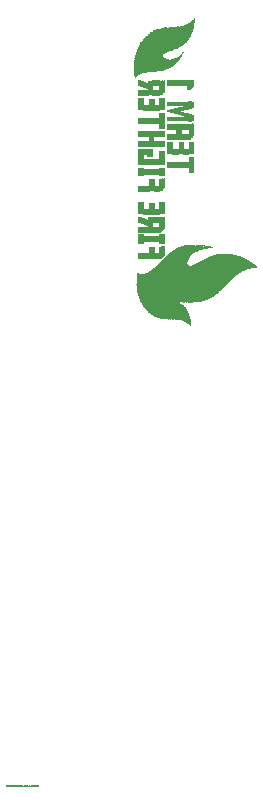
<source format=gbr>
G04 EAGLE Gerber RS-274X export*
G75*
%MOMM*%
%FSLAX34Y34*%
%LPD*%
%INSilkscreen Bottom*%
%IPPOS*%
%AMOC8*
5,1,8,0,0,1.08239X$1,22.5*%
G01*
%ADD10R,0.013500X0.053900*%
%ADD11R,0.013500X0.067400*%
%ADD12R,0.013500X0.040400*%
%ADD13R,0.013500X0.013500*%
%ADD14R,0.013500X0.081000*%
%ADD15R,0.013500X0.553500*%
%ADD16R,0.013500X0.931500*%
%ADD17R,0.013500X1.106900*%
%ADD18R,0.013500X1.296000*%
%ADD19R,0.013500X1.485000*%
%ADD20R,0.013500X1.606500*%
%ADD21R,0.013500X0.027000*%
%ADD22R,0.013500X1.768600*%
%ADD23R,0.013500X1.809100*%
%ADD24R,0.013500X1.876500*%
%ADD25R,0.013500X1.943900*%
%ADD26R,0.013500X1.930600*%
%ADD27R,0.013500X1.984600*%
%ADD28R,0.013500X2.011600*%
%ADD29R,0.013500X2.051900*%
%ADD30R,0.013500X2.065500*%
%ADD31R,0.013500X0.256500*%
%ADD32R,0.013500X2.052000*%
%ADD33R,0.013500X0.013600*%
%ADD34R,0.013500X0.647900*%
%ADD35R,0.013500X2.106100*%
%ADD36R,0.013500X0.972000*%
%ADD37R,0.013500X2.119500*%
%ADD38R,0.013500X1.107100*%
%ADD39R,0.013500X2.173600*%
%ADD40R,0.013500X1.309500*%
%ADD41R,0.013500X2.187000*%
%ADD42R,0.013500X1.431000*%
%ADD43R,0.013500X2.200400*%
%ADD44R,0.013500X1.498500*%
%ADD45R,0.013500X0.013400*%
%ADD46R,0.013500X2.227400*%
%ADD47R,0.013500X0.040500*%
%ADD48R,0.013500X2.214100*%
%ADD49R,0.013500X1.552500*%
%ADD50R,0.013500X2.268000*%
%ADD51R,0.013500X1.620000*%
%ADD52R,0.013500X1.620100*%
%ADD53R,0.013500X0.067500*%
%ADD54R,0.013500X0.459100*%
%ADD55R,0.013500X0.769500*%
%ADD56R,0.013500X0.459000*%
%ADD57R,0.013500X1.080000*%
%ADD58R,0.013500X0.756000*%
%ADD59R,0.013500X1.323000*%
%ADD60R,0.013500X1.079900*%
%ADD61R,0.013500X0.445500*%
%ADD62R,0.013500X2.295100*%
%ADD63R,0.013500X1.633500*%
%ADD64R,0.013500X0.081100*%
%ADD65R,0.013500X2.322000*%
%ADD66R,0.013500X1.660500*%
%ADD67R,0.013500X0.094500*%
%ADD68R,0.013500X0.445600*%
%ADD69R,0.013500X2.335500*%
%ADD70R,0.013500X1.701000*%
%ADD71R,0.013500X0.121500*%
%ADD72R,0.013500X2.349000*%
%ADD73R,0.013500X1.741500*%
%ADD74R,0.013500X0.108100*%
%ADD75R,0.013500X2.362500*%
%ADD76R,0.013500X1.755000*%
%ADD77R,0.013500X0.121600*%
%ADD78R,0.013500X2.389400*%
%ADD79R,0.013500X0.027100*%
%ADD80R,0.013500X1.795500*%
%ADD81R,0.013500X0.135000*%
%ADD82R,0.013500X2.416500*%
%ADD83R,0.013500X1.822400*%
%ADD84R,0.013500X0.189000*%
%ADD85R,0.013500X1.836000*%
%ADD86R,0.013500X0.445400*%
%ADD87R,0.013500X2.456900*%
%ADD88R,0.013500X1.903500*%
%ADD89R,0.013500X0.202400*%
%ADD90R,0.013500X2.443500*%
%ADD91R,0.013500X1.916900*%
%ADD92R,0.013500X0.216000*%
%ADD93R,0.013500X2.484100*%
%ADD94R,0.013500X2.173500*%
%ADD95R,0.013500X2.470600*%
%ADD96R,0.013500X2.200500*%
%ADD97R,0.013500X2.511000*%
%ADD98R,0.013500X1.957500*%
%ADD99R,0.013500X2.254500*%
%ADD100R,0.013500X0.458900*%
%ADD101R,0.013500X2.551600*%
%ADD102R,0.013500X2.281400*%
%ADD103R,0.013500X2.538000*%
%ADD104R,0.013500X2.308400*%
%ADD105R,0.013500X2.565000*%
%ADD106R,0.013500X2.605400*%
%ADD107R,0.013500X2.375900*%
%ADD108R,0.013500X2.618900*%
%ADD109R,0.013500X2.402900*%
%ADD110R,0.013500X2.619000*%
%ADD111R,0.013500X2.632500*%
%ADD112R,0.013500X2.659400*%
%ADD113R,0.013500X2.470400*%
%ADD114R,0.013500X2.672900*%
%ADD115R,0.013500X2.483900*%
%ADD116R,0.013500X2.686400*%
%ADD117R,0.013500X2.524500*%
%ADD118R,0.013500X2.673000*%
%ADD119R,0.013500X2.700100*%
%ADD120R,0.013500X2.564900*%
%ADD121R,0.013500X2.740500*%
%ADD122R,0.013500X2.578400*%
%ADD123R,0.013500X2.754000*%
%ADD124R,0.013500X2.605500*%
%ADD125R,0.013500X2.781100*%
%ADD126R,0.013500X2.794500*%
%ADD127R,0.013500X2.659500*%
%ADD128R,0.013500X2.808000*%
%ADD129R,0.013500X2.699900*%
%ADD130R,0.013500X2.713500*%
%ADD131R,0.013500X2.821500*%
%ADD132R,0.013500X2.713600*%
%ADD133R,0.013500X2.848600*%
%ADD134R,0.013500X2.754100*%
%ADD135R,0.013500X2.767500*%
%ADD136R,0.013500X2.862100*%
%ADD137R,0.013500X2.875500*%
%ADD138R,0.013500X2.821600*%
%ADD139R,0.013500X2.889000*%
%ADD140R,0.013500X2.821400*%
%ADD141R,0.013500X2.929600*%
%ADD142R,0.013500X2.861900*%
%ADD143R,0.013500X2.956600*%
%ADD144R,0.013500X2.875400*%
%ADD145R,0.013500X2.916000*%
%ADD146R,0.013500X2.943100*%
%ADD147R,0.013500X2.929500*%
%ADD148R,0.013500X2.956500*%
%ADD149R,0.013500X2.970000*%
%ADD150R,0.013500X2.997000*%
%ADD151R,0.013500X2.970100*%
%ADD152R,0.013500X3.010600*%
%ADD153R,0.013500X3.024100*%
%ADD154R,0.013500X3.010500*%
%ADD155R,0.013500X0.431900*%
%ADD156R,0.013500X3.024000*%
%ADD157R,0.013500X3.091500*%
%ADD158R,0.013500X3.064400*%
%ADD159R,0.013500X3.077900*%
%ADD160R,0.013500X3.118600*%
%ADD161R,0.013500X3.132000*%
%ADD162R,0.013500X0.648000*%
%ADD163R,0.013500X3.172500*%
%ADD164R,0.013500X3.186100*%
%ADD165R,0.013500X3.105000*%
%ADD166R,0.013500X3.226600*%
%ADD167R,0.013500X1.282400*%
%ADD168R,0.013500X1.269100*%
%ADD169R,0.013500X3.158900*%
%ADD170R,0.013500X3.213000*%
%ADD171R,0.013500X3.240000*%
%ADD172R,0.013500X3.172400*%
%ADD173R,0.013500X3.186000*%
%ADD174R,0.013500X3.294000*%
%ADD175R,0.013500X3.199500*%
%ADD176R,0.013500X3.307400*%
%ADD177R,0.013500X3.348100*%
%ADD178R,0.013500X1.322900*%
%ADD179R,0.013500X3.320900*%
%ADD180R,0.013500X3.361500*%
%ADD181R,0.013500X3.212900*%
%ADD182R,0.013500X3.361600*%
%ADD183R,0.013500X3.239900*%
%ADD184R,0.013500X3.402000*%
%ADD185R,0.013500X3.415500*%
%ADD186R,0.013500X1.012500*%
%ADD187R,0.013500X1.039500*%
%ADD188R,0.013500X0.999100*%
%ADD189R,0.013500X3.253400*%
%ADD190R,0.013500X3.429100*%
%ADD191R,0.013500X3.253500*%
%ADD192R,0.013500X3.456100*%
%ADD193R,0.013500X3.267000*%
%ADD194R,0.013500X3.469500*%
%ADD195R,0.013500X3.280500*%
%ADD196R,0.013500X3.496600*%
%ADD197R,0.013500X3.523500*%
%ADD198R,0.013500X3.523400*%
%ADD199R,0.013500X3.564000*%
%ADD200R,0.013500X3.334400*%
%ADD201R,0.013500X3.577400*%
%ADD202R,0.013500X3.577600*%
%ADD203R,0.013500X3.348000*%
%ADD204R,0.013500X3.617900*%
%ADD205R,0.013500X3.631500*%
%ADD206R,0.013500X3.672100*%
%ADD207R,0.013500X3.375000*%
%ADD208R,0.013500X3.685400*%
%ADD209R,0.013500X3.685600*%
%ADD210R,0.013500X3.726000*%
%ADD211R,0.013500X3.388400*%
%ADD212R,0.013500X3.753100*%
%ADD213R,0.013500X3.739500*%
%ADD214R,0.013500X3.401900*%
%ADD215R,0.013500X3.780000*%
%ADD216R,0.013500X3.415400*%
%ADD217R,0.013500X3.428900*%
%ADD218R,0.013500X3.807000*%
%ADD219R,0.013500X3.442500*%
%ADD220R,0.013500X3.847600*%
%ADD221R,0.013500X3.874500*%
%ADD222R,0.013500X3.456000*%
%ADD223R,0.013500X3.887900*%
%ADD224R,0.013500X3.901400*%
%ADD225R,0.013500X3.482900*%
%ADD226R,0.013500X3.928500*%
%ADD227R,0.013500X3.941900*%
%ADD228R,0.013500X3.496400*%
%ADD229R,0.013500X3.996000*%
%ADD230R,0.013500X4.009500*%
%ADD231R,0.013500X3.483000*%
%ADD232R,0.013500X4.036500*%
%ADD233R,0.013500X4.022900*%
%ADD234R,0.013500X3.510000*%
%ADD235R,0.013500X4.063500*%
%ADD236R,0.013500X4.077100*%
%ADD237R,0.013500X3.523600*%
%ADD238R,0.013500X4.104000*%
%ADD239R,0.013500X4.117600*%
%ADD240R,0.013500X4.144400*%
%ADD241R,0.013500X4.171500*%
%ADD242R,0.013500X4.185100*%
%ADD243R,0.013500X3.537100*%
%ADD244R,0.013500X4.198500*%
%ADD245R,0.013500X3.550500*%
%ADD246R,0.013500X4.212100*%
%ADD247R,0.013500X4.239000*%
%ADD248R,0.013500X4.252600*%
%ADD249R,0.013500X4.279500*%
%ADD250R,0.013500X4.306400*%
%ADD251R,0.013500X3.577500*%
%ADD252R,0.013500X4.320000*%
%ADD253R,0.013500X4.333400*%
%ADD254R,0.013500X4.347000*%
%ADD255R,0.013500X4.360400*%
%ADD256R,0.013500X4.387600*%
%ADD257R,0.013500X4.414500*%
%ADD258R,0.013500X4.428000*%
%ADD259R,0.013500X4.441600*%
%ADD260R,0.013500X3.591100*%
%ADD261R,0.013500X4.455000*%
%ADD262R,0.013500X4.468600*%
%ADD263R,0.013500X3.604600*%
%ADD264R,0.013500X4.495400*%
%ADD265R,0.013500X4.509000*%
%ADD266R,0.013500X4.536000*%
%ADD267R,0.013500X4.549500*%
%ADD268R,0.013500X4.563100*%
%ADD269R,0.013500X4.576500*%
%ADD270R,0.013500X4.590100*%
%ADD271R,0.013500X3.618000*%
%ADD272R,0.013500X4.616900*%
%ADD273R,0.013500X1.053000*%
%ADD274R,0.013500X1.066600*%
%ADD275R,0.013500X1.242000*%
%ADD276R,0.013500X1.066400*%
%ADD277R,0.013500X4.630400*%
%ADD278R,0.013500X3.604400*%
%ADD279R,0.013500X4.644000*%
%ADD280R,0.013500X4.657400*%
%ADD281R,0.013500X4.684600*%
%ADD282R,0.013500X4.698000*%
%ADD283R,0.013500X4.711600*%
%ADD284R,0.013500X4.725000*%
%ADD285R,0.013500X1.269000*%
%ADD286R,0.013500X4.738500*%
%ADD287R,0.013500X1.039400*%
%ADD288R,0.013500X1.255500*%
%ADD289R,0.013500X1.255600*%
%ADD290R,0.013500X4.752100*%
%ADD291R,0.013500X1.026000*%
%ADD292R,0.013500X1.241900*%
%ADD293R,0.013500X4.765500*%
%ADD294R,0.013500X1.228500*%
%ADD295R,0.013500X4.792600*%
%ADD296R,0.013500X0.998900*%
%ADD297R,0.013500X1.215000*%
%ADD298R,0.013500X4.806000*%
%ADD299R,0.013500X0.985500*%
%ADD300R,0.013500X1.201400*%
%ADD301R,0.013500X0.985400*%
%ADD302R,0.013500X1.201600*%
%ADD303R,0.013500X4.819600*%
%ADD304R,0.013500X0.971900*%
%ADD305R,0.013500X1.187900*%
%ADD306R,0.013500X1.188100*%
%ADD307R,0.013500X4.860100*%
%ADD308R,0.013500X0.958500*%
%ADD309R,0.013500X1.174500*%
%ADD310R,0.013500X1.174600*%
%ADD311R,0.013500X4.873500*%
%ADD312R,0.013500X0.944900*%
%ADD313R,0.013500X1.161000*%
%ADD314R,0.013500X1.161100*%
%ADD315R,0.013500X4.887100*%
%ADD316R,0.013500X1.147400*%
%ADD317R,0.013500X1.134000*%
%ADD318R,0.013500X0.918000*%
%ADD319R,0.013500X1.120500*%
%ADD320R,0.013500X1.201500*%
%ADD321R,0.013500X2.389500*%
%ADD322R,0.013500X4.913900*%
%ADD323R,0.013500X0.904400*%
%ADD324R,0.013500X1.188000*%
%ADD325R,0.013500X4.927500*%
%ADD326R,0.013500X0.891000*%
%ADD327R,0.013500X1.093400*%
%ADD328R,0.013500X1.093600*%
%ADD329R,0.013500X2.281500*%
%ADD330R,0.013500X4.954500*%
%ADD331R,0.013500X0.877400*%
%ADD332R,0.013500X0.877500*%
%ADD333R,0.013500X1.080100*%
%ADD334R,0.013500X4.954400*%
%ADD335R,0.013500X0.864000*%
%ADD336R,0.013500X1.066500*%
%ADD337R,0.013500X0.863900*%
%ADD338R,0.013500X4.940900*%
%ADD339R,0.013500X0.850400*%
%ADD340R,0.013500X1.052900*%
%ADD341R,0.013500X0.837000*%
%ADD342R,0.013500X2.213900*%
%ADD343R,0.013500X4.968000*%
%ADD344R,0.013500X0.823500*%
%ADD345R,0.013500X2.227500*%
%ADD346R,0.013500X4.981400*%
%ADD347R,0.013500X0.809900*%
%ADD348R,0.013500X1.012400*%
%ADD349R,0.013500X1.012600*%
%ADD350R,0.013500X4.995000*%
%ADD351R,0.013500X0.796500*%
%ADD352R,0.013500X2.200600*%
%ADD353R,0.013500X5.022000*%
%ADD354R,0.013500X0.782900*%
%ADD355R,0.013500X0.783000*%
%ADD356R,0.013500X0.985600*%
%ADD357R,0.013500X2.187100*%
%ADD358R,0.013500X5.035600*%
%ADD359R,0.013500X0.769400*%
%ADD360R,0.013500X0.972100*%
%ADD361R,0.013500X5.049100*%
%ADD362R,0.013500X0.755900*%
%ADD363R,0.013500X0.958400*%
%ADD364R,0.013500X0.945000*%
%ADD365R,0.013500X0.958600*%
%ADD366R,0.013500X2.160000*%
%ADD367R,0.013500X5.062500*%
%ADD368R,0.013500X5.076100*%
%ADD369R,0.013500X5.089500*%
%ADD370R,0.013500X0.945100*%
%ADD371R,0.013500X5.103100*%
%ADD372R,0.013500X2.146500*%
%ADD373R,0.013500X5.116500*%
%ADD374R,0.013500X5.130000*%
%ADD375R,0.013500X2.133100*%
%ADD376R,0.013500X5.143600*%
%ADD377R,0.013500X0.890900*%
%ADD378R,0.013500X5.157000*%
%ADD379R,0.013500X2.119600*%
%ADD380R,0.013500X5.170600*%
%ADD381R,0.013500X5.197600*%
%ADD382R,0.013500X5.211000*%
%ADD383R,0.013500X5.224400*%
%ADD384R,0.013500X2.092600*%
%ADD385R,0.013500X5.237900*%
%ADD386R,0.013500X2.079000*%
%ADD387R,0.013500X5.251500*%
%ADD388R,0.013500X2.092500*%
%ADD389R,0.013500X5.264900*%
%ADD390R,0.013500X5.278500*%
%ADD391R,0.013500X5.291900*%
%ADD392R,0.013500X5.305500*%
%ADD393R,0.013500X5.318900*%
%ADD394R,0.013500X0.418600*%
%ADD395R,0.013500X0.135100*%
%ADD396R,0.013500X5.332400*%
%ADD397R,0.013500X5.359400*%
%ADD398R,0.013500X0.148600*%
%ADD399R,0.013500X0.783100*%
%ADD400R,0.013500X5.346000*%
%ADD401R,0.013500X0.162100*%
%ADD402R,0.013500X5.373000*%
%ADD403R,0.013500X2.052100*%
%ADD404R,0.013500X5.386400*%
%ADD405R,0.013500X0.175500*%
%ADD406R,0.013500X5.400000*%
%ADD407R,0.013500X0.742500*%
%ADD408R,0.013500X2.038600*%
%ADD409R,0.013500X5.413400*%
%ADD410R,0.013500X0.729000*%
%ADD411R,0.013500X2.025100*%
%ADD412R,0.013500X5.454000*%
%ADD413R,0.013500X5.440400*%
%ADD414R,0.013500X0.202500*%
%ADD415R,0.013500X0.729100*%
%ADD416R,0.013500X2.038500*%
%ADD417R,0.013500X0.715600*%
%ADD418R,0.013500X2.025000*%
%ADD419R,0.013500X5.467400*%
%ADD420R,0.013500X0.215900*%
%ADD421R,0.013500X5.481000*%
%ADD422R,0.013500X5.480900*%
%ADD423R,0.013500X0.229400*%
%ADD424R,0.013500X0.702100*%
%ADD425R,0.013500X2.011400*%
%ADD426R,0.013500X5.521500*%
%ADD427R,0.013500X0.688600*%
%ADD428R,0.013500X5.507900*%
%ADD429R,0.013500X0.242900*%
%ADD430R,0.013500X0.675100*%
%ADD431R,0.013500X0.675000*%
%ADD432R,0.013500X2.024900*%
%ADD433R,0.013500X5.534900*%
%ADD434R,0.013500X0.256400*%
%ADD435R,0.013500X1.997900*%
%ADD436R,0.013500X5.548500*%
%ADD437R,0.013500X0.661500*%
%ADD438R,0.013500X5.575500*%
%ADD439R,0.013500X0.269900*%
%ADD440R,0.013500X5.561900*%
%ADD441R,0.013500X0.621100*%
%ADD442R,0.013500X1.984400*%
%ADD443R,0.013500X0.283500*%
%ADD444R,0.013500X1.971000*%
%ADD445R,0.013500X5.588900*%
%ADD446R,0.013500X0.297100*%
%ADD447R,0.013500X0.634600*%
%ADD448R,0.013500X5.616000*%
%ADD449R,0.013500X0.634500*%
%ADD450R,0.013500X1.984500*%
%ADD451R,0.013500X5.602400*%
%ADD452R,0.013500X0.621000*%
%ADD453R,0.013500X0.310600*%
%ADD454R,0.013500X5.629400*%
%ADD455R,0.013500X0.324100*%
%ADD456R,0.013500X5.656400*%
%ADD457R,0.013500X0.580400*%
%ADD458R,0.013500X5.643000*%
%ADD459R,0.013500X0.337600*%
%ADD460R,0.013500X1.944000*%
%ADD461R,0.013500X5.670000*%
%ADD462R,0.013500X0.351100*%
%ADD463R,0.013500X5.710500*%
%ADD464R,0.013500X0.567000*%
%ADD465R,0.013500X5.697000*%
%ADD466R,0.013500X5.696900*%
%ADD467R,0.013500X0.364500*%
%ADD468R,0.013500X0.526500*%
%ADD469R,0.013500X1.930400*%
%ADD470R,0.013500X5.723900*%
%ADD471R,0.013500X0.378000*%
%ADD472R,0.013500X0.512900*%
%ADD473R,0.013500X5.737500*%
%ADD474R,0.013500X0.540000*%
%ADD475R,0.013500X5.764500*%
%ADD476R,0.013500X0.391500*%
%ADD477R,0.013500X0.526400*%
%ADD478R,0.013500X5.751100*%
%ADD479R,0.013500X0.404900*%
%ADD480R,0.013500X0.513100*%
%ADD481R,0.013500X5.791500*%
%ADD482R,0.013500X0.499600*%
%ADD483R,0.013500X5.778100*%
%ADD484R,0.013500X0.418400*%
%ADD485R,0.013500X0.472600*%
%ADD486R,0.013500X1.890000*%
%ADD487R,0.013500X5.818600*%
%ADD488R,0.013500X5.805000*%
%ADD489R,0.013500X0.472500*%
%ADD490R,0.013500X5.845600*%
%ADD491R,0.013500X5.832000*%
%ADD492R,0.013500X1.863000*%
%ADD493R,0.013500X1.849400*%
%ADD494R,0.013500X5.859000*%
%ADD495R,0.013500X0.486100*%
%ADD496R,0.013500X0.432000*%
%ADD497R,0.013500X5.886000*%
%ADD498R,0.013500X1.862900*%
%ADD499R,0.013500X5.912900*%
%ADD500R,0.013500X5.899400*%
%ADD501R,0.013500X0.405000*%
%ADD502R,0.013500X5.939900*%
%ADD503R,0.013500X5.926500*%
%ADD504R,0.013500X0.526600*%
%ADD505R,0.013500X1.809000*%
%ADD506R,0.013500X4.387500*%
%ADD507R,0.013500X0.540100*%
%ADD508R,0.013500X1.822500*%
%ADD509R,0.013500X4.373900*%
%ADD510R,0.013500X1.525400*%
%ADD511R,0.013500X5.967100*%
%ADD512R,0.013500X0.351000*%
%ADD513R,0.013500X1.511900*%
%ADD514R,0.013500X4.441500*%
%ADD515R,0.013500X0.296900*%
%ADD516R,0.013500X4.414400*%
%ADD517R,0.013500X0.283400*%
%ADD518R,0.013500X1.795600*%
%ADD519R,0.013500X0.297000*%
%ADD520R,0.013500X1.498600*%
%ADD521R,0.013500X4.427900*%
%ADD522R,0.013500X0.580500*%
%ADD523R,0.013500X0.310500*%
%ADD524R,0.013500X4.482000*%
%ADD525R,0.013500X0.593900*%
%ADD526R,0.013500X1.782000*%
%ADD527R,0.013500X1.485100*%
%ADD528R,0.013500X1.768500*%
%ADD529R,0.013500X1.471500*%
%ADD530R,0.013500X4.509100*%
%ADD531R,0.013500X0.229500*%
%ADD532R,0.013500X4.468500*%
%ADD533R,0.013500X0.607400*%
%ADD534R,0.013500X0.229600*%
%ADD535R,0.013500X1.458000*%
%ADD536R,0.013500X4.495500*%
%ADD537R,0.013500X0.620900*%
%ADD538R,0.013500X0.256600*%
%ADD539R,0.013500X1.741600*%
%ADD540R,0.013500X0.634400*%
%ADD541R,0.013500X1.755100*%
%ADD542R,0.013500X1.444500*%
%ADD543R,0.013500X4.536100*%
%ADD544R,0.013500X1.431100*%
%ADD545R,0.013500X4.535900*%
%ADD546R,0.013500X1.728100*%
%ADD547R,0.013500X0.162000*%
%ADD548R,0.013500X1.417600*%
%ADD549R,0.013500X4.522600*%
%ADD550R,0.013500X1.714600*%
%ADD551R,0.013500X0.161900*%
%ADD552R,0.013500X4.562900*%
%ADD553R,0.013500X1.403900*%
%ADD554R,0.013500X1.714500*%
%ADD555R,0.013500X4.590000*%
%ADD556R,0.013500X1.376900*%
%ADD557R,0.013500X4.576400*%
%ADD558R,0.013500X1.687500*%
%ADD559R,0.013500X1.377100*%
%ADD560R,0.013500X4.563000*%
%ADD561R,0.013500X0.121400*%
%ADD562R,0.013500X1.390500*%
%ADD563R,0.013500X1.674100*%
%ADD564R,0.013500X1.377000*%
%ADD565R,0.013500X4.576600*%
%ADD566R,0.013500X1.363500*%
%ADD567R,0.013500X1.660600*%
%ADD568R,0.013500X1.349900*%
%ADD569R,0.013500X4.630500*%
%ADD570R,0.013500X1.674000*%
%ADD571R,0.013500X0.067600*%
%ADD572R,0.013500X1.647000*%
%ADD573R,0.013500X1.336500*%
%ADD574R,0.013500X4.643900*%
%ADD575R,0.013500X0.337500*%
%ADD576R,0.013500X1.633400*%
%ADD577R,0.013500X1.309600*%
%ADD578R,0.013500X0.054000*%
%ADD579R,0.013500X1.619900*%
%ADD580R,0.013500X1.296100*%
%ADD581R,0.013500X4.617000*%
%ADD582R,0.013500X0.337400*%
%ADD583R,0.013500X1.282500*%
%ADD584R,0.013500X1.593000*%
%ADD585R,0.013500X4.671000*%
%ADD586R,0.013500X1.282600*%
%ADD587R,0.013500X0.350900*%
%ADD588R,0.013500X1.579500*%
%ADD589R,0.013500X1.565900*%
%ADD590R,0.013500X4.697900*%
%ADD591R,0.013500X1.579400*%
%ADD592R,0.013500X4.684400*%
%ADD593R,0.013500X1.214900*%
%ADD594R,0.013500X4.725100*%
%ADD595R,0.013500X1.552600*%
%ADD596R,0.013500X1.539100*%
%ADD597R,0.013500X0.742600*%
%ADD598R,0.013500X1.525600*%
%ADD599R,0.013500X1.147600*%
%ADD600R,0.013500X4.711400*%
%ADD601R,0.013500X1.525500*%
%ADD602R,0.013500X1.120600*%
%ADD603R,0.013500X1.120400*%
%ADD604R,0.013500X1.471600*%
%ADD605R,0.013500X1.093500*%
%ADD606R,0.013500X1.458100*%
%ADD607R,0.013500X1.457900*%
%ADD608R,0.013500X1.039600*%
%ADD609R,0.013500X1.444400*%
%ADD610R,0.013500X3.159100*%
%ADD611R,0.013500X0.175400*%
%ADD612R,0.013500X0.688500*%
%ADD613R,0.013500X3.118500*%
%ADD614R,0.013500X0.040600*%
%ADD615R,0.013500X0.080900*%
%ADD616R,0.013500X0.054100*%
%ADD617R,0.013500X0.026900*%
%ADD618R,0.013500X1.228600*%
%ADD619R,0.013500X1.363600*%
%ADD620R,0.013500X3.078100*%
%ADD621R,0.013500X0.918100*%
%ADD622R,0.013500X3.064500*%
%ADD623R,0.013500X0.917900*%
%ADD624R,0.013500X1.350100*%
%ADD625R,0.013500X3.037400*%
%ADD626R,0.013500X0.877600*%
%ADD627R,0.013500X3.010400*%
%ADD628R,0.013500X0.850600*%
%ADD629R,0.013500X2.996900*%
%ADD630R,0.013500X2.983500*%
%ADD631R,0.013500X0.648100*%
%ADD632R,0.013500X1.268900*%
%ADD633R,0.013500X1.025900*%
%ADD634R,0.013500X2.969900*%
%ADD635R,0.013500X0.702000*%
%ADD636R,0.013500X0.796600*%
%ADD637R,0.013500X0.931400*%
%ADD638R,0.013500X0.904600*%
%ADD639R,0.013500X0.499500*%
%ADD640R,0.013500X1.147500*%
%ADD641R,0.013500X2.983600*%
%ADD642R,0.013500X0.864100*%
%ADD643R,0.013500X0.607600*%
%ADD644R,0.013500X0.810100*%
%ADD645R,0.013500X0.850500*%
%ADD646R,0.013500X0.324000*%
%ADD647R,0.013500X0.837100*%
%ADD648R,0.013500X0.594000*%
%ADD649R,0.013500X0.810000*%
%ADD650R,0.013500X2.997100*%
%ADD651R,0.013500X0.715400*%
%ADD652R,0.013500X1.107000*%
%ADD653R,0.013500X0.553600*%
%ADD654R,0.013500X0.836900*%
%ADD655R,0.013500X0.688400*%
%ADD656R,0.013500X3.037600*%
%ADD657R,0.013500X3.023900*%
%ADD658R,0.013500X0.661600*%
%ADD659R,0.013500X3.037500*%
%ADD660R,0.013500X0.539900*%
%ADD661R,0.013500X0.486000*%
%ADD662R,0.013500X3.050900*%
%ADD663R,0.013500X0.607500*%
%ADD664R,0.013500X0.485900*%
%ADD665R,0.013500X3.091600*%
%ADD666R,0.013500X3.091400*%
%ADD667R,0.013500X3.078000*%
%ADD668R,0.013500X0.566900*%
%ADD669R,0.013500X3.104900*%
%ADD670R,0.013500X0.513000*%
%ADD671R,0.013500X3.131900*%
%ADD672R,0.013500X3.145400*%
%ADD673R,0.013500X0.499400*%
%ADD674R,0.013500X3.159000*%
%ADD675R,0.013500X3.132100*%
%ADD676R,0.013500X0.432100*%
%ADD677R,0.013500X3.145500*%
%ADD678R,0.013500X0.364400*%
%ADD679R,0.013500X3.226500*%
%ADD680R,0.013500X3.213100*%
%ADD681R,0.013500X3.240100*%
%ADD682R,0.013500X3.253600*%
%ADD683R,0.013500X0.364600*%
%ADD684R,0.013500X3.280600*%
%ADD685R,0.013500X3.307600*%
%ADD686R,0.013500X3.293900*%
%ADD687R,0.013500X3.321000*%
%ADD688R,0.013500X3.361400*%
%ADD689R,0.013500X3.334500*%
%ADD690R,0.013500X0.270100*%
%ADD691R,0.013500X0.243100*%
%ADD692R,0.013500X3.347900*%
%ADD693R,0.013500X0.202600*%
%ADD694R,0.013500X3.374900*%
%ADD695R,0.013500X3.334600*%
%ADD696R,0.013500X0.216100*%
%ADD697R,0.013500X3.388500*%
%ADD698R,0.013500X0.175600*%
%ADD699R,0.013500X0.134900*%
%ADD700R,0.013500X3.402100*%
%ADD701R,0.013500X3.429000*%
%ADD702R,0.013500X3.415600*%
%ADD703R,0.013500X3.388600*%
%ADD704R,0.013500X3.442400*%
%ADD705R,0.013500X3.442600*%
%ADD706R,0.013500X3.375100*%
%ADD707R,0.013500X3.321100*%
%ADD708R,0.013500X3.280400*%
%ADD709R,0.013500X3.226400*%
%ADD710R,0.013500X3.199600*%
%ADD711R,0.013500X3.185900*%
%ADD712R,0.013500X3.105100*%
%ADD713R,0.013500X3.051000*%
%ADD714R,0.013500X3.051100*%
%ADD715R,0.013500X2.956400*%
%ADD716R,0.013500X2.942900*%
%ADD717R,0.013500X2.889100*%
%ADD718R,0.013500X2.862000*%
%ADD719R,0.013500X2.848500*%
%ADD720R,0.013500X2.835000*%
%ADD721R,0.013500X2.808100*%
%ADD722R,0.013500X2.794600*%
%ADD723R,0.013500X2.781000*%
%ADD724R,0.013500X2.740600*%
%ADD725R,0.013500X2.727100*%
%ADD726R,0.013500X2.700000*%
%ADD727R,0.013500X2.686500*%
%ADD728R,0.013500X2.673100*%
%ADD729R,0.013500X2.659600*%
%ADD730R,0.013500X2.646100*%
%ADD731R,0.013500X2.632600*%
%ADD732R,0.013500X2.592000*%
%ADD733R,0.013500X2.538100*%
%ADD734R,0.013500X2.524600*%
%ADD735R,0.013500X2.511100*%
%ADD736R,0.013500X2.497500*%
%ADD737R,0.013500X2.484000*%
%ADD738R,0.013500X2.457000*%
%ADD739R,0.013500X2.429900*%
%ADD740R,0.013500X2.416400*%
%ADD741R,0.013500X2.376000*%
%ADD742R,0.013500X2.294900*%
%ADD743R,0.013500X2.308500*%
%ADD744R,0.013500X2.281600*%
%ADD745R,0.013500X2.254600*%
%ADD746R,0.013500X2.214000*%
%ADD747R,0.013500X2.173400*%
%ADD748R,0.013500X2.159900*%
%ADD749R,0.013500X2.133000*%
%ADD750R,0.013500X2.079100*%
%ADD751R,0.013500X2.038400*%
%ADD752R,0.013500X1.998000*%
%ADD753R,0.013500X1.957600*%
%ADD754R,0.013500X1.917100*%
%ADD755R,0.013500X1.889900*%
%ADD756R,0.013500X1.849500*%
%ADD757R,0.013500X1.835900*%
%ADD758R,0.013500X1.822600*%
%ADD759R,0.013500X1.768400*%
%ADD760R,0.013500X1.714400*%
%ADD761R,0.013500X1.701100*%
%ADD762R,0.013500X1.579600*%
%ADD763R,0.013500X1.566000*%
%ADD764R,0.013500X1.538900*%
%ADD765R,0.013500X1.484900*%
%ADD766R,0.013500X1.444600*%
%ADD767R,0.013500X1.404000*%
%ADD768R,0.013500X1.390600*%
%ADD769R,0.013500X1.417400*%
%ADD770R,0.013500X1.363400*%
%ADD771R,0.013500X1.350000*%
%ADD772R,0.013500X1.309400*%
%ADD773R,0.013500X1.228400*%
%ADD774R,0.013500X1.134100*%
%ADD775R,0.013500X1.160900*%
%ADD776R,0.013500X1.026100*%
%ADD777R,0.013500X0.931600*%
%ADD778R,0.013500X0.553400*%
%ADD779R,0.013500X0.405100*%
%ADD780R,0.013500X0.391400*%
%ADD781R,0.013500X0.148500*%
%ADD782R,0.013500X0.108000*%
%ADD783C,0.000000*%


D10*
X108810Y605813D03*
D11*
X108810Y606825D03*
X108810Y607770D03*
D12*
X108810Y608580D03*
D13*
X108810Y609391D03*
D14*
X108945Y604058D03*
D15*
X108945Y607366D03*
D12*
X108945Y610470D03*
D13*
X108945Y611281D03*
D16*
X109080Y607366D03*
D17*
X109215Y607298D03*
D12*
X109215Y613305D03*
D18*
X109350Y607298D03*
D13*
X109350Y614250D03*
D19*
X109485Y607298D03*
D20*
X109620Y606961D03*
D21*
X109620Y615262D03*
D22*
X109755Y607095D03*
D21*
X109755Y616207D03*
D23*
X109890Y607703D03*
D24*
X110025Y608040D03*
X110160Y608311D03*
D25*
X110295Y608648D03*
D26*
X110430Y609120D03*
D27*
X110565Y609525D03*
D28*
X110700Y609660D03*
D13*
X110700Y620055D03*
D29*
X110835Y609998D03*
D13*
X110970Y423091D03*
D30*
X110970Y610201D03*
D13*
X111105Y422550D03*
D31*
X111105Y424306D03*
D32*
X111105Y610537D03*
D21*
X111105Y621067D03*
D33*
X111240Y421065D03*
D34*
X111240Y424643D03*
D35*
X111240Y610943D03*
D36*
X111375Y424642D03*
D37*
X111375Y611145D03*
D13*
X111375Y621945D03*
D38*
X111510Y424778D03*
D39*
X111510Y611415D03*
D40*
X111645Y424575D03*
D41*
X111645Y611618D03*
D42*
X111780Y424642D03*
D43*
X111780Y611685D03*
D13*
X111915Y416881D03*
D44*
X111915Y424575D03*
D45*
X111915Y432270D03*
D46*
X111915Y611955D03*
D13*
X112050Y416205D03*
D44*
X112050Y423900D03*
D47*
X112050Y431731D03*
D45*
X112050Y432270D03*
D48*
X112050Y612293D03*
D13*
X112185Y415530D03*
D49*
X112185Y423496D03*
D21*
X112185Y431527D03*
X112185Y431932D03*
D45*
X112185Y432270D03*
D50*
X112185Y612562D03*
D51*
X112320Y423158D03*
D33*
X112320Y431460D03*
D47*
X112320Y431865D03*
D45*
X112320Y432270D03*
D50*
X112320Y612697D03*
D52*
X112455Y422888D03*
D45*
X112455Y431325D03*
D53*
X112455Y431866D03*
D54*
X112455Y447728D03*
D55*
X112455Y461836D03*
D56*
X112455Y470003D03*
X112455Y478642D03*
D57*
X112455Y488227D03*
D56*
X112455Y504967D03*
D58*
X112455Y519007D03*
D59*
X112455Y531562D03*
D56*
X112455Y542633D03*
X112455Y551272D03*
X112455Y562342D03*
D60*
X112455Y576248D03*
D56*
X112455Y585697D03*
D61*
X112455Y594405D03*
D62*
X112455Y612833D03*
D63*
X112590Y422550D03*
D33*
X112590Y431190D03*
D64*
X112590Y431798D03*
D54*
X112590Y447728D03*
D55*
X112590Y461836D03*
D56*
X112590Y470003D03*
X112590Y478642D03*
D57*
X112590Y488227D03*
D56*
X112590Y504967D03*
D58*
X112590Y519007D03*
D59*
X112590Y531562D03*
D56*
X112590Y542633D03*
X112590Y551272D03*
X112590Y562342D03*
D60*
X112590Y576248D03*
D56*
X112590Y585697D03*
X112590Y594337D03*
D65*
X112590Y612967D03*
D66*
X112725Y422145D03*
D21*
X112725Y430987D03*
D67*
X112725Y431731D03*
D54*
X112725Y447728D03*
D55*
X112725Y461836D03*
D56*
X112725Y470003D03*
D68*
X112725Y478575D03*
D57*
X112725Y488227D03*
D56*
X112725Y504967D03*
D58*
X112725Y519007D03*
D59*
X112725Y531562D03*
D56*
X112725Y542633D03*
X112725Y551272D03*
X112725Y562342D03*
D60*
X112725Y576248D03*
D56*
X112725Y585697D03*
X112725Y594337D03*
D69*
X112725Y613170D03*
D70*
X112860Y421808D03*
D13*
X112860Y430785D03*
D71*
X112860Y431596D03*
D54*
X112860Y447728D03*
D55*
X112860Y461836D03*
D56*
X112860Y470003D03*
D54*
X112860Y478508D03*
D57*
X112860Y488227D03*
D56*
X112860Y504967D03*
D58*
X112860Y519007D03*
D59*
X112860Y531562D03*
D56*
X112860Y542633D03*
X112860Y551272D03*
X112860Y562342D03*
D60*
X112860Y576248D03*
D56*
X112860Y585697D03*
D61*
X112860Y594270D03*
D72*
X112860Y613373D03*
D73*
X112995Y421470D03*
D45*
X112995Y430650D03*
D74*
X112995Y431393D03*
D33*
X112995Y432135D03*
D54*
X112995Y447728D03*
D55*
X112995Y461836D03*
D56*
X112995Y470003D03*
D54*
X112995Y478508D03*
D57*
X112995Y488227D03*
D56*
X112995Y504967D03*
D58*
X112995Y519007D03*
D59*
X112995Y531562D03*
D56*
X112995Y542633D03*
X112995Y551272D03*
X112995Y562342D03*
D60*
X112995Y576248D03*
D56*
X112995Y585697D03*
X112995Y594202D03*
D75*
X112995Y613576D03*
D76*
X113130Y421268D03*
D33*
X113130Y430515D03*
D77*
X113130Y431325D03*
D33*
X113130Y432135D03*
D54*
X113130Y447728D03*
D55*
X113130Y461836D03*
D56*
X113130Y470003D03*
D68*
X113130Y478440D03*
D57*
X113130Y488227D03*
D56*
X113130Y504967D03*
D58*
X113130Y519007D03*
D59*
X113130Y531562D03*
D56*
X113130Y542633D03*
X113130Y551272D03*
X113130Y562342D03*
D60*
X113130Y576248D03*
D56*
X113130Y585697D03*
X113130Y594202D03*
D78*
X113130Y613710D03*
D79*
X113130Y625928D03*
D80*
X113265Y420930D03*
D21*
X113265Y430312D03*
D81*
X113265Y431258D03*
D33*
X113265Y432135D03*
D54*
X113265Y447728D03*
D55*
X113265Y461836D03*
D56*
X113265Y470003D03*
X113265Y478373D03*
D57*
X113265Y488227D03*
D56*
X113265Y504967D03*
D58*
X113265Y519007D03*
D59*
X113265Y531562D03*
D56*
X113265Y542633D03*
X113265Y551272D03*
X113265Y562342D03*
D60*
X113265Y576248D03*
D56*
X113265Y585697D03*
D54*
X113265Y594068D03*
D82*
X113265Y613981D03*
D83*
X113400Y420660D03*
D45*
X113400Y430110D03*
D84*
X113400Y431258D03*
D54*
X113400Y447728D03*
D55*
X113400Y461836D03*
D56*
X113400Y470003D03*
X113400Y478373D03*
D57*
X113400Y488227D03*
D56*
X113400Y504967D03*
D58*
X113400Y519007D03*
D59*
X113400Y531562D03*
D56*
X113400Y542633D03*
X113400Y551272D03*
X113400Y562342D03*
D60*
X113400Y576248D03*
D56*
X113400Y585697D03*
D54*
X113400Y594068D03*
D82*
X113400Y613981D03*
D85*
X113535Y420458D03*
D33*
X113535Y429975D03*
D84*
X113535Y431122D03*
D54*
X113535Y447728D03*
D55*
X113535Y461836D03*
D56*
X113535Y470003D03*
D86*
X113535Y478305D03*
D57*
X113535Y488227D03*
D56*
X113535Y504967D03*
D58*
X113535Y519007D03*
D59*
X113535Y531562D03*
D56*
X113535Y542633D03*
X113535Y551272D03*
X113535Y562342D03*
D60*
X113535Y576248D03*
D56*
X113535Y585697D03*
D68*
X113535Y594000D03*
D87*
X113535Y614183D03*
D88*
X113670Y420390D03*
D89*
X113670Y431055D03*
D54*
X113670Y447728D03*
D55*
X113670Y461836D03*
D56*
X113670Y470003D03*
X113670Y478237D03*
D57*
X113670Y488227D03*
D56*
X113670Y504967D03*
D58*
X113670Y519007D03*
D59*
X113670Y531562D03*
D56*
X113670Y542633D03*
X113670Y551272D03*
X113670Y562342D03*
D60*
X113670Y576248D03*
D56*
X113670Y585697D03*
X113670Y593933D03*
D90*
X113670Y614250D03*
D91*
X113805Y420188D03*
D92*
X113805Y430987D03*
D54*
X113805Y447728D03*
D55*
X113805Y461836D03*
D56*
X113805Y470003D03*
X113805Y478237D03*
D57*
X113805Y488227D03*
D56*
X113805Y504967D03*
D58*
X113805Y519007D03*
D59*
X113805Y531562D03*
D56*
X113805Y542633D03*
X113805Y551272D03*
X113805Y562342D03*
D60*
X113805Y576248D03*
D56*
X113805Y585697D03*
X113805Y593933D03*
D93*
X113805Y614588D03*
D94*
X113940Y421200D03*
D54*
X113940Y447728D03*
D55*
X113940Y461836D03*
D56*
X113940Y470003D03*
D61*
X113940Y478170D03*
D57*
X113940Y488227D03*
D56*
X113940Y504967D03*
D58*
X113940Y519007D03*
D59*
X113940Y531562D03*
D56*
X113940Y542633D03*
X113940Y551272D03*
X113940Y562342D03*
D60*
X113940Y576248D03*
D56*
X113940Y585697D03*
D61*
X113940Y593866D03*
D95*
X113940Y614655D03*
D96*
X114075Y421065D03*
D54*
X114075Y447728D03*
D55*
X114075Y461836D03*
D56*
X114075Y470003D03*
X114075Y478102D03*
D57*
X114075Y488227D03*
D56*
X114075Y504967D03*
D58*
X114075Y519007D03*
D59*
X114075Y531562D03*
D56*
X114075Y542633D03*
X114075Y551272D03*
X114075Y562342D03*
D60*
X114075Y576248D03*
D56*
X114075Y585697D03*
X114075Y593798D03*
D97*
X114075Y614857D03*
D43*
X114210Y420795D03*
D45*
X114210Y432000D03*
D54*
X114210Y447728D03*
D55*
X114210Y461836D03*
D56*
X114210Y470003D03*
D68*
X114210Y478035D03*
D57*
X114210Y488227D03*
D56*
X114210Y504967D03*
D58*
X114210Y519007D03*
D59*
X114210Y531562D03*
D56*
X114210Y542633D03*
X114210Y551272D03*
X114210Y562342D03*
D60*
X114210Y576248D03*
D56*
X114210Y585697D03*
X114210Y593798D03*
D97*
X114210Y614857D03*
D98*
X114345Y419311D03*
D31*
X114345Y430515D03*
D45*
X114345Y432000D03*
D54*
X114345Y447728D03*
D55*
X114345Y461836D03*
D56*
X114345Y470003D03*
X114345Y477968D03*
D57*
X114345Y488227D03*
D56*
X114345Y504967D03*
D58*
X114345Y519007D03*
D59*
X114345Y531562D03*
D56*
X114345Y542633D03*
X114345Y551272D03*
X114345Y562342D03*
D60*
X114345Y576248D03*
D56*
X114345Y585697D03*
D86*
X114345Y593730D03*
D97*
X114345Y614992D03*
D33*
X114345Y627885D03*
D99*
X114480Y420525D03*
D45*
X114480Y432000D03*
D54*
X114480Y447728D03*
D55*
X114480Y461836D03*
D56*
X114480Y470003D03*
X114480Y477968D03*
D57*
X114480Y488227D03*
D56*
X114480Y504967D03*
D58*
X114480Y519007D03*
D59*
X114480Y531562D03*
D56*
X114480Y542633D03*
X114480Y551272D03*
X114480Y562342D03*
D60*
X114480Y576248D03*
D56*
X114480Y585697D03*
D100*
X114480Y593663D03*
D101*
X114480Y615195D03*
D102*
X114615Y420390D03*
D45*
X114615Y432000D03*
D54*
X114615Y447728D03*
D55*
X114615Y461836D03*
D56*
X114615Y470003D03*
D86*
X114615Y477900D03*
D57*
X114615Y488227D03*
D56*
X114615Y504967D03*
D58*
X114615Y519007D03*
D59*
X114615Y531562D03*
D56*
X114615Y542633D03*
X114615Y551272D03*
X114615Y562342D03*
D60*
X114615Y576248D03*
D56*
X114615Y585697D03*
D100*
X114615Y593663D03*
D103*
X114615Y615263D03*
D13*
X114750Y408510D03*
D104*
X114750Y420255D03*
D45*
X114750Y432000D03*
D54*
X114750Y447728D03*
D55*
X114750Y461836D03*
D56*
X114750Y470003D03*
D100*
X114750Y477833D03*
D57*
X114750Y488227D03*
D56*
X114750Y504967D03*
D58*
X114750Y519007D03*
D59*
X114750Y531562D03*
D56*
X114750Y542633D03*
X114750Y551272D03*
X114750Y562342D03*
D60*
X114750Y576248D03*
D56*
X114750Y585697D03*
D86*
X114750Y593595D03*
D105*
X114750Y615398D03*
D69*
X114885Y420120D03*
D45*
X114885Y432000D03*
D54*
X114885Y447728D03*
D55*
X114885Y461836D03*
D56*
X114885Y470003D03*
D100*
X114885Y477833D03*
D57*
X114885Y488227D03*
D56*
X114885Y504967D03*
D58*
X114885Y519007D03*
D59*
X114885Y531562D03*
D56*
X114885Y542633D03*
X114885Y551272D03*
X114885Y562342D03*
D60*
X114885Y576248D03*
D56*
X114885Y585697D03*
X114885Y593527D03*
D106*
X114885Y615600D03*
D107*
X115020Y419918D03*
D45*
X115020Y432000D03*
D54*
X115020Y447728D03*
D55*
X115020Y461836D03*
D56*
X115020Y470003D03*
D86*
X115020Y477765D03*
D57*
X115020Y488227D03*
D56*
X115020Y504967D03*
D58*
X115020Y519007D03*
D59*
X115020Y531562D03*
D56*
X115020Y542633D03*
X115020Y551272D03*
X115020Y562342D03*
D60*
X115020Y576248D03*
D56*
X115020Y585697D03*
D61*
X115020Y593460D03*
D108*
X115020Y615668D03*
D109*
X115155Y419783D03*
D45*
X115155Y432000D03*
D54*
X115155Y447728D03*
D55*
X115155Y461836D03*
D56*
X115155Y470003D03*
X115155Y477697D03*
D57*
X115155Y488227D03*
D56*
X115155Y504967D03*
D58*
X115155Y519007D03*
D59*
X115155Y531562D03*
D56*
X115155Y542633D03*
X115155Y551272D03*
X115155Y562342D03*
D60*
X115155Y576248D03*
D56*
X115155Y585697D03*
D61*
X115155Y593460D03*
D110*
X115155Y615803D03*
D82*
X115290Y419715D03*
D45*
X115290Y432000D03*
D54*
X115290Y447728D03*
D55*
X115290Y461836D03*
D56*
X115290Y470003D03*
X115290Y477697D03*
D57*
X115290Y488227D03*
D56*
X115290Y504967D03*
D58*
X115290Y519007D03*
D59*
X115290Y531562D03*
D56*
X115290Y542633D03*
X115290Y551272D03*
X115290Y562342D03*
D60*
X115290Y576248D03*
D56*
X115290Y585697D03*
X115290Y593392D03*
D111*
X115290Y615871D03*
D90*
X115425Y419580D03*
D45*
X115425Y432000D03*
D54*
X115425Y447728D03*
D55*
X115425Y461836D03*
D56*
X115425Y470003D03*
D68*
X115425Y477630D03*
D57*
X115425Y488227D03*
D56*
X115425Y504967D03*
D58*
X115425Y519007D03*
D59*
X115425Y531562D03*
D56*
X115425Y542633D03*
X115425Y551272D03*
X115425Y562342D03*
D60*
X115425Y576248D03*
D56*
X115425Y585697D03*
D61*
X115425Y593325D03*
D112*
X115425Y616005D03*
D113*
X115560Y419445D03*
D45*
X115560Y432000D03*
D54*
X115560Y447728D03*
D55*
X115560Y461836D03*
D56*
X115560Y470003D03*
D54*
X115560Y477563D03*
D57*
X115560Y488227D03*
D56*
X115560Y504967D03*
D58*
X115560Y519007D03*
D59*
X115560Y531562D03*
D56*
X115560Y542633D03*
X115560Y551272D03*
X115560Y562342D03*
D60*
X115560Y576248D03*
D56*
X115560Y585697D03*
D61*
X115560Y593325D03*
D114*
X115560Y616208D03*
D115*
X115695Y419378D03*
D45*
X115695Y432000D03*
D54*
X115695Y447728D03*
D55*
X115695Y461836D03*
D56*
X115695Y470003D03*
D68*
X115695Y477495D03*
D57*
X115695Y488227D03*
D56*
X115695Y504967D03*
D58*
X115695Y519007D03*
D59*
X115695Y531562D03*
D56*
X115695Y542633D03*
X115695Y551272D03*
X115695Y562342D03*
D60*
X115695Y576248D03*
D56*
X115695Y585697D03*
X115695Y593257D03*
D116*
X115695Y616275D03*
D117*
X115830Y419175D03*
D45*
X115830Y432000D03*
D54*
X115830Y447728D03*
D55*
X115830Y461836D03*
D56*
X115830Y470003D03*
D68*
X115830Y477495D03*
D57*
X115830Y488227D03*
D56*
X115830Y504967D03*
D58*
X115830Y519007D03*
D59*
X115830Y531562D03*
D56*
X115830Y542633D03*
X115830Y551272D03*
X115830Y562342D03*
D60*
X115830Y576248D03*
D56*
X115830Y585697D03*
D68*
X115830Y593190D03*
D118*
X115830Y616342D03*
D117*
X115965Y419175D03*
D45*
X115965Y432000D03*
D54*
X115965Y447728D03*
D55*
X115965Y461836D03*
D56*
X115965Y470003D03*
X115965Y477428D03*
D57*
X115965Y488227D03*
D56*
X115965Y504967D03*
D58*
X115965Y519007D03*
D59*
X115965Y531562D03*
D56*
X115965Y542633D03*
X115965Y551272D03*
X115965Y562342D03*
D60*
X115965Y576248D03*
D56*
X115965Y585697D03*
D68*
X115965Y593190D03*
D119*
X115965Y616478D03*
D120*
X116100Y418973D03*
D45*
X116100Y432000D03*
D54*
X116100Y447728D03*
D55*
X116100Y461836D03*
D56*
X116100Y470003D03*
D86*
X116100Y477360D03*
D57*
X116100Y488227D03*
D56*
X116100Y504967D03*
D58*
X116100Y519007D03*
D59*
X116100Y531562D03*
D56*
X116100Y542633D03*
X116100Y551272D03*
X116100Y562342D03*
D60*
X116100Y576248D03*
D56*
X116100Y585697D03*
D54*
X116100Y593123D03*
D119*
X116100Y616478D03*
D120*
X116235Y418973D03*
D45*
X116235Y432000D03*
D54*
X116235Y447728D03*
D55*
X116235Y461836D03*
D56*
X116235Y470003D03*
D86*
X116235Y477360D03*
D57*
X116235Y488227D03*
D56*
X116235Y504967D03*
D58*
X116235Y519007D03*
D59*
X116235Y531562D03*
D56*
X116235Y542633D03*
X116235Y551272D03*
X116235Y562342D03*
D60*
X116235Y576248D03*
D56*
X116235Y585697D03*
D68*
X116235Y593055D03*
D121*
X116235Y616680D03*
D13*
X116370Y405810D03*
D122*
X116370Y418905D03*
D45*
X116370Y432000D03*
D54*
X116370Y447728D03*
D55*
X116370Y461836D03*
D56*
X116370Y470003D03*
X116370Y477292D03*
D57*
X116370Y488227D03*
D56*
X116370Y504967D03*
D58*
X116370Y519007D03*
D59*
X116370Y531562D03*
D56*
X116370Y542633D03*
X116370Y551272D03*
X116370Y562342D03*
D60*
X116370Y576248D03*
D56*
X116370Y585697D03*
D68*
X116370Y593055D03*
D123*
X116370Y616747D03*
D124*
X116505Y418770D03*
D45*
X116505Y432000D03*
D54*
X116505Y447728D03*
D55*
X116505Y461836D03*
D56*
X116505Y470003D03*
D68*
X116505Y477225D03*
D57*
X116505Y488227D03*
D56*
X116505Y504967D03*
D58*
X116505Y519007D03*
D59*
X116505Y531562D03*
D56*
X116505Y542633D03*
X116505Y551272D03*
X116505Y562342D03*
D60*
X116505Y576248D03*
D56*
X116505Y585697D03*
D61*
X116505Y592921D03*
D125*
X116505Y617018D03*
D108*
X116640Y418703D03*
D45*
X116640Y432000D03*
D54*
X116640Y447728D03*
D61*
X116640Y461836D03*
D56*
X116640Y470003D03*
D68*
X116640Y477225D03*
D54*
X116640Y485123D03*
D56*
X116640Y504967D03*
X116640Y519007D03*
D54*
X116640Y527243D03*
D56*
X116640Y535882D03*
X116640Y542633D03*
X116640Y551272D03*
X116640Y562342D03*
X116640Y573143D03*
X116640Y585697D03*
D61*
X116640Y592921D03*
D126*
X116640Y617085D03*
D45*
X116775Y405270D03*
D127*
X116775Y418770D03*
D54*
X116775Y447728D03*
D61*
X116775Y461836D03*
D56*
X116775Y470003D03*
D54*
X116775Y477158D03*
X116775Y485123D03*
D56*
X116775Y504967D03*
X116775Y519007D03*
D54*
X116775Y527243D03*
D56*
X116775Y535882D03*
X116775Y542633D03*
X116775Y551272D03*
X116775Y562342D03*
X116775Y573143D03*
X116775Y585697D03*
D61*
X116775Y592921D03*
D128*
X116775Y617152D03*
D129*
X116910Y418568D03*
D54*
X116910Y447728D03*
D61*
X116910Y461836D03*
D56*
X116910Y470003D03*
D68*
X116910Y477090D03*
D54*
X116910Y485123D03*
D56*
X116910Y504967D03*
X116910Y519007D03*
D54*
X116910Y527243D03*
D56*
X116910Y535882D03*
X116910Y542633D03*
X116910Y551272D03*
X116910Y562342D03*
X116910Y573143D03*
X116910Y585697D03*
D86*
X116910Y592785D03*
D128*
X116910Y617152D03*
D129*
X117045Y418568D03*
D54*
X117045Y447728D03*
D61*
X117045Y461836D03*
D56*
X117045Y470003D03*
D68*
X117045Y477090D03*
D54*
X117045Y485123D03*
D56*
X117045Y504967D03*
X117045Y519007D03*
D54*
X117045Y527243D03*
D56*
X117045Y535882D03*
X117045Y542633D03*
X117045Y551272D03*
X117045Y562342D03*
X117045Y573143D03*
D61*
X117045Y585765D03*
D86*
X117045Y592785D03*
D128*
X117045Y617152D03*
D130*
X117180Y418500D03*
D54*
X117180Y447728D03*
D61*
X117180Y461836D03*
D56*
X117180Y470003D03*
D86*
X117180Y476955D03*
D54*
X117180Y485123D03*
D56*
X117180Y504967D03*
X117180Y519007D03*
D54*
X117180Y527243D03*
D56*
X117180Y535882D03*
X117180Y542633D03*
X117180Y551272D03*
X117180Y562342D03*
X117180Y573143D03*
D61*
X117180Y585765D03*
D100*
X117180Y592718D03*
D131*
X117180Y617220D03*
D33*
X117315Y404595D03*
D132*
X117315Y418365D03*
D33*
X117315Y432135D03*
D54*
X117315Y447728D03*
D61*
X117315Y461836D03*
D56*
X117315Y470003D03*
D86*
X117315Y476955D03*
D54*
X117315Y485123D03*
D56*
X117315Y504967D03*
X117315Y519007D03*
D54*
X117315Y527243D03*
D56*
X117315Y535882D03*
X117315Y542633D03*
X117315Y551272D03*
X117315Y562342D03*
X117315Y573143D03*
D61*
X117315Y585765D03*
D86*
X117315Y592650D03*
D133*
X117315Y617355D03*
D134*
X117450Y418163D03*
D33*
X117450Y432135D03*
D54*
X117450Y447728D03*
D61*
X117450Y461836D03*
D56*
X117450Y470003D03*
D86*
X117450Y476955D03*
D54*
X117450Y485123D03*
D56*
X117450Y504967D03*
X117450Y519007D03*
D54*
X117450Y527243D03*
D56*
X117450Y535882D03*
X117450Y542633D03*
X117450Y551272D03*
X117450Y562342D03*
X117450Y573143D03*
D61*
X117450Y585765D03*
D86*
X117450Y592650D03*
D133*
X117450Y617490D03*
D135*
X117585Y418096D03*
D33*
X117585Y432135D03*
D54*
X117585Y447728D03*
D61*
X117585Y461836D03*
D56*
X117585Y470003D03*
D86*
X117585Y476820D03*
D54*
X117585Y485123D03*
D56*
X117585Y504967D03*
X117585Y519007D03*
D54*
X117585Y527243D03*
D56*
X117585Y535882D03*
X117585Y542633D03*
X117585Y551272D03*
X117585Y562342D03*
X117585Y573143D03*
D61*
X117585Y585765D03*
D56*
X117585Y592582D03*
D136*
X117585Y617558D03*
D126*
X117720Y418231D03*
D54*
X117720Y447728D03*
D61*
X117720Y461836D03*
D56*
X117720Y470003D03*
D86*
X117720Y476820D03*
D54*
X117720Y485123D03*
D56*
X117720Y504967D03*
X117720Y519007D03*
D54*
X117720Y527243D03*
D56*
X117720Y535882D03*
X117720Y542633D03*
X117720Y551272D03*
X117720Y562342D03*
X117720Y573143D03*
D61*
X117720Y585765D03*
X117720Y592515D03*
D137*
X117720Y617625D03*
D138*
X117855Y418095D03*
D54*
X117855Y447728D03*
D61*
X117855Y461836D03*
D56*
X117855Y470003D03*
D86*
X117855Y476820D03*
D54*
X117855Y485123D03*
D56*
X117855Y504967D03*
X117855Y519007D03*
D54*
X117855Y527243D03*
D56*
X117855Y535882D03*
X117855Y542633D03*
X117855Y551272D03*
X117855Y562342D03*
X117855Y573143D03*
D61*
X117855Y585765D03*
X117855Y592515D03*
D139*
X117855Y617692D03*
D140*
X117990Y417960D03*
D45*
X117990Y432270D03*
D54*
X117990Y447728D03*
D61*
X117990Y461836D03*
D56*
X117990Y470003D03*
D68*
X117990Y476685D03*
D54*
X117990Y485123D03*
D56*
X117990Y504967D03*
X117990Y519007D03*
D54*
X117990Y527243D03*
D56*
X117990Y535882D03*
X117990Y542633D03*
X117990Y551272D03*
X117990Y562342D03*
X117990Y573143D03*
D61*
X117990Y585765D03*
X117990Y592380D03*
D141*
X117990Y617895D03*
D142*
X118125Y417758D03*
D45*
X118125Y432270D03*
D54*
X118125Y447728D03*
D61*
X118125Y461836D03*
D56*
X118125Y470003D03*
D68*
X118125Y476685D03*
D54*
X118125Y485123D03*
D56*
X118125Y504967D03*
X118125Y519007D03*
D54*
X118125Y527243D03*
D56*
X118125Y535882D03*
X118125Y542633D03*
X118125Y551272D03*
X118125Y562342D03*
X118125Y573143D03*
D61*
X118125Y585765D03*
X118125Y592380D03*
D143*
X118125Y618030D03*
D144*
X118260Y417690D03*
D45*
X118260Y432270D03*
D54*
X118260Y447728D03*
D61*
X118260Y461836D03*
D56*
X118260Y470003D03*
D68*
X118260Y476685D03*
D54*
X118260Y485123D03*
D56*
X118260Y504967D03*
X118260Y519007D03*
D54*
X118260Y527243D03*
D56*
X118260Y535882D03*
X118260Y542633D03*
X118260Y551272D03*
X118260Y562342D03*
X118260Y573143D03*
D61*
X118260Y585765D03*
X118260Y592380D03*
D143*
X118260Y618030D03*
D145*
X118395Y417757D03*
D54*
X118395Y447728D03*
D61*
X118395Y461836D03*
D56*
X118395Y470003D03*
D68*
X118395Y476550D03*
D54*
X118395Y485123D03*
D56*
X118395Y504967D03*
X118395Y519007D03*
D54*
X118395Y527243D03*
D56*
X118395Y535882D03*
X118395Y542633D03*
X118395Y551272D03*
X118395Y562342D03*
X118395Y573143D03*
D61*
X118395Y585765D03*
D68*
X118395Y592245D03*
D146*
X118395Y618098D03*
D147*
X118530Y417556D03*
D54*
X118530Y447728D03*
D61*
X118530Y461836D03*
D56*
X118530Y470003D03*
D68*
X118530Y476550D03*
D54*
X118530Y485123D03*
D56*
X118530Y504967D03*
X118530Y519007D03*
D54*
X118530Y527243D03*
D56*
X118530Y535882D03*
X118530Y542633D03*
X118530Y551272D03*
X118530Y562342D03*
X118530Y573143D03*
D61*
X118530Y585765D03*
D68*
X118530Y592245D03*
D148*
X118530Y618165D03*
D147*
X118665Y417556D03*
D33*
X118665Y432405D03*
D54*
X118665Y447728D03*
D61*
X118665Y461836D03*
D56*
X118665Y470003D03*
D86*
X118665Y476415D03*
D54*
X118665Y485123D03*
D56*
X118665Y504967D03*
X118665Y519007D03*
D54*
X118665Y527243D03*
D56*
X118665Y535882D03*
X118665Y542633D03*
X118665Y551272D03*
X118665Y562342D03*
X118665Y573143D03*
D61*
X118665Y585765D03*
D68*
X118665Y592245D03*
D149*
X118665Y618232D03*
D148*
X118800Y417691D03*
D54*
X118800Y447728D03*
D61*
X118800Y461836D03*
D56*
X118800Y470003D03*
D86*
X118800Y476415D03*
D54*
X118800Y485123D03*
D56*
X118800Y504967D03*
X118800Y519007D03*
D54*
X118800Y527243D03*
D56*
X118800Y535882D03*
X118800Y542633D03*
X118800Y551272D03*
X118800Y562342D03*
X118800Y573143D03*
D61*
X118800Y585765D03*
D68*
X118800Y592110D03*
D150*
X118800Y618367D03*
D151*
X118935Y417623D03*
D54*
X118935Y447728D03*
D61*
X118935Y461836D03*
D56*
X118935Y470003D03*
D86*
X118935Y476415D03*
D54*
X118935Y485123D03*
D56*
X118935Y504967D03*
X118935Y519007D03*
D54*
X118935Y527243D03*
D56*
X118935Y535882D03*
X118935Y542633D03*
X118935Y551272D03*
X118935Y562342D03*
X118935Y573143D03*
D61*
X118935Y585765D03*
D68*
X118935Y592110D03*
D152*
X118935Y618435D03*
D149*
X119070Y417487D03*
D13*
X119070Y432541D03*
D54*
X119070Y447728D03*
D61*
X119070Y461836D03*
D56*
X119070Y470003D03*
D68*
X119070Y476280D03*
D54*
X119070Y485123D03*
D56*
X119070Y504967D03*
X119070Y519007D03*
D54*
X119070Y527243D03*
D56*
X119070Y535882D03*
X119070Y542633D03*
X119070Y551272D03*
X119070Y562342D03*
X119070Y573143D03*
D61*
X119070Y585765D03*
D68*
X119070Y592110D03*
D153*
X119070Y618503D03*
D154*
X119205Y417556D03*
D54*
X119205Y447728D03*
D61*
X119205Y461836D03*
D56*
X119205Y470003D03*
D68*
X119205Y476280D03*
D54*
X119205Y485123D03*
D56*
X119205Y504967D03*
X119205Y519007D03*
D54*
X119205Y527243D03*
D56*
X119205Y535882D03*
X119205Y542633D03*
X119205Y551272D03*
X119205Y562342D03*
X119205Y573143D03*
D61*
X119205Y585765D03*
X119205Y591976D03*
D153*
X119205Y618503D03*
X119340Y417488D03*
D54*
X119340Y447728D03*
D61*
X119340Y461836D03*
D56*
X119340Y470003D03*
D68*
X119340Y476280D03*
D54*
X119340Y485123D03*
D56*
X119340Y504967D03*
X119340Y519007D03*
D54*
X119340Y527243D03*
D56*
X119340Y535882D03*
X119340Y542633D03*
X119340Y551272D03*
X119340Y562342D03*
X119340Y573143D03*
D61*
X119340Y585765D03*
X119340Y591976D03*
D154*
X119340Y618571D03*
D153*
X119475Y417353D03*
D45*
X119475Y432675D03*
D54*
X119475Y447728D03*
D61*
X119475Y461836D03*
D56*
X119475Y470003D03*
D68*
X119475Y476145D03*
D54*
X119475Y485123D03*
D56*
X119475Y504967D03*
X119475Y519007D03*
D54*
X119475Y527243D03*
D56*
X119475Y535882D03*
X119475Y542633D03*
X119475Y551272D03*
X119475Y562342D03*
X119475Y573143D03*
D61*
X119475Y585765D03*
D155*
X119475Y591908D03*
D156*
X119475Y618638D03*
D157*
X119610Y417285D03*
D54*
X119610Y447728D03*
D61*
X119610Y461836D03*
D56*
X119610Y470003D03*
D68*
X119610Y476145D03*
D54*
X119610Y485123D03*
D56*
X119610Y504967D03*
X119610Y519007D03*
D54*
X119610Y527243D03*
D56*
X119610Y535882D03*
X119610Y542633D03*
X119610Y551272D03*
X119610Y562342D03*
X119610Y573143D03*
D61*
X119610Y585765D03*
D86*
X119610Y591840D03*
D158*
X119610Y618840D03*
D157*
X119745Y417151D03*
D33*
X119745Y432810D03*
D54*
X119745Y447728D03*
D61*
X119745Y461836D03*
D56*
X119745Y470003D03*
D68*
X119745Y476145D03*
D54*
X119745Y485123D03*
D56*
X119745Y504967D03*
X119745Y519007D03*
D54*
X119745Y527243D03*
D56*
X119745Y535882D03*
X119745Y542633D03*
X119745Y551272D03*
X119745Y562342D03*
X119745Y573143D03*
D61*
X119745Y585765D03*
D86*
X119745Y591840D03*
D159*
X119745Y618908D03*
D160*
X119880Y417015D03*
D33*
X119880Y432810D03*
D54*
X119880Y447728D03*
D61*
X119880Y461836D03*
D56*
X119880Y470003D03*
D86*
X119880Y476010D03*
D54*
X119880Y485123D03*
D56*
X119880Y504967D03*
X119880Y519007D03*
D54*
X119880Y527243D03*
D56*
X119880Y535882D03*
X119880Y542633D03*
X119880Y551272D03*
X119880Y562342D03*
X119880Y573143D03*
D61*
X119880Y585765D03*
D155*
X119880Y591773D03*
D159*
X119880Y618908D03*
D161*
X120015Y417218D03*
D54*
X120015Y447728D03*
D61*
X120015Y461836D03*
D56*
X120015Y470003D03*
D86*
X120015Y476010D03*
D54*
X120015Y485123D03*
D56*
X120015Y504967D03*
X120015Y519007D03*
D54*
X120015Y527243D03*
D56*
X120015Y535882D03*
X120015Y542633D03*
X120015Y551272D03*
X120015Y562342D03*
X120015Y573143D03*
D61*
X120015Y585765D03*
D86*
X120015Y591705D03*
D157*
X120015Y618976D03*
D161*
X120150Y417082D03*
D45*
X120150Y432945D03*
D54*
X120150Y447728D03*
D61*
X120150Y461836D03*
D56*
X120150Y470003D03*
D155*
X120150Y475943D03*
D54*
X120150Y485123D03*
D56*
X120150Y504967D03*
X120150Y519007D03*
D54*
X120150Y527243D03*
D162*
X120150Y534937D03*
D56*
X120150Y542633D03*
X120150Y551272D03*
X120150Y562342D03*
X120150Y573143D03*
D61*
X120150Y585765D03*
D86*
X120150Y591705D03*
D157*
X120150Y618976D03*
D163*
X120285Y417150D03*
D54*
X120285Y447728D03*
D61*
X120285Y461836D03*
D56*
X120285Y470003D03*
D86*
X120285Y475875D03*
D54*
X120285Y485123D03*
D56*
X120285Y504967D03*
X120285Y519007D03*
D54*
X120285Y527243D03*
D162*
X120285Y534937D03*
D56*
X120285Y542633D03*
X120285Y551272D03*
X120285Y562342D03*
X120285Y573143D03*
D61*
X120285Y585765D03*
D155*
X120285Y591638D03*
D157*
X120285Y619111D03*
D164*
X120420Y416948D03*
D33*
X120420Y433080D03*
D54*
X120420Y447728D03*
D61*
X120420Y461836D03*
D56*
X120420Y470003D03*
D86*
X120420Y475875D03*
D54*
X120420Y485123D03*
D56*
X120420Y504967D03*
X120420Y519007D03*
D54*
X120420Y527243D03*
D162*
X120420Y534937D03*
D56*
X120420Y542633D03*
X120420Y551272D03*
X120420Y562342D03*
X120420Y573143D03*
D61*
X120420Y585765D03*
X120420Y591570D03*
D165*
X120420Y619178D03*
D13*
X120420Y634905D03*
D166*
X120555Y417015D03*
D54*
X120555Y447728D03*
D61*
X120555Y461836D03*
D167*
X120555Y474120D03*
D54*
X120555Y485123D03*
D56*
X120555Y504967D03*
X120555Y519007D03*
D54*
X120555Y527243D03*
D162*
X120555Y534937D03*
D56*
X120555Y542633D03*
X120555Y551272D03*
X120555Y562342D03*
X120555Y573143D03*
D168*
X120555Y589883D03*
D169*
X120555Y619313D03*
D170*
X120690Y416947D03*
D45*
X120690Y433215D03*
D54*
X120690Y447728D03*
D61*
X120690Y461836D03*
D167*
X120690Y474120D03*
D54*
X120690Y485123D03*
D56*
X120690Y504967D03*
X120690Y519007D03*
D54*
X120690Y527243D03*
D162*
X120690Y534937D03*
D56*
X120690Y542633D03*
X120690Y551272D03*
X120690Y562342D03*
X120690Y573143D03*
D168*
X120690Y589883D03*
D169*
X120690Y619313D03*
D171*
X120825Y417082D03*
D54*
X120825Y447728D03*
D61*
X120825Y461836D03*
D167*
X120825Y474120D03*
D54*
X120825Y485123D03*
D56*
X120825Y504967D03*
X120825Y519007D03*
D54*
X120825Y527243D03*
D162*
X120825Y534937D03*
D56*
X120825Y542633D03*
X120825Y551272D03*
X120825Y562342D03*
X120825Y573143D03*
D168*
X120825Y589883D03*
D172*
X120825Y619380D03*
D171*
X120960Y416948D03*
D13*
X120960Y433350D03*
D54*
X120960Y447728D03*
D61*
X120960Y461836D03*
D167*
X120960Y474120D03*
D54*
X120960Y485123D03*
D56*
X120960Y504967D03*
X120960Y519007D03*
D54*
X120960Y527243D03*
D162*
X120960Y534937D03*
D56*
X120960Y542633D03*
X120960Y551272D03*
X120960Y562342D03*
X120960Y573143D03*
D168*
X120960Y589883D03*
D173*
X120960Y619448D03*
D174*
X121095Y416947D03*
D54*
X121095Y447728D03*
D61*
X121095Y461836D03*
D167*
X121095Y474120D03*
D54*
X121095Y485123D03*
D56*
X121095Y504967D03*
X121095Y519007D03*
D54*
X121095Y527243D03*
D162*
X121095Y534937D03*
D56*
X121095Y542633D03*
X121095Y551272D03*
X121095Y562342D03*
X121095Y573143D03*
D168*
X121095Y589883D03*
D175*
X121095Y619516D03*
D176*
X121230Y416745D03*
D33*
X121230Y433485D03*
D54*
X121230Y447728D03*
D61*
X121230Y461836D03*
D167*
X121230Y474120D03*
D54*
X121230Y485123D03*
D56*
X121230Y504967D03*
X121230Y519007D03*
D54*
X121230Y527243D03*
D162*
X121230Y534937D03*
D56*
X121230Y542633D03*
X121230Y551272D03*
X121230Y562342D03*
X121230Y573143D03*
D168*
X121230Y589883D03*
D173*
X121230Y619583D03*
D177*
X121365Y416813D03*
D54*
X121365Y447728D03*
D61*
X121365Y461836D03*
D167*
X121365Y474120D03*
D54*
X121365Y485123D03*
D56*
X121365Y504967D03*
X121365Y519007D03*
D54*
X121365Y527243D03*
D162*
X121365Y534937D03*
D178*
X121365Y546953D03*
D56*
X121365Y562342D03*
X121365Y573143D03*
D168*
X121365Y589883D03*
D173*
X121365Y619583D03*
D179*
X121500Y416813D03*
D45*
X121500Y433620D03*
D54*
X121500Y447728D03*
D61*
X121500Y461836D03*
D167*
X121500Y474120D03*
D54*
X121500Y485123D03*
D56*
X121500Y504967D03*
X121500Y519007D03*
D54*
X121500Y527243D03*
D162*
X121500Y534937D03*
D178*
X121500Y546953D03*
D56*
X121500Y562342D03*
X121500Y573143D03*
D168*
X121500Y589883D03*
D175*
X121500Y619651D03*
D180*
X121635Y416880D03*
D54*
X121635Y447728D03*
D61*
X121635Y461836D03*
D167*
X121635Y474120D03*
D54*
X121635Y485123D03*
D56*
X121635Y504967D03*
X121635Y519007D03*
D54*
X121635Y527243D03*
D162*
X121635Y534937D03*
D178*
X121635Y546953D03*
D56*
X121635Y562342D03*
X121635Y573143D03*
D168*
X121635Y589883D03*
D181*
X121635Y619718D03*
D182*
X121770Y416745D03*
D33*
X121770Y433755D03*
D54*
X121770Y447728D03*
D61*
X121770Y461836D03*
D167*
X121770Y474120D03*
D54*
X121770Y485123D03*
D56*
X121770Y504967D03*
X121770Y519007D03*
D54*
X121770Y527243D03*
D162*
X121770Y534937D03*
D178*
X121770Y546953D03*
D56*
X121770Y562342D03*
X121770Y573143D03*
D168*
X121770Y589883D03*
D183*
X121770Y619853D03*
D184*
X121905Y416677D03*
D54*
X121905Y447728D03*
D61*
X121905Y461836D03*
D167*
X121905Y474120D03*
D54*
X121905Y485123D03*
D56*
X121905Y504967D03*
X121905Y519007D03*
D54*
X121905Y527243D03*
D162*
X121905Y534937D03*
D178*
X121905Y546953D03*
D56*
X121905Y562342D03*
X121905Y573143D03*
D168*
X121905Y589883D03*
D183*
X121905Y619853D03*
D185*
X122040Y416610D03*
D45*
X122040Y433890D03*
D186*
X122040Y450495D03*
D61*
X122040Y461836D03*
D167*
X122040Y474120D03*
D187*
X122040Y488025D03*
D188*
X122040Y507668D03*
D56*
X122040Y519007D03*
D54*
X122040Y527243D03*
D162*
X122040Y534937D03*
D178*
X122040Y546953D03*
D56*
X122040Y562342D03*
D187*
X122040Y576046D03*
D168*
X122040Y589883D03*
D189*
X122040Y619920D03*
D190*
X122175Y416678D03*
D33*
X122175Y434025D03*
D186*
X122175Y450495D03*
D61*
X122175Y461836D03*
D167*
X122175Y474120D03*
D187*
X122175Y488025D03*
D188*
X122175Y507668D03*
D56*
X122175Y519007D03*
D54*
X122175Y527243D03*
D162*
X122175Y534937D03*
D178*
X122175Y546953D03*
D56*
X122175Y562342D03*
D187*
X122175Y576046D03*
D168*
X122175Y589883D03*
D191*
X122175Y620056D03*
D192*
X122310Y416813D03*
D186*
X122310Y450495D03*
D61*
X122310Y461836D03*
D167*
X122310Y474120D03*
D187*
X122310Y488025D03*
D188*
X122310Y507668D03*
D56*
X122310Y519007D03*
D54*
X122310Y527243D03*
D162*
X122310Y534937D03*
D178*
X122310Y546953D03*
D56*
X122310Y562342D03*
D187*
X122310Y576046D03*
D168*
X122310Y589883D03*
D193*
X122310Y619988D03*
D194*
X122445Y416610D03*
D45*
X122445Y434160D03*
D186*
X122445Y450495D03*
D61*
X122445Y461836D03*
D167*
X122445Y474120D03*
D187*
X122445Y488025D03*
D188*
X122445Y507668D03*
D56*
X122445Y519007D03*
D54*
X122445Y527243D03*
D162*
X122445Y534937D03*
D178*
X122445Y546953D03*
D56*
X122445Y562342D03*
D187*
X122445Y576046D03*
D168*
X122445Y589883D03*
D195*
X122445Y620056D03*
D196*
X122580Y416610D03*
D13*
X122580Y434295D03*
D186*
X122580Y450495D03*
D61*
X122580Y461836D03*
D167*
X122580Y474120D03*
D187*
X122580Y488025D03*
D188*
X122580Y507668D03*
D56*
X122580Y519007D03*
D54*
X122580Y527243D03*
D162*
X122580Y534937D03*
D178*
X122580Y546953D03*
D56*
X122580Y562342D03*
D187*
X122580Y576046D03*
D168*
X122580Y589883D03*
D174*
X122580Y620123D03*
D197*
X122715Y416745D03*
D186*
X122715Y450495D03*
D61*
X122715Y461836D03*
D167*
X122715Y474120D03*
D187*
X122715Y488025D03*
D188*
X122715Y507668D03*
D56*
X122715Y519007D03*
D54*
X122715Y527243D03*
D162*
X122715Y534937D03*
D178*
X122715Y546953D03*
D56*
X122715Y562342D03*
D187*
X122715Y576046D03*
D168*
X122715Y589883D03*
D176*
X122715Y620190D03*
D198*
X122850Y416610D03*
D33*
X122850Y434430D03*
D186*
X122850Y450495D03*
D61*
X122850Y461836D03*
D167*
X122850Y474120D03*
D187*
X122850Y488025D03*
D188*
X122850Y507668D03*
D56*
X122850Y519007D03*
D54*
X122850Y527243D03*
D162*
X122850Y534937D03*
D178*
X122850Y546953D03*
D56*
X122850Y562342D03*
D187*
X122850Y576046D03*
D168*
X122850Y589883D03*
D179*
X122850Y620258D03*
D199*
X122985Y416542D03*
D45*
X122985Y434565D03*
D186*
X122985Y450495D03*
D61*
X122985Y461836D03*
D167*
X122985Y474120D03*
D187*
X122985Y488025D03*
D188*
X122985Y507668D03*
D56*
X122985Y519007D03*
D54*
X122985Y527243D03*
D162*
X122985Y534937D03*
D178*
X122985Y546953D03*
D56*
X122985Y562342D03*
D187*
X122985Y576046D03*
D168*
X122985Y589883D03*
D200*
X122985Y620325D03*
D201*
X123120Y416745D03*
D186*
X123120Y450495D03*
D61*
X123120Y461836D03*
D167*
X123120Y474120D03*
D187*
X123120Y488025D03*
D188*
X123120Y507668D03*
D56*
X123120Y519007D03*
D54*
X123120Y527243D03*
D162*
X123120Y534937D03*
D178*
X123120Y546953D03*
D56*
X123120Y562342D03*
D187*
X123120Y576046D03*
D168*
X123120Y589883D03*
D179*
X123120Y620393D03*
D202*
X123255Y416610D03*
D33*
X123255Y434700D03*
D186*
X123255Y450495D03*
D61*
X123255Y461836D03*
D167*
X123255Y474120D03*
D187*
X123255Y488025D03*
D188*
X123255Y507668D03*
D56*
X123255Y519007D03*
D54*
X123255Y527243D03*
D162*
X123255Y534937D03*
D178*
X123255Y546953D03*
D56*
X123255Y562342D03*
D187*
X123255Y576046D03*
D168*
X123255Y589883D03*
D203*
X123255Y620528D03*
D204*
X123390Y416543D03*
D45*
X123390Y434835D03*
D186*
X123390Y450495D03*
D61*
X123390Y461836D03*
D167*
X123390Y474120D03*
D187*
X123390Y488025D03*
D188*
X123390Y507668D03*
D56*
X123390Y519007D03*
D54*
X123390Y527243D03*
D162*
X123390Y534937D03*
D178*
X123390Y546953D03*
D56*
X123390Y562342D03*
D187*
X123390Y576046D03*
D168*
X123390Y589883D03*
D203*
X123390Y620528D03*
D205*
X123525Y416611D03*
D33*
X123525Y434970D03*
D186*
X123525Y450495D03*
D61*
X123525Y461836D03*
D167*
X123525Y474120D03*
D187*
X123525Y488025D03*
D188*
X123525Y507668D03*
D56*
X123525Y519007D03*
D54*
X123525Y527243D03*
D162*
X123525Y534937D03*
D178*
X123525Y546953D03*
D56*
X123525Y562342D03*
D187*
X123525Y576046D03*
D168*
X123525Y589883D03*
D180*
X123525Y620596D03*
D206*
X123660Y416678D03*
D186*
X123660Y450495D03*
D61*
X123660Y461836D03*
D167*
X123660Y474120D03*
D187*
X123660Y488025D03*
D188*
X123660Y507668D03*
D56*
X123660Y519007D03*
D54*
X123660Y527243D03*
D162*
X123660Y534937D03*
D178*
X123660Y546953D03*
D56*
X123660Y562342D03*
D187*
X123660Y576046D03*
D168*
X123660Y589883D03*
D207*
X123660Y620663D03*
D208*
X123795Y416475D03*
D45*
X123795Y435105D03*
D186*
X123795Y450495D03*
D61*
X123795Y461836D03*
D167*
X123795Y474120D03*
D187*
X123795Y488025D03*
D188*
X123795Y507668D03*
D56*
X123795Y519007D03*
D54*
X123795Y527243D03*
D162*
X123795Y534937D03*
D178*
X123795Y546953D03*
D56*
X123795Y562342D03*
D187*
X123795Y576046D03*
D168*
X123795Y589883D03*
D207*
X123795Y620663D03*
D209*
X123930Y416610D03*
D13*
X123930Y435240D03*
D186*
X123930Y450495D03*
D61*
X123930Y461836D03*
D167*
X123930Y474120D03*
D187*
X123930Y488025D03*
D188*
X123930Y507668D03*
D56*
X123930Y519007D03*
D54*
X123930Y527243D03*
D162*
X123930Y534937D03*
D178*
X123930Y546953D03*
D56*
X123930Y562342D03*
D187*
X123930Y576046D03*
D168*
X123930Y589883D03*
D207*
X123930Y620663D03*
D210*
X124065Y416542D03*
D33*
X124065Y435375D03*
D186*
X124065Y450495D03*
D61*
X124065Y461836D03*
D167*
X124065Y474120D03*
D187*
X124065Y488025D03*
D188*
X124065Y507668D03*
D56*
X124065Y519007D03*
D54*
X124065Y527243D03*
D178*
X124065Y546953D03*
D56*
X124065Y562342D03*
D187*
X124065Y576046D03*
D168*
X124065Y589883D03*
D211*
X124065Y620730D03*
D212*
X124200Y416678D03*
D186*
X124200Y450495D03*
D61*
X124200Y461836D03*
D167*
X124200Y474120D03*
D187*
X124200Y488025D03*
D188*
X124200Y507668D03*
D56*
X124200Y519007D03*
D54*
X124200Y527243D03*
D178*
X124200Y546953D03*
D56*
X124200Y562342D03*
D187*
X124200Y576046D03*
D168*
X124200Y589883D03*
D211*
X124200Y620730D03*
D213*
X124335Y416610D03*
D45*
X124335Y435510D03*
D186*
X124335Y450495D03*
D61*
X124335Y461836D03*
D167*
X124335Y474120D03*
D187*
X124335Y488025D03*
D188*
X124335Y507668D03*
D56*
X124335Y519007D03*
D54*
X124335Y527243D03*
D178*
X124335Y546953D03*
D56*
X124335Y562342D03*
D187*
X124335Y576046D03*
D168*
X124335Y589883D03*
D214*
X124335Y620798D03*
D215*
X124470Y416543D03*
D33*
X124470Y435645D03*
D186*
X124470Y450495D03*
D61*
X124470Y461836D03*
D167*
X124470Y474120D03*
D187*
X124470Y488025D03*
D188*
X124470Y507668D03*
D56*
X124470Y519007D03*
D54*
X124470Y527243D03*
D178*
X124470Y546953D03*
D56*
X124470Y562342D03*
D187*
X124470Y576046D03*
D168*
X124470Y589883D03*
D216*
X124470Y620865D03*
D215*
X124605Y416677D03*
D45*
X124605Y435780D03*
D186*
X124605Y450495D03*
D61*
X124605Y461836D03*
D56*
X124605Y470003D03*
X124605Y478237D03*
D187*
X124605Y488025D03*
D188*
X124605Y507668D03*
D56*
X124605Y519007D03*
D54*
X124605Y527243D03*
D178*
X124605Y546953D03*
D56*
X124605Y562342D03*
D187*
X124605Y576046D03*
D61*
X124605Y585765D03*
D68*
X124605Y594000D03*
D217*
X124605Y620933D03*
D218*
X124740Y416678D03*
D33*
X124740Y435915D03*
D186*
X124740Y450495D03*
D61*
X124740Y461836D03*
D56*
X124740Y470003D03*
X124740Y478237D03*
D187*
X124740Y488025D03*
D188*
X124740Y507668D03*
D56*
X124740Y519007D03*
D54*
X124740Y527243D03*
D178*
X124740Y546953D03*
D56*
X124740Y562342D03*
D187*
X124740Y576046D03*
D61*
X124740Y585765D03*
D68*
X124740Y594000D03*
D219*
X124740Y621001D03*
D220*
X124875Y416745D03*
D186*
X124875Y450495D03*
D61*
X124875Y461836D03*
D56*
X124875Y470003D03*
X124875Y478237D03*
D187*
X124875Y488025D03*
D188*
X124875Y507668D03*
D56*
X124875Y519007D03*
D54*
X124875Y527243D03*
D178*
X124875Y546953D03*
D56*
X124875Y562342D03*
D187*
X124875Y576046D03*
D61*
X124875Y585765D03*
D68*
X124875Y594000D03*
D219*
X124875Y621001D03*
D221*
X125010Y416745D03*
D186*
X125010Y450495D03*
D61*
X125010Y461836D03*
D56*
X125010Y470003D03*
X125010Y478237D03*
D187*
X125010Y488025D03*
D188*
X125010Y507668D03*
D56*
X125010Y519007D03*
D54*
X125010Y527243D03*
D178*
X125010Y546953D03*
D56*
X125010Y562342D03*
D187*
X125010Y576046D03*
D61*
X125010Y585765D03*
D68*
X125010Y594000D03*
D190*
X125010Y621068D03*
D221*
X125145Y416611D03*
D13*
X125145Y436185D03*
D186*
X125145Y450495D03*
D61*
X125145Y461836D03*
D56*
X125145Y470003D03*
X125145Y478237D03*
D187*
X125145Y488025D03*
D188*
X125145Y507668D03*
D56*
X125145Y519007D03*
D54*
X125145Y527243D03*
D178*
X125145Y546953D03*
D56*
X125145Y562342D03*
D187*
X125145Y576046D03*
D61*
X125145Y585765D03*
D68*
X125145Y594000D03*
D222*
X125145Y621068D03*
D223*
X125280Y416678D03*
D33*
X125280Y436320D03*
D186*
X125280Y450495D03*
D61*
X125280Y461836D03*
D56*
X125280Y470003D03*
X125280Y478237D03*
D187*
X125280Y488025D03*
D188*
X125280Y507668D03*
D56*
X125280Y519007D03*
D54*
X125280Y527243D03*
D178*
X125280Y546953D03*
D56*
X125280Y562342D03*
D187*
X125280Y576046D03*
D61*
X125280Y585765D03*
D68*
X125280Y594000D03*
D222*
X125280Y621068D03*
D224*
X125415Y416745D03*
D45*
X125415Y436455D03*
D186*
X125415Y450495D03*
D61*
X125415Y461836D03*
D56*
X125415Y470003D03*
X125415Y478237D03*
D187*
X125415Y488025D03*
D188*
X125415Y507668D03*
D56*
X125415Y519007D03*
D54*
X125415Y527243D03*
D178*
X125415Y546953D03*
D56*
X125415Y562342D03*
D187*
X125415Y576046D03*
D61*
X125415Y585765D03*
D68*
X125415Y594000D03*
D225*
X125415Y621203D03*
D226*
X125550Y416746D03*
D33*
X125550Y436590D03*
D186*
X125550Y450495D03*
D61*
X125550Y461836D03*
D56*
X125550Y470003D03*
X125550Y478237D03*
D187*
X125550Y488025D03*
D188*
X125550Y507668D03*
D56*
X125550Y519007D03*
D54*
X125550Y527243D03*
D56*
X125550Y542633D03*
X125550Y551272D03*
X125550Y562342D03*
D187*
X125550Y576046D03*
D61*
X125550Y585765D03*
D68*
X125550Y594000D03*
D225*
X125550Y621203D03*
D227*
X125685Y416813D03*
D45*
X125685Y436725D03*
D186*
X125685Y450495D03*
D61*
X125685Y461836D03*
D56*
X125685Y470003D03*
X125685Y478237D03*
D187*
X125685Y488025D03*
D188*
X125685Y507668D03*
D56*
X125685Y519007D03*
D54*
X125685Y527243D03*
D56*
X125685Y542633D03*
X125685Y551272D03*
X125685Y562342D03*
D187*
X125685Y576046D03*
D61*
X125685Y585765D03*
D68*
X125685Y594000D03*
D228*
X125685Y621270D03*
D229*
X125820Y416947D03*
D186*
X125820Y450495D03*
D61*
X125820Y461836D03*
D56*
X125820Y470003D03*
X125820Y478237D03*
D187*
X125820Y488025D03*
D188*
X125820Y507668D03*
D56*
X125820Y519007D03*
D54*
X125820Y527243D03*
D56*
X125820Y542633D03*
X125820Y551272D03*
X125820Y562342D03*
D187*
X125820Y576046D03*
D61*
X125820Y585765D03*
D68*
X125820Y594000D03*
D228*
X125820Y621270D03*
D230*
X125955Y416880D03*
D186*
X125955Y450495D03*
D61*
X125955Y461836D03*
D56*
X125955Y470003D03*
X125955Y478237D03*
D187*
X125955Y488025D03*
D188*
X125955Y507668D03*
D56*
X125955Y519007D03*
D54*
X125955Y527243D03*
D56*
X125955Y542633D03*
X125955Y551272D03*
X125955Y562342D03*
D187*
X125955Y576046D03*
D61*
X125955Y585765D03*
D68*
X125955Y594000D03*
D231*
X125955Y621337D03*
D232*
X126090Y416881D03*
D54*
X126090Y447728D03*
D61*
X126090Y461836D03*
D56*
X126090Y470003D03*
X126090Y478237D03*
D68*
X126090Y485055D03*
D56*
X126090Y504967D03*
X126090Y519007D03*
D54*
X126090Y527243D03*
D56*
X126090Y542633D03*
X126090Y551272D03*
X126090Y562342D03*
D86*
X126090Y573075D03*
D61*
X126090Y585765D03*
D68*
X126090Y594000D03*
D231*
X126090Y621337D03*
D233*
X126225Y416813D03*
D45*
X126225Y437130D03*
D54*
X126225Y447728D03*
D61*
X126225Y461836D03*
D56*
X126225Y470003D03*
X126225Y478237D03*
D68*
X126225Y485055D03*
D56*
X126225Y504967D03*
X126225Y519007D03*
D54*
X126225Y527243D03*
D56*
X126225Y542633D03*
X126225Y551272D03*
X126225Y562342D03*
D86*
X126225Y573075D03*
D61*
X126225Y585765D03*
D68*
X126225Y594000D03*
D231*
X126225Y621337D03*
D232*
X126360Y416881D03*
D33*
X126360Y437265D03*
D54*
X126360Y447728D03*
D61*
X126360Y461836D03*
D56*
X126360Y470003D03*
X126360Y478237D03*
D68*
X126360Y485055D03*
D56*
X126360Y504967D03*
X126360Y519007D03*
D54*
X126360Y527243D03*
D56*
X126360Y542633D03*
X126360Y551272D03*
X126360Y562342D03*
D86*
X126360Y573075D03*
D61*
X126360Y585765D03*
D68*
X126360Y594000D03*
D234*
X126360Y621472D03*
D235*
X126495Y416880D03*
D45*
X126495Y437400D03*
D54*
X126495Y447728D03*
D61*
X126495Y461836D03*
D56*
X126495Y470003D03*
X126495Y478237D03*
D68*
X126495Y485055D03*
D56*
X126495Y504967D03*
X126495Y519007D03*
D54*
X126495Y527243D03*
D56*
X126495Y542633D03*
X126495Y551272D03*
X126495Y562342D03*
D86*
X126495Y573075D03*
D61*
X126495Y585765D03*
D68*
X126495Y594000D03*
D234*
X126495Y621472D03*
D236*
X126630Y416948D03*
D33*
X126630Y437535D03*
D54*
X126630Y447728D03*
D61*
X126630Y461836D03*
D56*
X126630Y470003D03*
X126630Y478237D03*
D68*
X126630Y485055D03*
D56*
X126630Y504967D03*
X126630Y519007D03*
D54*
X126630Y527243D03*
D56*
X126630Y542633D03*
X126630Y551272D03*
X126630Y562342D03*
D86*
X126630Y573075D03*
D61*
X126630Y585765D03*
D68*
X126630Y594000D03*
D237*
X126630Y621540D03*
D238*
X126765Y416947D03*
D45*
X126765Y437670D03*
D54*
X126765Y447728D03*
D61*
X126765Y461836D03*
D56*
X126765Y470003D03*
X126765Y478237D03*
D68*
X126765Y485055D03*
D56*
X126765Y504967D03*
X126765Y519007D03*
D54*
X126765Y527243D03*
D56*
X126765Y542633D03*
X126765Y551272D03*
X126765Y562342D03*
D86*
X126765Y573075D03*
D61*
X126765Y585765D03*
D68*
X126765Y594000D03*
D237*
X126765Y621540D03*
D239*
X126900Y417015D03*
D13*
X126900Y437805D03*
D54*
X126900Y447728D03*
D61*
X126900Y461836D03*
D56*
X126900Y470003D03*
X126900Y478237D03*
D68*
X126900Y485055D03*
D56*
X126900Y504967D03*
X126900Y519007D03*
D54*
X126900Y527243D03*
D56*
X126900Y542633D03*
X126900Y551272D03*
X126900Y562342D03*
D86*
X126900Y573075D03*
D61*
X126900Y585765D03*
D68*
X126900Y594000D03*
D237*
X126900Y621675D03*
D240*
X127035Y417015D03*
D33*
X127035Y437940D03*
D54*
X127035Y447728D03*
D61*
X127035Y461836D03*
D56*
X127035Y470003D03*
X127035Y478237D03*
D68*
X127035Y485055D03*
D56*
X127035Y504967D03*
X127035Y519007D03*
D54*
X127035Y527243D03*
D56*
X127035Y542633D03*
X127035Y551272D03*
X127035Y562342D03*
D86*
X127035Y573075D03*
D61*
X127035Y585765D03*
D68*
X127035Y594000D03*
D237*
X127035Y621675D03*
D241*
X127170Y417015D03*
D45*
X127170Y438075D03*
D54*
X127170Y447728D03*
D61*
X127170Y461836D03*
D56*
X127170Y470003D03*
X127170Y478237D03*
D68*
X127170Y485055D03*
D56*
X127170Y504967D03*
X127170Y519007D03*
D54*
X127170Y527243D03*
D56*
X127170Y542633D03*
X127170Y551272D03*
X127170Y562342D03*
D86*
X127170Y573075D03*
D61*
X127170Y585765D03*
D68*
X127170Y594000D03*
D237*
X127170Y621675D03*
D242*
X127305Y417083D03*
D33*
X127305Y438210D03*
D54*
X127305Y447728D03*
D61*
X127305Y461836D03*
D56*
X127305Y470003D03*
X127305Y478237D03*
D68*
X127305Y485055D03*
D56*
X127305Y504967D03*
X127305Y519007D03*
D54*
X127305Y527243D03*
D56*
X127305Y542633D03*
X127305Y551272D03*
X127305Y562342D03*
D86*
X127305Y573075D03*
D61*
X127305Y585765D03*
D68*
X127305Y594000D03*
D243*
X127305Y621743D03*
D244*
X127440Y417150D03*
D45*
X127440Y438345D03*
D54*
X127440Y447728D03*
D61*
X127440Y461836D03*
D56*
X127440Y470003D03*
X127440Y478237D03*
D68*
X127440Y485055D03*
D56*
X127440Y504967D03*
X127440Y519007D03*
D54*
X127440Y527243D03*
D56*
X127440Y542633D03*
X127440Y551272D03*
X127440Y562342D03*
D86*
X127440Y573075D03*
D61*
X127440Y585765D03*
D68*
X127440Y594000D03*
D245*
X127440Y621810D03*
D246*
X127575Y417218D03*
D33*
X127575Y438480D03*
D54*
X127575Y447728D03*
D61*
X127575Y461836D03*
D56*
X127575Y470003D03*
X127575Y478237D03*
D68*
X127575Y485055D03*
D56*
X127575Y504967D03*
X127575Y519007D03*
D54*
X127575Y527243D03*
D56*
X127575Y542633D03*
X127575Y551272D03*
X127575Y562342D03*
D86*
X127575Y573075D03*
D61*
X127575Y585765D03*
D68*
X127575Y594000D03*
D245*
X127575Y621810D03*
D247*
X127710Y417217D03*
D45*
X127710Y438615D03*
D54*
X127710Y447728D03*
D61*
X127710Y461836D03*
D56*
X127710Y470003D03*
X127710Y478237D03*
D68*
X127710Y485055D03*
D56*
X127710Y504967D03*
X127710Y519007D03*
D54*
X127710Y527243D03*
D56*
X127710Y542633D03*
X127710Y551272D03*
X127710Y562342D03*
D86*
X127710Y573075D03*
D61*
X127710Y585765D03*
D68*
X127710Y594000D03*
D245*
X127710Y621810D03*
D248*
X127845Y417285D03*
D13*
X127845Y438750D03*
D54*
X127845Y447728D03*
D61*
X127845Y461836D03*
D56*
X127845Y470003D03*
X127845Y478237D03*
D68*
X127845Y485055D03*
D56*
X127845Y504967D03*
X127845Y519007D03*
D54*
X127845Y527243D03*
D56*
X127845Y542633D03*
X127845Y551272D03*
X127845Y562342D03*
D86*
X127845Y573075D03*
D61*
X127845Y585765D03*
D68*
X127845Y594000D03*
D245*
X127845Y621810D03*
D249*
X127980Y417285D03*
D33*
X127980Y438885D03*
D54*
X127980Y447728D03*
D61*
X127980Y461836D03*
D56*
X127980Y470003D03*
X127980Y478237D03*
D68*
X127980Y485055D03*
D56*
X127980Y504967D03*
X127980Y519007D03*
D54*
X127980Y527243D03*
D56*
X127980Y542633D03*
X127980Y551272D03*
X127980Y562342D03*
D86*
X127980Y573075D03*
D61*
X127980Y585765D03*
D68*
X127980Y594000D03*
D199*
X127980Y621877D03*
D250*
X128115Y417285D03*
D45*
X128115Y439020D03*
D54*
X128115Y447728D03*
D61*
X128115Y461836D03*
D56*
X128115Y470003D03*
X128115Y478237D03*
D68*
X128115Y485055D03*
D56*
X128115Y504967D03*
X128115Y519007D03*
D54*
X128115Y527243D03*
D56*
X128115Y542633D03*
X128115Y551272D03*
X128115Y562342D03*
D86*
X128115Y573075D03*
D61*
X128115Y585765D03*
D68*
X128115Y594000D03*
D251*
X128115Y621945D03*
D252*
X128250Y417353D03*
D33*
X128250Y439155D03*
D54*
X128250Y447728D03*
D61*
X128250Y461836D03*
D56*
X128250Y470003D03*
X128250Y478237D03*
D68*
X128250Y485055D03*
D56*
X128250Y504967D03*
X128250Y519007D03*
D54*
X128250Y527243D03*
D56*
X128250Y542633D03*
X128250Y551272D03*
X128250Y562342D03*
D86*
X128250Y573075D03*
D61*
X128250Y585765D03*
D68*
X128250Y594000D03*
D251*
X128250Y621945D03*
D253*
X128385Y417420D03*
D45*
X128385Y439290D03*
D54*
X128385Y447728D03*
D61*
X128385Y461836D03*
D56*
X128385Y470003D03*
X128385Y478237D03*
D68*
X128385Y485055D03*
D56*
X128385Y504967D03*
X128385Y519007D03*
D54*
X128385Y527243D03*
D56*
X128385Y542633D03*
X128385Y551272D03*
X128385Y562342D03*
D86*
X128385Y573075D03*
D61*
X128385Y585765D03*
D68*
X128385Y594000D03*
D251*
X128385Y621945D03*
D254*
X128520Y417488D03*
D33*
X128520Y439425D03*
D54*
X128520Y447728D03*
D61*
X128520Y461836D03*
D56*
X128520Y470003D03*
X128520Y478237D03*
D68*
X128520Y485055D03*
D56*
X128520Y504967D03*
X128520Y519007D03*
D54*
X128520Y527243D03*
D56*
X128520Y542633D03*
X128520Y551272D03*
X128520Y562342D03*
D86*
X128520Y573075D03*
D61*
X128520Y585765D03*
D68*
X128520Y594000D03*
D199*
X128520Y622012D03*
D255*
X128655Y417555D03*
D45*
X128655Y439560D03*
D54*
X128655Y447728D03*
D61*
X128655Y461836D03*
D56*
X128655Y470003D03*
X128655Y478237D03*
D68*
X128655Y485055D03*
D56*
X128655Y504967D03*
X128655Y519007D03*
D54*
X128655Y527243D03*
D56*
X128655Y542633D03*
X128655Y551272D03*
X128655Y562342D03*
D86*
X128655Y573075D03*
D61*
X128655Y585765D03*
D68*
X128655Y594000D03*
D199*
X128655Y622012D03*
D256*
X128790Y417555D03*
D13*
X128790Y439695D03*
D54*
X128790Y447728D03*
D61*
X128790Y461836D03*
D56*
X128790Y470003D03*
X128790Y478237D03*
D68*
X128790Y485055D03*
D56*
X128790Y504967D03*
X128790Y519007D03*
D54*
X128790Y527243D03*
D56*
X128790Y542633D03*
X128790Y551272D03*
X128790Y562342D03*
D86*
X128790Y573075D03*
D61*
X128790Y585765D03*
D68*
X128790Y594000D03*
D245*
X128790Y622080D03*
D257*
X128925Y417555D03*
D33*
X128925Y439830D03*
D54*
X128925Y447728D03*
D61*
X128925Y461836D03*
D56*
X128925Y470003D03*
X128925Y478237D03*
D68*
X128925Y485055D03*
D56*
X128925Y504967D03*
X128925Y519007D03*
D54*
X128925Y527243D03*
D56*
X128925Y542633D03*
X128925Y551272D03*
X128925Y562342D03*
D86*
X128925Y573075D03*
D61*
X128925Y585765D03*
D68*
X128925Y594000D03*
D199*
X128925Y622147D03*
D258*
X129060Y417622D03*
D45*
X129060Y439965D03*
D54*
X129060Y447728D03*
D61*
X129060Y461836D03*
D56*
X129060Y470003D03*
X129060Y478237D03*
D68*
X129060Y485055D03*
D56*
X129060Y504967D03*
X129060Y519007D03*
D54*
X129060Y527243D03*
D56*
X129060Y542633D03*
X129060Y551272D03*
X129060Y562342D03*
D86*
X129060Y573075D03*
D61*
X129060Y585765D03*
D68*
X129060Y594000D03*
D202*
X129060Y622215D03*
D259*
X129195Y417690D03*
D33*
X129195Y440100D03*
D54*
X129195Y447728D03*
D61*
X129195Y461836D03*
D56*
X129195Y470003D03*
X129195Y478237D03*
D68*
X129195Y485055D03*
D56*
X129195Y504967D03*
X129195Y519007D03*
D54*
X129195Y527243D03*
D56*
X129195Y542633D03*
X129195Y551272D03*
X129195Y562342D03*
D86*
X129195Y573075D03*
D61*
X129195Y585765D03*
D68*
X129195Y594000D03*
D260*
X129195Y622148D03*
D261*
X129330Y417757D03*
D45*
X129330Y440235D03*
D54*
X129330Y447728D03*
D61*
X129330Y461836D03*
D56*
X129330Y470003D03*
X129330Y478237D03*
D68*
X129330Y485055D03*
D56*
X129330Y504967D03*
X129330Y519007D03*
D54*
X129330Y527243D03*
D56*
X129330Y542633D03*
X129330Y551272D03*
X129330Y562342D03*
D86*
X129330Y573075D03*
D61*
X129330Y585765D03*
D68*
X129330Y594000D03*
D260*
X129330Y622148D03*
D262*
X129465Y417825D03*
D33*
X129465Y440370D03*
D54*
X129465Y447728D03*
D61*
X129465Y461836D03*
D56*
X129465Y470003D03*
X129465Y478237D03*
D68*
X129465Y485055D03*
D56*
X129465Y504967D03*
X129465Y519007D03*
D54*
X129465Y527243D03*
D56*
X129465Y542633D03*
X129465Y551272D03*
X129465Y562342D03*
D86*
X129465Y573075D03*
D61*
X129465Y585765D03*
D68*
X129465Y594000D03*
D263*
X129465Y622215D03*
D264*
X129600Y417825D03*
D45*
X129600Y440505D03*
D54*
X129600Y447728D03*
D61*
X129600Y461836D03*
D56*
X129600Y470003D03*
X129600Y478237D03*
D68*
X129600Y485055D03*
D56*
X129600Y504967D03*
X129600Y519007D03*
D54*
X129600Y527243D03*
D56*
X129600Y542633D03*
X129600Y551272D03*
X129600Y562342D03*
D86*
X129600Y573075D03*
D61*
X129600Y585765D03*
D68*
X129600Y594000D03*
D263*
X129600Y622215D03*
D265*
X129735Y417893D03*
D13*
X129735Y440640D03*
D54*
X129735Y447728D03*
D61*
X129735Y461836D03*
D56*
X129735Y470003D03*
X129735Y478237D03*
D68*
X129735Y485055D03*
D56*
X129735Y504967D03*
X129735Y519007D03*
D54*
X129735Y527243D03*
D56*
X129735Y542633D03*
X129735Y551272D03*
X129735Y562342D03*
D86*
X129735Y573075D03*
D61*
X129735Y585765D03*
D68*
X129735Y594000D03*
D260*
X129735Y622283D03*
D266*
X129870Y417892D03*
D33*
X129870Y440775D03*
D54*
X129870Y447728D03*
D61*
X129870Y461836D03*
D56*
X129870Y470003D03*
X129870Y478237D03*
D68*
X129870Y485055D03*
D56*
X129870Y504967D03*
X129870Y519007D03*
D54*
X129870Y527243D03*
D56*
X129870Y542633D03*
X129870Y551272D03*
X129870Y562342D03*
D86*
X129870Y573075D03*
D61*
X129870Y585765D03*
D68*
X129870Y594000D03*
D260*
X129870Y622283D03*
D267*
X130005Y417960D03*
D45*
X130005Y440910D03*
D54*
X130005Y447728D03*
D61*
X130005Y461836D03*
D56*
X130005Y470003D03*
X130005Y478237D03*
D68*
X130005Y485055D03*
D56*
X130005Y504967D03*
X130005Y519007D03*
D54*
X130005Y527243D03*
D56*
X130005Y542633D03*
X130005Y551272D03*
X130005Y562342D03*
D86*
X130005Y573075D03*
D61*
X130005Y585765D03*
D68*
X130005Y594000D03*
D263*
X130005Y622350D03*
D268*
X130140Y418028D03*
D33*
X130140Y441045D03*
D54*
X130140Y447728D03*
D61*
X130140Y461836D03*
D56*
X130140Y470003D03*
X130140Y478237D03*
D68*
X130140Y485055D03*
D56*
X130140Y504967D03*
X130140Y519007D03*
D54*
X130140Y527243D03*
D56*
X130140Y542633D03*
X130140Y551272D03*
X130140Y562342D03*
D86*
X130140Y573075D03*
D61*
X130140Y585765D03*
D68*
X130140Y594000D03*
D263*
X130140Y622350D03*
D269*
X130275Y418095D03*
D45*
X130275Y441180D03*
D54*
X130275Y447728D03*
D61*
X130275Y461836D03*
D56*
X130275Y470003D03*
X130275Y478237D03*
D68*
X130275Y485055D03*
D56*
X130275Y504967D03*
X130275Y519007D03*
D54*
X130275Y527243D03*
D56*
X130275Y542633D03*
X130275Y551272D03*
X130275Y562342D03*
D86*
X130275Y573075D03*
D61*
X130275Y585765D03*
D68*
X130275Y594000D03*
D263*
X130275Y622350D03*
D270*
X130410Y418163D03*
D13*
X130410Y441315D03*
D54*
X130410Y447728D03*
D61*
X130410Y461836D03*
D56*
X130410Y470003D03*
X130410Y478237D03*
D68*
X130410Y485055D03*
D56*
X130410Y504967D03*
X130410Y519007D03*
D54*
X130410Y527243D03*
D56*
X130410Y542633D03*
X130410Y551272D03*
X130410Y562342D03*
D86*
X130410Y573075D03*
D61*
X130410Y585765D03*
D68*
X130410Y594000D03*
D271*
X130410Y622417D03*
D272*
X130545Y418163D03*
D33*
X130545Y441450D03*
D273*
X130545Y450697D03*
D55*
X130545Y461836D03*
D167*
X130545Y474120D03*
D274*
X130545Y488160D03*
D273*
X130545Y507937D03*
D58*
X130545Y519007D03*
D275*
X130545Y531157D03*
D56*
X130545Y542633D03*
X130545Y551272D03*
D40*
X130545Y562276D03*
D276*
X130545Y576180D03*
D168*
X130545Y589883D03*
D271*
X130545Y622417D03*
D277*
X130680Y418230D03*
D45*
X130680Y441585D03*
D273*
X130680Y450697D03*
D55*
X130680Y461836D03*
D167*
X130680Y474120D03*
D274*
X130680Y488160D03*
D273*
X130680Y507937D03*
D58*
X130680Y519007D03*
D275*
X130680Y531157D03*
D56*
X130680Y542633D03*
X130680Y551272D03*
D40*
X130680Y562276D03*
D276*
X130680Y576180D03*
D168*
X130680Y589883D03*
D278*
X130680Y622485D03*
D279*
X130815Y418298D03*
D33*
X130815Y441720D03*
D273*
X130815Y450697D03*
D55*
X130815Y461836D03*
D167*
X130815Y474120D03*
D274*
X130815Y488160D03*
D273*
X130815Y507937D03*
D58*
X130815Y519007D03*
D275*
X130815Y531157D03*
D56*
X130815Y542633D03*
X130815Y551272D03*
D40*
X130815Y562276D03*
D276*
X130815Y576180D03*
D168*
X130815Y589883D03*
D278*
X130815Y622485D03*
D280*
X130950Y418365D03*
D45*
X130950Y441855D03*
D273*
X130950Y450697D03*
D55*
X130950Y461836D03*
D167*
X130950Y474120D03*
D274*
X130950Y488160D03*
D273*
X130950Y507937D03*
D58*
X130950Y519007D03*
D275*
X130950Y531157D03*
D56*
X130950Y542633D03*
X130950Y551272D03*
D40*
X130950Y562276D03*
D276*
X130950Y576180D03*
D168*
X130950Y589883D03*
D204*
X130950Y622553D03*
D281*
X131085Y418365D03*
D33*
X131085Y441990D03*
D273*
X131085Y450697D03*
D55*
X131085Y461836D03*
D167*
X131085Y474120D03*
D274*
X131085Y488160D03*
D273*
X131085Y507937D03*
D58*
X131085Y519007D03*
D275*
X131085Y531157D03*
D56*
X131085Y542633D03*
X131085Y551272D03*
D40*
X131085Y562276D03*
D276*
X131085Y576180D03*
D168*
X131085Y589883D03*
D204*
X131085Y622553D03*
D282*
X131220Y418432D03*
D45*
X131220Y442125D03*
D273*
X131220Y450697D03*
D55*
X131220Y461836D03*
D167*
X131220Y474120D03*
D274*
X131220Y488160D03*
D273*
X131220Y507937D03*
D58*
X131220Y519007D03*
D275*
X131220Y531157D03*
D56*
X131220Y542633D03*
X131220Y551272D03*
D40*
X131220Y562276D03*
D276*
X131220Y576180D03*
D168*
X131220Y589883D03*
D204*
X131220Y622553D03*
D283*
X131355Y418500D03*
D13*
X131355Y442260D03*
D273*
X131355Y450697D03*
D55*
X131355Y461836D03*
D167*
X131355Y474120D03*
D274*
X131355Y488160D03*
D273*
X131355Y507937D03*
D58*
X131355Y519007D03*
D275*
X131355Y531157D03*
D56*
X131355Y542633D03*
X131355Y551272D03*
D40*
X131355Y562276D03*
D276*
X131355Y576180D03*
D168*
X131355Y589883D03*
D204*
X131355Y622553D03*
D284*
X131490Y418567D03*
D33*
X131490Y442395D03*
D273*
X131490Y450697D03*
D55*
X131490Y461836D03*
D285*
X131490Y474187D03*
D274*
X131490Y488160D03*
D273*
X131490Y507937D03*
D58*
X131490Y519007D03*
D275*
X131490Y531157D03*
D56*
X131490Y542633D03*
X131490Y551272D03*
D40*
X131490Y562276D03*
D276*
X131490Y576180D03*
D168*
X131490Y589883D03*
D204*
X131490Y622553D03*
D286*
X131625Y418635D03*
D45*
X131625Y442530D03*
D287*
X131625Y450765D03*
D55*
X131625Y461836D03*
D288*
X131625Y474255D03*
D274*
X131625Y488160D03*
D287*
X131625Y508005D03*
D58*
X131625Y519007D03*
D275*
X131625Y531157D03*
D56*
X131625Y542633D03*
X131625Y551272D03*
D40*
X131625Y562276D03*
D276*
X131625Y576180D03*
D289*
X131625Y589950D03*
D278*
X131625Y622620D03*
D290*
X131760Y418703D03*
D33*
X131760Y442665D03*
D291*
X131760Y450832D03*
D55*
X131760Y461836D03*
D292*
X131760Y474323D03*
D274*
X131760Y488160D03*
D291*
X131760Y508072D03*
D58*
X131760Y519007D03*
D275*
X131760Y531157D03*
D56*
X131760Y542633D03*
X131760Y551272D03*
D40*
X131760Y562276D03*
D276*
X131760Y576180D03*
D275*
X131760Y590018D03*
D278*
X131760Y622620D03*
D293*
X131895Y418770D03*
D45*
X131895Y442800D03*
D186*
X131895Y450900D03*
D55*
X131895Y461836D03*
D294*
X131895Y474390D03*
D274*
X131895Y488160D03*
D186*
X131895Y508140D03*
D58*
X131895Y519007D03*
D275*
X131895Y531157D03*
D56*
X131895Y542633D03*
X131895Y551272D03*
D40*
X131895Y562276D03*
D276*
X131895Y576180D03*
D294*
X131895Y590086D03*
D204*
X131895Y622688D03*
D295*
X132030Y418770D03*
D33*
X132030Y442935D03*
D296*
X132030Y450968D03*
D55*
X132030Y461836D03*
D297*
X132030Y474457D03*
D274*
X132030Y488160D03*
D296*
X132030Y508208D03*
D58*
X132030Y519007D03*
D275*
X132030Y531157D03*
D56*
X132030Y542633D03*
X132030Y551272D03*
D40*
X132030Y562276D03*
D276*
X132030Y576180D03*
D297*
X132030Y590153D03*
D204*
X132030Y622688D03*
D298*
X132165Y418837D03*
D45*
X132165Y443070D03*
D299*
X132165Y451035D03*
D55*
X132165Y461836D03*
D300*
X132165Y474525D03*
D274*
X132165Y488160D03*
D301*
X132165Y508275D03*
D58*
X132165Y519007D03*
D275*
X132165Y531157D03*
D56*
X132165Y542633D03*
X132165Y551272D03*
D40*
X132165Y562276D03*
D276*
X132165Y576180D03*
D302*
X132165Y590220D03*
D278*
X132165Y622755D03*
D303*
X132300Y418905D03*
D13*
X132300Y443205D03*
D304*
X132300Y451103D03*
D55*
X132300Y461836D03*
D305*
X132300Y474593D03*
D274*
X132300Y488160D03*
D36*
X132300Y508342D03*
D58*
X132300Y519007D03*
D275*
X132300Y531157D03*
D56*
X132300Y542633D03*
X132300Y551272D03*
D40*
X132300Y562276D03*
D276*
X132300Y576180D03*
D306*
X132300Y590288D03*
D278*
X132300Y622755D03*
D307*
X132435Y419108D03*
D308*
X132435Y451170D03*
D55*
X132435Y461836D03*
D309*
X132435Y474660D03*
D274*
X132435Y488160D03*
D308*
X132435Y508410D03*
D58*
X132435Y519007D03*
D275*
X132435Y531157D03*
D56*
X132435Y542633D03*
X132435Y551272D03*
D40*
X132435Y562276D03*
D276*
X132435Y576180D03*
D310*
X132435Y590355D03*
D204*
X132435Y622823D03*
D311*
X132570Y419175D03*
D312*
X132570Y451238D03*
D55*
X132570Y461836D03*
D313*
X132570Y474727D03*
D274*
X132570Y488160D03*
D312*
X132570Y508478D03*
D58*
X132570Y519007D03*
D275*
X132570Y531157D03*
D56*
X132570Y542633D03*
X132570Y551272D03*
D40*
X132570Y562276D03*
D276*
X132570Y576180D03*
D314*
X132570Y590423D03*
D278*
X132570Y622755D03*
D315*
X132705Y419243D03*
D16*
X132705Y451305D03*
D55*
X132705Y461836D03*
D316*
X132705Y474795D03*
D274*
X132705Y488160D03*
D16*
X132705Y508545D03*
D58*
X132705Y519007D03*
D275*
X132705Y531157D03*
D56*
X132705Y542633D03*
X132705Y551272D03*
D40*
X132705Y562276D03*
D276*
X132705Y576180D03*
D317*
X132705Y590558D03*
D278*
X132705Y622755D03*
D315*
X132840Y419243D03*
D318*
X132840Y451372D03*
D55*
X132840Y461836D03*
D317*
X132840Y474862D03*
D274*
X132840Y488160D03*
D318*
X132840Y508612D03*
D58*
X132840Y519007D03*
D275*
X132840Y531157D03*
D56*
X132840Y542633D03*
X132840Y551272D03*
D40*
X132840Y562276D03*
D276*
X132840Y576180D03*
D319*
X132840Y590626D03*
D320*
X132840Y610741D03*
D321*
X132840Y628965D03*
D322*
X132975Y419243D03*
D323*
X132975Y451440D03*
D55*
X132975Y461836D03*
D319*
X132975Y474930D03*
D274*
X132975Y488160D03*
D323*
X132975Y508680D03*
D58*
X132975Y519007D03*
D275*
X132975Y531157D03*
D56*
X132975Y542633D03*
X132975Y551272D03*
D40*
X132975Y562276D03*
D276*
X132975Y576180D03*
D38*
X132975Y590693D03*
D324*
X132975Y610673D03*
D13*
X132975Y617626D03*
D104*
X132975Y629370D03*
D325*
X133110Y419311D03*
D326*
X133110Y451507D03*
D55*
X133110Y461836D03*
D327*
X133110Y475065D03*
D274*
X133110Y488160D03*
D326*
X133110Y508747D03*
D58*
X133110Y519007D03*
D275*
X133110Y531157D03*
D56*
X133110Y542633D03*
X133110Y551272D03*
D40*
X133110Y562276D03*
D276*
X133110Y576180D03*
D328*
X133110Y590760D03*
D38*
X133110Y610403D03*
D329*
X133110Y629505D03*
D330*
X133245Y419310D03*
D331*
X133245Y451575D03*
D55*
X133245Y461836D03*
D57*
X133245Y475132D03*
D274*
X133245Y488160D03*
D332*
X133245Y508815D03*
D58*
X133245Y519007D03*
D275*
X133245Y531157D03*
D56*
X133245Y542633D03*
X133245Y551272D03*
D40*
X133245Y562276D03*
D276*
X133245Y576180D03*
D333*
X133245Y590828D03*
D328*
X133245Y610335D03*
D329*
X133245Y629505D03*
D334*
X133380Y419445D03*
D335*
X133380Y451642D03*
D55*
X133380Y461836D03*
D336*
X133380Y475200D03*
D274*
X133380Y488160D03*
D337*
X133380Y508883D03*
D58*
X133380Y519007D03*
D275*
X133380Y531157D03*
D56*
X133380Y542633D03*
X133380Y551272D03*
D40*
X133380Y562276D03*
D276*
X133380Y576180D03*
D274*
X133380Y590895D03*
D328*
X133380Y610335D03*
D329*
X133380Y629505D03*
D338*
X133515Y419378D03*
D33*
X133515Y444285D03*
D339*
X133515Y451710D03*
D55*
X133515Y461836D03*
D340*
X133515Y475268D03*
D274*
X133515Y488160D03*
D339*
X133515Y508950D03*
D58*
X133515Y519007D03*
D275*
X133515Y531157D03*
D56*
X133515Y542633D03*
X133515Y551272D03*
D40*
X133515Y562276D03*
D276*
X133515Y576180D03*
D273*
X133515Y590963D03*
D333*
X133515Y610403D03*
D99*
X133515Y629640D03*
D334*
X133650Y419445D03*
D45*
X133650Y444420D03*
D341*
X133650Y451777D03*
D55*
X133650Y461836D03*
D187*
X133650Y475335D03*
D274*
X133650Y488160D03*
D341*
X133650Y509017D03*
D58*
X133650Y519007D03*
D275*
X133650Y531157D03*
D56*
X133650Y542633D03*
X133650Y551272D03*
D40*
X133650Y562276D03*
D276*
X133650Y576180D03*
D187*
X133650Y591031D03*
D333*
X133650Y610403D03*
D342*
X133650Y629843D03*
D343*
X133785Y419513D03*
D33*
X133785Y444555D03*
D344*
X133785Y451845D03*
D55*
X133785Y461836D03*
D291*
X133785Y475402D03*
D274*
X133785Y488160D03*
D344*
X133785Y509085D03*
D58*
X133785Y519007D03*
D275*
X133785Y531157D03*
D56*
X133785Y542633D03*
X133785Y551272D03*
D40*
X133785Y562276D03*
D276*
X133785Y576180D03*
D291*
X133785Y591098D03*
D274*
X133785Y610335D03*
D345*
X133785Y629911D03*
D346*
X133920Y419580D03*
D45*
X133920Y444690D03*
D347*
X133920Y451913D03*
D55*
X133920Y461836D03*
D348*
X133920Y475470D03*
D274*
X133920Y488160D03*
D347*
X133920Y509153D03*
D58*
X133920Y519007D03*
D275*
X133920Y531157D03*
D56*
X133920Y542633D03*
X133920Y551272D03*
D40*
X133920Y562276D03*
D276*
X133920Y576180D03*
D349*
X133920Y591165D03*
D273*
X133920Y610267D03*
D48*
X133920Y629978D03*
D350*
X134055Y419648D03*
D33*
X134055Y444825D03*
D351*
X134055Y451980D03*
D55*
X134055Y461836D03*
D296*
X134055Y475538D03*
D274*
X134055Y488160D03*
D351*
X134055Y509220D03*
D58*
X134055Y519007D03*
D275*
X134055Y531157D03*
D56*
X134055Y542633D03*
X134055Y551272D03*
D40*
X134055Y562276D03*
D276*
X134055Y576180D03*
D188*
X134055Y591233D03*
D187*
X134055Y610200D03*
D352*
X134055Y630045D03*
D353*
X134190Y419647D03*
D13*
X134190Y444961D03*
D354*
X134190Y452048D03*
D55*
X134190Y461836D03*
D299*
X134190Y475605D03*
D274*
X134190Y488160D03*
D355*
X134190Y509287D03*
D58*
X134190Y519007D03*
D275*
X134190Y531157D03*
D56*
X134190Y542633D03*
X134190Y551272D03*
D40*
X134190Y562276D03*
D276*
X134190Y576180D03*
D356*
X134190Y591300D03*
D188*
X134190Y609998D03*
D357*
X134190Y630113D03*
D358*
X134325Y419715D03*
D45*
X134325Y445095D03*
D55*
X134325Y452115D03*
X134325Y461836D03*
D304*
X134325Y475673D03*
D274*
X134325Y488160D03*
D359*
X134325Y509355D03*
D58*
X134325Y519007D03*
D275*
X134325Y531157D03*
D56*
X134325Y542633D03*
X134325Y551272D03*
D40*
X134325Y562276D03*
D276*
X134325Y576180D03*
D360*
X134325Y591368D03*
D356*
X134325Y610065D03*
D39*
X134325Y630180D03*
D361*
X134460Y419783D03*
D33*
X134460Y445230D03*
D362*
X134460Y452183D03*
D55*
X134460Y461836D03*
D363*
X134460Y475740D03*
D274*
X134460Y488160D03*
D362*
X134460Y509423D03*
D58*
X134460Y519007D03*
D275*
X134460Y531157D03*
D56*
X134460Y542633D03*
X134460Y551272D03*
D40*
X134460Y562276D03*
D276*
X134460Y576180D03*
D364*
X134460Y591503D03*
D365*
X134460Y610065D03*
D366*
X134460Y630248D03*
D367*
X134595Y419850D03*
D45*
X134595Y445365D03*
D365*
X134595Y610065D03*
D366*
X134595Y630248D03*
D368*
X134730Y419918D03*
D33*
X134730Y445500D03*
D365*
X134730Y610065D03*
D366*
X134730Y630383D03*
D369*
X134865Y419985D03*
D45*
X134865Y445635D03*
D370*
X134865Y609998D03*
D366*
X134865Y630383D03*
D371*
X135000Y420053D03*
D13*
X135000Y445770D03*
D16*
X135000Y609930D03*
D372*
X135000Y630451D03*
D373*
X135135Y420120D03*
D33*
X135135Y445905D03*
D16*
X135135Y609930D03*
D372*
X135135Y630451D03*
D374*
X135270Y420187D03*
D45*
X135270Y446040D03*
D323*
X135270Y609930D03*
D375*
X135270Y630518D03*
D376*
X135405Y420255D03*
D33*
X135405Y446175D03*
D377*
X135405Y609998D03*
D375*
X135405Y630518D03*
D378*
X135540Y420322D03*
D45*
X135540Y446310D03*
D377*
X135540Y609998D03*
D379*
X135540Y630585D03*
D380*
X135675Y420390D03*
D33*
X135675Y446445D03*
D377*
X135675Y609998D03*
D375*
X135675Y630653D03*
D381*
X135810Y420525D03*
D377*
X135810Y609998D03*
D375*
X135810Y630653D03*
D382*
X135945Y420592D03*
D337*
X135945Y609998D03*
D379*
X135945Y630720D03*
D382*
X136080Y420458D03*
D13*
X136080Y446715D03*
D337*
X136080Y609998D03*
D35*
X136080Y630653D03*
D383*
X136215Y420525D03*
D33*
X136215Y446850D03*
D337*
X136215Y609998D03*
D384*
X136215Y630720D03*
D385*
X136350Y420593D03*
D45*
X136350Y446985D03*
D341*
X136350Y609997D03*
D386*
X136350Y630788D03*
D387*
X136485Y420661D03*
D33*
X136485Y447120D03*
D341*
X136485Y609997D03*
D388*
X136485Y630856D03*
D389*
X136620Y420728D03*
D45*
X136620Y447255D03*
D341*
X136620Y609997D03*
D388*
X136620Y630856D03*
D390*
X136755Y420796D03*
D33*
X136755Y447390D03*
D344*
X136755Y610065D03*
D388*
X136755Y630856D03*
D391*
X136890Y420863D03*
D45*
X136890Y447525D03*
D344*
X136890Y610065D03*
D388*
X136890Y630856D03*
D392*
X137025Y420931D03*
D13*
X137025Y447660D03*
D344*
X137025Y610065D03*
D388*
X137025Y630856D03*
D393*
X137160Y420998D03*
D33*
X137160Y447795D03*
D100*
X137160Y525218D03*
D327*
X137160Y539190D03*
D56*
X137160Y548708D03*
X137160Y557348D03*
D394*
X137160Y563895D03*
D395*
X137160Y570173D03*
D394*
X137160Y576450D03*
D54*
X137160Y594068D03*
D344*
X137160Y610065D03*
D30*
X137160Y630991D03*
D396*
X137295Y421065D03*
D45*
X137295Y447930D03*
D100*
X137295Y525218D03*
D327*
X137295Y539190D03*
D56*
X137295Y548708D03*
X137295Y557348D03*
D394*
X137295Y563895D03*
D395*
X137295Y570173D03*
D394*
X137295Y576450D03*
D54*
X137295Y594068D03*
D351*
X137295Y610200D03*
D30*
X137295Y630991D03*
D397*
X137430Y421200D03*
D100*
X137430Y525218D03*
D327*
X137430Y539190D03*
D56*
X137430Y548708D03*
X137430Y557348D03*
D394*
X137430Y563895D03*
D398*
X137430Y570240D03*
D394*
X137430Y576450D03*
D54*
X137430Y594068D03*
D399*
X137430Y610133D03*
D30*
X137430Y630991D03*
D400*
X137565Y421133D03*
D33*
X137565Y448065D03*
D100*
X137565Y525218D03*
D327*
X137565Y539190D03*
D56*
X137565Y548708D03*
X137565Y557348D03*
D394*
X137565Y563895D03*
D398*
X137565Y570240D03*
D394*
X137565Y576450D03*
D54*
X137565Y594068D03*
D351*
X137565Y610200D03*
D30*
X137565Y631125D03*
D397*
X137700Y421200D03*
D45*
X137700Y448200D03*
D100*
X137700Y525218D03*
D327*
X137700Y539190D03*
D56*
X137700Y548708D03*
X137700Y557348D03*
D394*
X137700Y563895D03*
D401*
X137700Y570173D03*
D394*
X137700Y576450D03*
D54*
X137700Y594068D03*
D354*
X137700Y610268D03*
D30*
X137700Y631125D03*
D402*
X137835Y421268D03*
D33*
X137835Y448335D03*
D100*
X137835Y525218D03*
D327*
X137835Y539190D03*
D56*
X137835Y548708D03*
X137835Y557348D03*
D394*
X137835Y563895D03*
D401*
X137835Y570173D03*
D394*
X137835Y576450D03*
D54*
X137835Y594068D03*
D55*
X137835Y610201D03*
D403*
X137835Y631058D03*
D404*
X137970Y421335D03*
D45*
X137970Y448470D03*
D100*
X137970Y525218D03*
D327*
X137970Y539190D03*
D56*
X137970Y548708D03*
X137970Y557348D03*
D394*
X137970Y563895D03*
D405*
X137970Y570240D03*
D394*
X137970Y576450D03*
D54*
X137970Y594068D03*
D55*
X137970Y610201D03*
D403*
X137970Y631058D03*
D406*
X138105Y421403D03*
D13*
X138105Y448605D03*
D100*
X138105Y525218D03*
D327*
X138105Y539190D03*
D56*
X138105Y548708D03*
X138105Y557348D03*
D394*
X138105Y563895D03*
D405*
X138105Y570240D03*
D394*
X138105Y576450D03*
D54*
X138105Y594068D03*
D407*
X138105Y610201D03*
D408*
X138105Y631125D03*
D409*
X138240Y421470D03*
D33*
X138240Y448740D03*
D100*
X138240Y525218D03*
D327*
X138240Y539190D03*
D56*
X138240Y548708D03*
X138240Y557348D03*
D394*
X138240Y563895D03*
D84*
X138240Y570172D03*
D394*
X138240Y576450D03*
D54*
X138240Y594068D03*
D410*
X138240Y610268D03*
D411*
X138240Y631193D03*
D412*
X138375Y421538D03*
D100*
X138375Y525218D03*
D327*
X138375Y539190D03*
D56*
X138375Y548708D03*
X138375Y557348D03*
D394*
X138375Y563895D03*
D84*
X138375Y570172D03*
D394*
X138375Y576450D03*
D54*
X138375Y594068D03*
D410*
X138375Y610268D03*
D411*
X138375Y631193D03*
D413*
X138510Y421470D03*
D45*
X138510Y448875D03*
D100*
X138510Y525218D03*
D327*
X138510Y539190D03*
D56*
X138510Y548708D03*
X138510Y557348D03*
D394*
X138510Y563895D03*
D414*
X138510Y570240D03*
D394*
X138510Y576450D03*
D54*
X138510Y594068D03*
D415*
X138510Y610403D03*
D416*
X138510Y631260D03*
D412*
X138645Y421538D03*
D33*
X138645Y449010D03*
D100*
X138645Y525218D03*
D327*
X138645Y539190D03*
D56*
X138645Y548708D03*
X138645Y557348D03*
D394*
X138645Y563895D03*
D414*
X138645Y570240D03*
D394*
X138645Y576450D03*
D54*
X138645Y594068D03*
D417*
X138645Y610470D03*
D418*
X138645Y631327D03*
D419*
X138780Y421605D03*
D45*
X138780Y449145D03*
D100*
X138780Y525218D03*
D327*
X138780Y539190D03*
D56*
X138780Y548708D03*
X138780Y557348D03*
D394*
X138780Y563895D03*
D420*
X138780Y570173D03*
D394*
X138780Y576450D03*
D54*
X138780Y594068D03*
D417*
X138780Y610470D03*
D418*
X138780Y631327D03*
D421*
X138915Y421673D03*
D13*
X138915Y449280D03*
D100*
X138915Y525218D03*
D327*
X138915Y539190D03*
D56*
X138915Y548708D03*
X138915Y557348D03*
D394*
X138915Y563895D03*
D420*
X138915Y570173D03*
D394*
X138915Y576450D03*
D54*
X138915Y594068D03*
D417*
X138915Y610470D03*
D418*
X138915Y631327D03*
D422*
X139050Y421808D03*
D33*
X139050Y449415D03*
D100*
X139050Y525218D03*
D327*
X139050Y539190D03*
D56*
X139050Y548708D03*
X139050Y557348D03*
D394*
X139050Y563895D03*
D423*
X139050Y570240D03*
D394*
X139050Y576450D03*
D54*
X139050Y594068D03*
D424*
X139050Y610538D03*
D425*
X139050Y631395D03*
D426*
X139185Y421876D03*
D100*
X139185Y525218D03*
D327*
X139185Y539190D03*
D56*
X139185Y548708D03*
X139185Y557348D03*
D394*
X139185Y563895D03*
D423*
X139185Y570240D03*
D394*
X139185Y576450D03*
D54*
X139185Y594068D03*
D427*
X139185Y610605D03*
D425*
X139185Y631395D03*
D428*
X139320Y421808D03*
D45*
X139320Y449550D03*
D100*
X139320Y525218D03*
D327*
X139320Y539190D03*
D56*
X139320Y548708D03*
X139320Y557348D03*
D394*
X139320Y563895D03*
D429*
X139320Y570173D03*
D394*
X139320Y576450D03*
D54*
X139320Y594068D03*
D430*
X139320Y610538D03*
D425*
X139320Y631395D03*
D426*
X139455Y421876D03*
D33*
X139455Y449685D03*
D100*
X139455Y525218D03*
D327*
X139455Y539190D03*
D56*
X139455Y548708D03*
X139455Y557348D03*
D394*
X139455Y563895D03*
D429*
X139455Y570173D03*
D394*
X139455Y576450D03*
D54*
X139455Y594068D03*
D431*
X139455Y610673D03*
D432*
X139455Y631463D03*
D433*
X139590Y421943D03*
D45*
X139590Y449820D03*
D100*
X139590Y525218D03*
D327*
X139590Y539190D03*
D56*
X139590Y548708D03*
X139590Y557348D03*
D394*
X139590Y563895D03*
D434*
X139590Y570240D03*
D394*
X139590Y576450D03*
D54*
X139590Y594068D03*
D431*
X139590Y610673D03*
D435*
X139590Y631463D03*
D436*
X139725Y422011D03*
D33*
X139725Y449955D03*
D100*
X139725Y525218D03*
D327*
X139725Y539190D03*
D56*
X139725Y548708D03*
X139725Y557348D03*
D394*
X139725Y563895D03*
D434*
X139725Y570240D03*
D394*
X139725Y576450D03*
D54*
X139725Y594068D03*
D437*
X139725Y610741D03*
D435*
X139725Y631463D03*
D438*
X139860Y422146D03*
D100*
X139860Y525218D03*
D327*
X139860Y539190D03*
D56*
X139860Y548708D03*
X139860Y557348D03*
D394*
X139860Y563895D03*
D439*
X139860Y570173D03*
D394*
X139860Y576450D03*
D54*
X139860Y594068D03*
D437*
X139860Y610741D03*
D435*
X139860Y631463D03*
D440*
X139995Y422078D03*
D45*
X139995Y450090D03*
D100*
X139995Y525218D03*
D327*
X139995Y539190D03*
D56*
X139995Y548708D03*
X139995Y557348D03*
D394*
X139995Y563895D03*
D439*
X139995Y570173D03*
D394*
X139995Y576450D03*
D54*
X139995Y594068D03*
D441*
X139995Y610808D03*
D442*
X139995Y631530D03*
D438*
X140130Y422146D03*
D13*
X140130Y450225D03*
D100*
X140130Y525218D03*
D327*
X140130Y539190D03*
D56*
X140130Y548708D03*
X140130Y557348D03*
D394*
X140130Y563895D03*
D443*
X140130Y570241D03*
D394*
X140130Y576450D03*
D54*
X140130Y594068D03*
D441*
X140130Y610808D03*
D444*
X140130Y631597D03*
D445*
X140265Y422213D03*
D33*
X140265Y450360D03*
D100*
X140265Y525218D03*
D327*
X140265Y539190D03*
D56*
X140265Y548708D03*
X140265Y557348D03*
D394*
X140265Y563895D03*
D446*
X140265Y570173D03*
D394*
X140265Y576450D03*
D54*
X140265Y594068D03*
D447*
X140265Y610875D03*
D444*
X140265Y631597D03*
D448*
X140400Y422348D03*
D100*
X140400Y525218D03*
D327*
X140400Y539190D03*
D56*
X140400Y548708D03*
X140400Y557348D03*
D394*
X140400Y563895D03*
D446*
X140400Y570173D03*
D394*
X140400Y576450D03*
D54*
X140400Y594068D03*
D449*
X140400Y611010D03*
D450*
X140400Y631665D03*
D451*
X140535Y422280D03*
D45*
X140535Y450495D03*
D100*
X140535Y525218D03*
D327*
X140535Y539190D03*
D56*
X140535Y548708D03*
X140535Y557348D03*
D394*
X140535Y563895D03*
D446*
X140535Y570173D03*
D394*
X140535Y576450D03*
D54*
X140535Y594068D03*
D452*
X140535Y611077D03*
D450*
X140535Y631665D03*
D448*
X140670Y422348D03*
D33*
X140670Y450630D03*
D100*
X140670Y525218D03*
D327*
X140670Y539190D03*
D56*
X140670Y548708D03*
X140670Y557348D03*
D394*
X140670Y563895D03*
D453*
X140670Y570240D03*
D394*
X140670Y576450D03*
D54*
X140670Y594068D03*
D452*
X140670Y611077D03*
D450*
X140670Y631665D03*
D454*
X140805Y422415D03*
D45*
X140805Y450765D03*
D100*
X140805Y525218D03*
D327*
X140805Y539190D03*
D56*
X140805Y548708D03*
X140805Y557348D03*
D394*
X140805Y563895D03*
D455*
X140805Y570173D03*
D394*
X140805Y576450D03*
D54*
X140805Y594068D03*
D452*
X140805Y611077D03*
D444*
X140805Y631732D03*
D456*
X140940Y422550D03*
D100*
X140940Y525218D03*
D327*
X140940Y539190D03*
D56*
X140940Y548708D03*
X140940Y557348D03*
D394*
X140940Y563895D03*
D455*
X140940Y570173D03*
D394*
X140940Y576450D03*
D54*
X140940Y594068D03*
D457*
X140940Y611280D03*
D98*
X140940Y631800D03*
D458*
X141075Y422483D03*
D33*
X141075Y450900D03*
D100*
X141075Y525218D03*
D327*
X141075Y539190D03*
D56*
X141075Y548708D03*
X141075Y557348D03*
D394*
X141075Y563895D03*
D455*
X141075Y570173D03*
D394*
X141075Y576450D03*
D54*
X141075Y594068D03*
D457*
X141075Y611280D03*
D98*
X141075Y631800D03*
D456*
X141210Y422550D03*
D45*
X141210Y451035D03*
D100*
X141210Y525218D03*
D327*
X141210Y539190D03*
D56*
X141210Y548708D03*
X141210Y557348D03*
D394*
X141210Y563895D03*
D459*
X141210Y570240D03*
D394*
X141210Y576450D03*
D54*
X141210Y594068D03*
D457*
X141210Y611280D03*
D460*
X141210Y631732D03*
D461*
X141345Y422618D03*
D13*
X141345Y451170D03*
D100*
X141345Y525218D03*
D56*
X141345Y536018D03*
X141345Y548708D03*
X141345Y557348D03*
D394*
X141345Y563895D03*
D462*
X141345Y570173D03*
D394*
X141345Y576450D03*
D54*
X141345Y594068D03*
D457*
X141345Y611415D03*
D460*
X141345Y631867D03*
D463*
X141480Y422685D03*
D100*
X141480Y525218D03*
D56*
X141480Y536018D03*
X141480Y548708D03*
X141480Y557348D03*
D394*
X141480Y563895D03*
D462*
X141480Y570173D03*
D394*
X141480Y576450D03*
D54*
X141480Y594068D03*
D464*
X141480Y611482D03*
D460*
X141480Y631867D03*
D465*
X141615Y422617D03*
D33*
X141615Y451305D03*
D100*
X141615Y525218D03*
D56*
X141615Y536018D03*
X141615Y548708D03*
X141615Y557348D03*
D394*
X141615Y563895D03*
D462*
X141615Y570173D03*
D394*
X141615Y576450D03*
D54*
X141615Y594068D03*
D464*
X141615Y611482D03*
D460*
X141615Y631867D03*
D466*
X141750Y422753D03*
D45*
X141750Y451440D03*
D100*
X141750Y525218D03*
D56*
X141750Y536018D03*
X141750Y548708D03*
X141750Y557348D03*
D394*
X141750Y563895D03*
D467*
X141750Y570240D03*
D394*
X141750Y576450D03*
D54*
X141750Y594068D03*
D468*
X141750Y611685D03*
D469*
X141750Y631935D03*
D470*
X141885Y422888D03*
D100*
X141885Y525218D03*
D56*
X141885Y536018D03*
X141885Y548708D03*
X141885Y557348D03*
D394*
X141885Y563895D03*
D471*
X141885Y570172D03*
D394*
X141885Y576450D03*
D54*
X141885Y594068D03*
D472*
X141885Y611753D03*
D469*
X141885Y631935D03*
D463*
X142020Y422821D03*
D33*
X142020Y451575D03*
D100*
X142020Y525218D03*
D56*
X142020Y536018D03*
X142020Y548708D03*
X142020Y557348D03*
D394*
X142020Y563895D03*
D471*
X142020Y570172D03*
D394*
X142020Y576450D03*
D54*
X142020Y594068D03*
D472*
X142020Y611753D03*
D91*
X142020Y632003D03*
D473*
X142155Y422820D03*
D45*
X142155Y451710D03*
D100*
X142155Y525218D03*
D56*
X142155Y536018D03*
X142155Y548708D03*
X142155Y557348D03*
D394*
X142155Y563895D03*
D471*
X142155Y570172D03*
D394*
X142155Y576450D03*
D54*
X142155Y594068D03*
D474*
X142155Y611752D03*
D91*
X142155Y632003D03*
D475*
X142290Y422955D03*
D100*
X142290Y525218D03*
D56*
X142290Y536018D03*
X142290Y548708D03*
X142290Y557348D03*
D394*
X142290Y563895D03*
D476*
X142290Y570240D03*
D394*
X142290Y576450D03*
D54*
X142290Y594068D03*
D477*
X142290Y611955D03*
D469*
X142290Y632070D03*
D478*
X142425Y422888D03*
D33*
X142425Y451845D03*
D100*
X142425Y525218D03*
D56*
X142425Y536018D03*
X142425Y548708D03*
X142425Y557348D03*
D394*
X142425Y563895D03*
D479*
X142425Y570173D03*
D394*
X142425Y576450D03*
D54*
X142425Y594068D03*
D472*
X142425Y612023D03*
D469*
X142425Y632070D03*
D475*
X142560Y422955D03*
D45*
X142560Y451980D03*
D100*
X142560Y525218D03*
D56*
X142560Y536018D03*
X142560Y548708D03*
X142560Y557348D03*
D394*
X142560Y563895D03*
D479*
X142560Y570173D03*
D394*
X142560Y576450D03*
D54*
X142560Y594068D03*
D480*
X142560Y612158D03*
D91*
X142560Y632138D03*
D481*
X142695Y423090D03*
D100*
X142695Y525218D03*
D56*
X142695Y536018D03*
X142695Y548708D03*
X142695Y557348D03*
D394*
X142695Y563895D03*
D479*
X142695Y570173D03*
D394*
X142695Y576450D03*
D54*
X142695Y594068D03*
D482*
X142695Y612225D03*
D88*
X142695Y632205D03*
D483*
X142830Y423023D03*
D13*
X142830Y452115D03*
D100*
X142830Y525218D03*
D56*
X142830Y536018D03*
X142830Y548708D03*
X142830Y557348D03*
D394*
X142830Y563895D03*
D484*
X142830Y570240D03*
D394*
X142830Y576450D03*
D54*
X142830Y594068D03*
D482*
X142830Y612225D03*
D88*
X142830Y632205D03*
D481*
X142965Y423090D03*
D33*
X142965Y452250D03*
D100*
X142965Y525218D03*
D56*
X142965Y536018D03*
X142965Y548708D03*
X142965Y557348D03*
D394*
X142965Y563895D03*
D155*
X142965Y570173D03*
D394*
X142965Y576450D03*
D54*
X142965Y594068D03*
D485*
X142965Y612360D03*
D486*
X142965Y632137D03*
D487*
X143100Y423225D03*
D100*
X143100Y525218D03*
D56*
X143100Y536018D03*
X143100Y548708D03*
X143100Y557348D03*
D394*
X143100Y563895D03*
D155*
X143100Y570173D03*
D394*
X143100Y576450D03*
D54*
X143100Y594068D03*
D56*
X143100Y612428D03*
D486*
X143100Y632137D03*
D488*
X143235Y423157D03*
D45*
X143235Y452385D03*
D100*
X143235Y525218D03*
D56*
X143235Y536018D03*
X143235Y548708D03*
X143235Y557348D03*
D394*
X143235Y563895D03*
D155*
X143235Y570173D03*
D394*
X143235Y576450D03*
D54*
X143235Y594068D03*
D489*
X143235Y612631D03*
D486*
X143235Y632272D03*
D487*
X143370Y423225D03*
D33*
X143370Y452520D03*
D100*
X143370Y525218D03*
D56*
X143370Y536018D03*
X143370Y548708D03*
X143370Y557348D03*
D394*
X143370Y563895D03*
D86*
X143370Y570240D03*
D394*
X143370Y576450D03*
D54*
X143370Y594068D03*
D56*
X143370Y612698D03*
D486*
X143370Y632272D03*
D490*
X143505Y423360D03*
D100*
X143505Y525218D03*
D56*
X143505Y536018D03*
X143505Y548708D03*
X143505Y557348D03*
D394*
X143505Y563895D03*
D100*
X143505Y570173D03*
D394*
X143505Y576450D03*
D54*
X143505Y594068D03*
D56*
X143505Y612698D03*
D486*
X143505Y632272D03*
D491*
X143640Y423292D03*
D45*
X143640Y452655D03*
D100*
X143640Y525218D03*
D56*
X143640Y536018D03*
X143640Y548708D03*
X143640Y557348D03*
D394*
X143640Y563895D03*
D100*
X143640Y570173D03*
D394*
X143640Y576450D03*
D54*
X143640Y594068D03*
D68*
X143640Y612765D03*
D492*
X143640Y632407D03*
D490*
X143775Y423360D03*
D100*
X143775Y525218D03*
D56*
X143775Y536018D03*
X143775Y548708D03*
X143775Y557348D03*
D394*
X143775Y563895D03*
D100*
X143775Y570173D03*
D394*
X143775Y576450D03*
D54*
X143775Y594068D03*
D61*
X143775Y612900D03*
D492*
X143775Y632407D03*
D490*
X143910Y423360D03*
D33*
X143910Y452790D03*
D100*
X143910Y525218D03*
D56*
X143910Y536018D03*
X143910Y548708D03*
X143910Y557348D03*
D394*
X143910Y563895D03*
D489*
X143910Y570241D03*
D394*
X143910Y576450D03*
D54*
X143910Y594068D03*
D61*
X143910Y612900D03*
D493*
X143910Y632475D03*
D494*
X144045Y423427D03*
D45*
X144045Y452925D03*
D100*
X144045Y525218D03*
D56*
X144045Y536018D03*
X144045Y548708D03*
X144045Y557348D03*
D394*
X144045Y563895D03*
D495*
X144045Y570173D03*
D394*
X144045Y576450D03*
D54*
X144045Y594068D03*
D496*
X144045Y612967D03*
D493*
X144045Y632475D03*
D497*
X144180Y423562D03*
D100*
X144180Y525218D03*
D56*
X144180Y536018D03*
X144180Y548708D03*
X144180Y557348D03*
D394*
X144180Y563895D03*
D495*
X144180Y570173D03*
D394*
X144180Y576450D03*
D54*
X144180Y594068D03*
D484*
X144180Y613170D03*
D498*
X144180Y632543D03*
D497*
X144315Y423428D03*
D13*
X144315Y453060D03*
D100*
X144315Y525218D03*
D56*
X144315Y536018D03*
X144315Y548708D03*
X144315Y557348D03*
D394*
X144315Y563895D03*
D495*
X144315Y570173D03*
D394*
X144315Y576450D03*
D54*
X144315Y594068D03*
D484*
X144315Y613305D03*
D498*
X144315Y632543D03*
D499*
X144450Y423563D03*
D100*
X144450Y525218D03*
D56*
X144450Y536018D03*
D59*
X144450Y553028D03*
D394*
X144450Y563895D03*
D482*
X144450Y570240D03*
D394*
X144450Y576450D03*
D54*
X144450Y594068D03*
D479*
X144450Y613373D03*
D498*
X144450Y632543D03*
D500*
X144585Y423495D03*
D33*
X144585Y453195D03*
D100*
X144585Y525218D03*
D56*
X144585Y536018D03*
D59*
X144585Y553028D03*
D394*
X144585Y563895D03*
D480*
X144585Y570173D03*
D394*
X144585Y576450D03*
D54*
X144585Y594068D03*
D501*
X144585Y613507D03*
D83*
X144585Y632610D03*
D499*
X144720Y423563D03*
D45*
X144720Y453330D03*
D100*
X144720Y525218D03*
D56*
X144720Y536018D03*
D59*
X144720Y553028D03*
D394*
X144720Y563895D03*
D480*
X144720Y570173D03*
D394*
X144720Y576450D03*
D54*
X144720Y594068D03*
D501*
X144720Y613507D03*
D83*
X144720Y632610D03*
D502*
X144855Y423698D03*
D100*
X144855Y525218D03*
D56*
X144855Y536018D03*
D59*
X144855Y553028D03*
D394*
X144855Y563895D03*
D480*
X144855Y570173D03*
D394*
X144855Y576450D03*
D54*
X144855Y594068D03*
D471*
X144855Y613642D03*
D83*
X144855Y632610D03*
D503*
X144990Y423631D03*
D33*
X144990Y453465D03*
D100*
X144990Y525218D03*
D56*
X144990Y536018D03*
D59*
X144990Y553028D03*
D394*
X144990Y563895D03*
D504*
X144990Y570240D03*
D394*
X144990Y576450D03*
D54*
X144990Y594068D03*
D467*
X144990Y613846D03*
D505*
X144990Y632677D03*
D49*
X145125Y401761D03*
D506*
X145125Y431596D03*
D100*
X145125Y525218D03*
D56*
X145125Y536018D03*
D59*
X145125Y553028D03*
D394*
X145125Y563895D03*
D507*
X145125Y570173D03*
D394*
X145125Y576450D03*
D54*
X145125Y594068D03*
D471*
X145125Y614048D03*
D508*
X145125Y632745D03*
D49*
X145260Y401761D03*
D509*
X145260Y431528D03*
D45*
X145260Y453600D03*
D100*
X145260Y525218D03*
D56*
X145260Y536018D03*
D59*
X145260Y553028D03*
D394*
X145260Y563895D03*
D507*
X145260Y570173D03*
D394*
X145260Y576450D03*
D54*
X145260Y594068D03*
D467*
X145260Y614116D03*
D508*
X145260Y632745D03*
D510*
X145395Y401625D03*
D258*
X145395Y431527D03*
D100*
X145395Y525218D03*
D56*
X145395Y536018D03*
D59*
X145395Y553028D03*
D394*
X145395Y563895D03*
D507*
X145395Y570173D03*
D394*
X145395Y576450D03*
D54*
X145395Y594068D03*
D459*
X145395Y614250D03*
D508*
X145395Y632745D03*
D511*
X145530Y423698D03*
D13*
X145530Y453735D03*
D100*
X145530Y525218D03*
D56*
X145530Y536018D03*
D59*
X145530Y553028D03*
D394*
X145530Y563895D03*
D15*
X145530Y570240D03*
D394*
X145530Y576450D03*
D54*
X145530Y594068D03*
D512*
X145530Y614317D03*
D80*
X145530Y632880D03*
D513*
X145665Y401558D03*
D514*
X145665Y431595D03*
D100*
X145665Y525218D03*
D56*
X145665Y536018D03*
D59*
X145665Y553028D03*
D394*
X145665Y563895D03*
D464*
X145665Y570172D03*
D394*
X145665Y576450D03*
D54*
X145665Y594068D03*
D515*
X145665Y614588D03*
D80*
X145665Y632880D03*
D513*
X145800Y401558D03*
D13*
X145800Y409320D03*
D516*
X145800Y431595D03*
D33*
X145800Y453870D03*
D100*
X145800Y525218D03*
D56*
X145800Y536018D03*
D59*
X145800Y553028D03*
D394*
X145800Y563895D03*
D464*
X145800Y570172D03*
D394*
X145800Y576450D03*
D54*
X145800Y594068D03*
D517*
X145800Y614655D03*
D518*
X145800Y633015D03*
D44*
X145935Y401491D03*
D13*
X145935Y409320D03*
D514*
X145935Y431731D03*
D100*
X145935Y525218D03*
D56*
X145935Y536018D03*
D59*
X145935Y553028D03*
D394*
X145935Y563895D03*
D464*
X145935Y570172D03*
D394*
X145935Y576450D03*
D54*
X145935Y594068D03*
D519*
X145935Y614857D03*
D518*
X145935Y633015D03*
D520*
X146070Y401355D03*
D13*
X146070Y409320D03*
D521*
X146070Y431663D03*
D45*
X146070Y454005D03*
D100*
X146070Y525218D03*
D56*
X146070Y536018D03*
D59*
X146070Y553028D03*
D394*
X146070Y563895D03*
D522*
X146070Y570240D03*
D394*
X146070Y576450D03*
D54*
X146070Y594068D03*
D523*
X146070Y614925D03*
D23*
X146070Y633083D03*
D520*
X146205Y401355D03*
D524*
X146205Y431662D03*
D100*
X146205Y525218D03*
D56*
X146205Y536018D03*
D59*
X146205Y553028D03*
D394*
X146205Y563895D03*
D525*
X146205Y570173D03*
D394*
X146205Y576450D03*
D54*
X146205Y594068D03*
D519*
X146205Y614992D03*
D526*
X146205Y633083D03*
D527*
X146340Y401288D03*
D262*
X146340Y431595D03*
D33*
X146340Y454140D03*
D100*
X146340Y525218D03*
D56*
X146340Y536018D03*
D59*
X146340Y553028D03*
D394*
X146340Y563895D03*
D525*
X146340Y570173D03*
D394*
X146340Y576450D03*
D54*
X146340Y594068D03*
D79*
X146340Y613778D03*
D429*
X146340Y615263D03*
D528*
X146340Y633151D03*
D529*
X146475Y401220D03*
D530*
X146475Y431663D03*
D100*
X146475Y525218D03*
D56*
X146475Y536018D03*
D59*
X146475Y553028D03*
D394*
X146475Y563895D03*
D525*
X146475Y570173D03*
D394*
X146475Y576450D03*
D54*
X146475Y594068D03*
D531*
X146475Y615330D03*
D528*
X146475Y633151D03*
D529*
X146610Y401220D03*
D13*
X146610Y409185D03*
D532*
X146610Y431730D03*
D45*
X146610Y454275D03*
D100*
X146610Y525218D03*
D56*
X146610Y536018D03*
D59*
X146610Y553028D03*
D394*
X146610Y563895D03*
D533*
X146610Y570240D03*
D394*
X146610Y576450D03*
D54*
X146610Y594068D03*
D534*
X146610Y615465D03*
D528*
X146610Y633151D03*
D535*
X146745Y401152D03*
D13*
X146745Y409185D03*
D536*
X146745Y431865D03*
D100*
X146745Y525218D03*
D187*
X146745Y538921D03*
D59*
X146745Y553028D03*
D394*
X146745Y563895D03*
D537*
X146745Y570173D03*
D394*
X146745Y576450D03*
D54*
X146745Y594068D03*
D534*
X146745Y615465D03*
D76*
X146745Y633218D03*
D529*
X146880Y401085D03*
D530*
X146880Y431663D03*
D33*
X146880Y454410D03*
D100*
X146880Y525218D03*
D187*
X146880Y538921D03*
D59*
X146880Y553028D03*
D394*
X146880Y563895D03*
D537*
X146880Y570173D03*
D394*
X146880Y576450D03*
D54*
X146880Y594068D03*
D538*
X146880Y615600D03*
D539*
X146880Y633285D03*
D535*
X147015Y401017D03*
D530*
X147015Y431663D03*
D33*
X147015Y454410D03*
D100*
X147015Y525218D03*
D187*
X147015Y538921D03*
D59*
X147015Y553028D03*
D394*
X147015Y563895D03*
D540*
X147015Y570240D03*
D394*
X147015Y576450D03*
D54*
X147015Y594068D03*
D13*
X147015Y614520D03*
D420*
X147015Y615938D03*
D541*
X147015Y633353D03*
D542*
X147150Y400950D03*
D543*
X147150Y431798D03*
D100*
X147150Y525218D03*
D187*
X147150Y538921D03*
D59*
X147150Y553028D03*
D394*
X147150Y563895D03*
D540*
X147150Y570240D03*
D394*
X147150Y576450D03*
D54*
X147150Y594068D03*
D414*
X147150Y616140D03*
D541*
X147150Y633353D03*
D544*
X147285Y400883D03*
D545*
X147285Y431663D03*
D45*
X147285Y454545D03*
D100*
X147285Y525218D03*
D187*
X147285Y538921D03*
D59*
X147285Y553028D03*
D394*
X147285Y563895D03*
D34*
X147285Y570173D03*
D394*
X147285Y576450D03*
D54*
X147285Y594068D03*
D414*
X147285Y616140D03*
D546*
X147285Y633488D03*
D542*
X147420Y400950D03*
D45*
X147420Y409050D03*
D266*
X147420Y431932D03*
D100*
X147420Y525218D03*
D187*
X147420Y538921D03*
D59*
X147420Y553028D03*
D394*
X147420Y563895D03*
D34*
X147420Y570173D03*
D394*
X147420Y576450D03*
D54*
X147420Y594068D03*
D547*
X147420Y616342D03*
D546*
X147420Y633488D03*
D548*
X147555Y400815D03*
D45*
X147555Y409050D03*
D549*
X147555Y431865D03*
D13*
X147555Y454680D03*
D100*
X147555Y525218D03*
D187*
X147555Y538921D03*
D59*
X147555Y553028D03*
D394*
X147555Y563895D03*
D437*
X147555Y570241D03*
D394*
X147555Y576450D03*
D54*
X147555Y594068D03*
D405*
X147555Y616410D03*
D550*
X147555Y633555D03*
D42*
X147690Y400748D03*
D45*
X147690Y409050D03*
D549*
X147690Y431865D03*
D13*
X147690Y454680D03*
D100*
X147690Y525218D03*
D187*
X147690Y538921D03*
D59*
X147690Y553028D03*
D394*
X147690Y563895D03*
D437*
X147690Y570241D03*
D394*
X147690Y576450D03*
D54*
X147690Y594068D03*
D551*
X147690Y616478D03*
D550*
X147690Y633555D03*
D42*
X147825Y400748D03*
D552*
X147825Y431798D03*
D100*
X147825Y525218D03*
D187*
X147825Y538921D03*
D59*
X147825Y553028D03*
D394*
X147825Y563895D03*
D430*
X147825Y570173D03*
D394*
X147825Y576450D03*
D54*
X147825Y594068D03*
D21*
X147825Y615803D03*
D398*
X147825Y616815D03*
D550*
X147825Y633555D03*
D553*
X147960Y400613D03*
D552*
X147960Y431798D03*
D33*
X147960Y454815D03*
D100*
X147960Y525218D03*
D187*
X147960Y538921D03*
D59*
X147960Y553028D03*
D394*
X147960Y563895D03*
D430*
X147960Y570173D03*
D394*
X147960Y576450D03*
D54*
X147960Y594068D03*
D395*
X147960Y617018D03*
D554*
X147960Y633691D03*
D553*
X148095Y400613D03*
D555*
X148095Y431933D03*
D100*
X148095Y525218D03*
D187*
X148095Y538921D03*
D59*
X148095Y553028D03*
D394*
X148095Y563895D03*
D427*
X148095Y570240D03*
D394*
X148095Y576450D03*
D54*
X148095Y594068D03*
D395*
X148095Y617018D03*
D554*
X148095Y633691D03*
D556*
X148230Y400478D03*
D557*
X148230Y431865D03*
D45*
X148230Y454950D03*
D100*
X148230Y525218D03*
D187*
X148230Y538921D03*
D59*
X148230Y553028D03*
D394*
X148230Y563895D03*
D427*
X148230Y570240D03*
D394*
X148230Y576450D03*
D54*
X148230Y594068D03*
D547*
X148230Y617152D03*
D558*
X148230Y633826D03*
D559*
X148365Y400343D03*
D13*
X148365Y408916D03*
D560*
X148365Y431932D03*
D45*
X148365Y454950D03*
D100*
X148365Y525218D03*
D187*
X148365Y538921D03*
D59*
X148365Y553028D03*
D394*
X148365Y563895D03*
D512*
X148365Y568417D03*
D459*
X148365Y571995D03*
D394*
X148365Y576450D03*
D54*
X148365Y594068D03*
D561*
X148365Y617355D03*
D558*
X148365Y633826D03*
D562*
X148500Y400410D03*
D13*
X148500Y408916D03*
D555*
X148500Y432067D03*
D100*
X148500Y525218D03*
D187*
X148500Y538921D03*
D59*
X148500Y553028D03*
D394*
X148500Y563895D03*
D512*
X148500Y568417D03*
D459*
X148500Y571995D03*
D394*
X148500Y576450D03*
D54*
X148500Y594068D03*
D14*
X148500Y617557D03*
D563*
X148500Y633893D03*
D564*
X148635Y400208D03*
D13*
X148635Y408916D03*
D565*
X148635Y432000D03*
D33*
X148635Y455085D03*
D100*
X148635Y525218D03*
D187*
X148635Y538921D03*
D56*
X148635Y548708D03*
X148635Y557348D03*
D394*
X148635Y563895D03*
D459*
X148635Y568350D03*
D462*
X148635Y572063D03*
D394*
X148635Y576450D03*
D54*
X148635Y594068D03*
D14*
X148635Y617692D03*
D563*
X148635Y633893D03*
D566*
X148770Y400141D03*
D13*
X148770Y408916D03*
D565*
X148770Y432000D03*
D33*
X148770Y455085D03*
D100*
X148770Y525218D03*
D187*
X148770Y538921D03*
D56*
X148770Y548708D03*
X148770Y557348D03*
D394*
X148770Y563895D03*
D459*
X148770Y568350D03*
D462*
X148770Y572063D03*
D394*
X148770Y576450D03*
D54*
X148770Y594068D03*
D74*
X148770Y617963D03*
D567*
X148770Y633960D03*
D568*
X148905Y400073D03*
D569*
X148905Y432001D03*
D100*
X148905Y525218D03*
D187*
X148905Y538921D03*
D56*
X148905Y548708D03*
X148905Y557348D03*
D394*
X148905Y563895D03*
D462*
X148905Y568283D03*
D459*
X148905Y572130D03*
D394*
X148905Y576450D03*
D54*
X148905Y594068D03*
D74*
X148905Y617963D03*
D570*
X148905Y634027D03*
D566*
X149040Y400141D03*
D272*
X149040Y431933D03*
D45*
X149040Y455220D03*
D100*
X149040Y525218D03*
D187*
X149040Y538921D03*
D56*
X149040Y548708D03*
X149040Y557348D03*
D394*
X149040Y563895D03*
D459*
X149040Y568215D03*
X149040Y572130D03*
D394*
X149040Y576450D03*
D54*
X149040Y594068D03*
D53*
X149040Y618166D03*
D66*
X149040Y634095D03*
D568*
X149175Y400073D03*
D272*
X149175Y431933D03*
D45*
X149175Y455220D03*
D100*
X149175Y525218D03*
D187*
X149175Y538921D03*
D56*
X149175Y548708D03*
X149175Y557348D03*
D394*
X149175Y563895D03*
D459*
X149175Y568215D03*
D512*
X149175Y572197D03*
D394*
X149175Y576450D03*
D54*
X149175Y594068D03*
D571*
X149175Y618300D03*
D572*
X149175Y634162D03*
D573*
X149310Y399870D03*
D574*
X149310Y432068D03*
D100*
X149310Y525218D03*
D187*
X149310Y538921D03*
D56*
X149310Y548708D03*
X149310Y557348D03*
D394*
X149310Y563895D03*
D459*
X149310Y568215D03*
D575*
X149310Y572265D03*
D394*
X149310Y576450D03*
D54*
X149310Y594068D03*
D79*
X149310Y618503D03*
D576*
X149310Y634230D03*
D577*
X149445Y399735D03*
D569*
X149445Y432001D03*
D33*
X149445Y455355D03*
D100*
X149445Y525218D03*
D187*
X149445Y538921D03*
D56*
X149445Y548708D03*
X149445Y557348D03*
D394*
X149445Y563895D03*
D462*
X149445Y568148D03*
D575*
X149445Y572265D03*
D394*
X149445Y576450D03*
D54*
X149445Y594068D03*
D578*
X149445Y618637D03*
D579*
X149445Y634298D03*
D580*
X149580Y399668D03*
D13*
X149580Y408781D03*
D581*
X149580Y432068D03*
D33*
X149580Y455355D03*
D100*
X149580Y525218D03*
D187*
X149580Y538921D03*
D56*
X149580Y548708D03*
X149580Y557348D03*
D394*
X149580Y563895D03*
D459*
X149580Y568080D03*
D575*
X149580Y572265D03*
D394*
X149580Y576450D03*
D54*
X149580Y594068D03*
D53*
X149580Y618705D03*
D579*
X149580Y634298D03*
D580*
X149715Y399533D03*
D13*
X149715Y408781D03*
D279*
X149715Y432203D03*
D100*
X149715Y525218D03*
D187*
X149715Y538921D03*
D56*
X149715Y548708D03*
X149715Y557348D03*
D394*
X149715Y563895D03*
D459*
X149715Y568080D03*
D512*
X149715Y572332D03*
D394*
X149715Y576450D03*
D54*
X149715Y594068D03*
D13*
X149715Y619110D03*
D576*
X149715Y634365D03*
D580*
X149850Y399533D03*
D13*
X149850Y408781D03*
D277*
X149850Y432135D03*
D45*
X149850Y455490D03*
D100*
X149850Y525218D03*
D187*
X149850Y538921D03*
D56*
X149850Y548708D03*
X149850Y557348D03*
D394*
X149850Y563895D03*
D512*
X149850Y568013D03*
D582*
X149850Y572400D03*
D394*
X149850Y576450D03*
D54*
X149850Y594068D03*
D576*
X149850Y634500D03*
D580*
X149985Y399533D03*
D13*
X149985Y408781D03*
D277*
X149985Y432135D03*
D45*
X149985Y455490D03*
D100*
X149985Y525218D03*
D187*
X149985Y538921D03*
D56*
X149985Y548708D03*
X149985Y557348D03*
D394*
X149985Y563895D03*
D582*
X149985Y567945D03*
X149985Y572400D03*
D394*
X149985Y576450D03*
D54*
X149985Y594068D03*
D13*
X149985Y619516D03*
D576*
X149985Y634500D03*
D583*
X150120Y399465D03*
D13*
X150120Y408781D03*
D280*
X150120Y432270D03*
D100*
X150120Y525218D03*
D187*
X150120Y538921D03*
D56*
X150120Y548708D03*
X150120Y557348D03*
D394*
X150120Y563895D03*
D582*
X150120Y567945D03*
X150120Y572400D03*
D394*
X150120Y576450D03*
D54*
X150120Y594068D03*
D13*
X150120Y619516D03*
X150120Y626535D03*
D584*
X150120Y634702D03*
D167*
X150255Y399330D03*
D585*
X150255Y432068D03*
D100*
X150255Y525218D03*
D187*
X150255Y538921D03*
D56*
X150255Y548708D03*
X150255Y557348D03*
D394*
X150255Y563895D03*
D582*
X150255Y567945D03*
X150255Y572535D03*
D394*
X150255Y576450D03*
D54*
X150255Y594068D03*
D584*
X150255Y634702D03*
D586*
X150390Y399195D03*
D585*
X150390Y432068D03*
D13*
X150390Y455625D03*
D100*
X150390Y525218D03*
D187*
X150390Y538921D03*
D56*
X150390Y548708D03*
X150390Y557348D03*
D394*
X150390Y563895D03*
D587*
X150390Y567878D03*
D582*
X150390Y572535D03*
D394*
X150390Y576450D03*
D54*
X150390Y594068D03*
D588*
X150390Y634770D03*
D285*
X150525Y399127D03*
D585*
X150525Y432068D03*
D13*
X150525Y455625D03*
D100*
X150525Y525218D03*
D187*
X150525Y538921D03*
D56*
X150525Y548708D03*
X150525Y557348D03*
D394*
X150525Y563895D03*
D582*
X150525Y567810D03*
X150525Y572535D03*
D394*
X150525Y576450D03*
D54*
X150525Y594068D03*
D589*
X150525Y634838D03*
D288*
X150660Y399060D03*
D590*
X150660Y432203D03*
D100*
X150660Y525218D03*
D187*
X150660Y538921D03*
D56*
X150660Y548708D03*
X150660Y557348D03*
D394*
X150660Y563895D03*
D582*
X150660Y567810D03*
X150660Y572535D03*
D394*
X150660Y576450D03*
D54*
X150660Y594068D03*
D591*
X150660Y634905D03*
D297*
X150795Y398857D03*
D592*
X150795Y432135D03*
D100*
X150795Y525218D03*
D56*
X150795Y536018D03*
X150795Y548708D03*
X150795Y557348D03*
D394*
X150795Y563895D03*
D582*
X150795Y567810D03*
D58*
X150795Y574763D03*
D54*
X150795Y594068D03*
D591*
X150795Y634905D03*
D593*
X150930Y398723D03*
D592*
X150930Y432135D03*
D33*
X150930Y455760D03*
D100*
X150930Y525218D03*
D56*
X150930Y536018D03*
X150930Y548708D03*
X150930Y557348D03*
D58*
X150930Y565582D03*
X150930Y574763D03*
D54*
X150930Y594068D03*
D589*
X150930Y634973D03*
D305*
X151065Y398588D03*
D594*
X151065Y432203D03*
D100*
X151065Y525218D03*
D56*
X151065Y536018D03*
X151065Y548708D03*
X151065Y557348D03*
D58*
X151065Y565582D03*
X151065Y574763D03*
D54*
X151065Y594068D03*
D595*
X151065Y635175D03*
D320*
X151200Y398520D03*
D33*
X151200Y408645D03*
D282*
X151200Y432338D03*
D100*
X151200Y525218D03*
D56*
X151200Y536018D03*
X151200Y548708D03*
X151200Y557348D03*
D58*
X151200Y565582D03*
X151200Y574763D03*
D54*
X151200Y594068D03*
D596*
X151200Y635243D03*
D320*
X151335Y398385D03*
D33*
X151335Y408645D03*
D592*
X151335Y432270D03*
D45*
X151335Y455895D03*
D100*
X151335Y525218D03*
D56*
X151335Y536018D03*
X151335Y548708D03*
X151335Y557348D03*
D58*
X151335Y565582D03*
D597*
X151335Y574830D03*
D54*
X151335Y594068D03*
D596*
X151335Y635243D03*
D306*
X151470Y398318D03*
D33*
X151470Y408645D03*
D592*
X151470Y432270D03*
D45*
X151470Y455895D03*
D100*
X151470Y525218D03*
D56*
X151470Y536018D03*
X151470Y548708D03*
X151470Y557348D03*
D407*
X151470Y565515D03*
D597*
X151470Y574830D03*
D54*
X151470Y594068D03*
D598*
X151470Y635310D03*
D599*
X151605Y398115D03*
D33*
X151605Y408645D03*
D600*
X151605Y432405D03*
D100*
X151605Y525218D03*
D56*
X151605Y536018D03*
X151605Y548708D03*
X151605Y557348D03*
D407*
X151605Y565515D03*
D597*
X151605Y574830D03*
D54*
X151605Y594068D03*
D596*
X151605Y635378D03*
D316*
X151740Y397980D03*
D33*
X151740Y408645D03*
D600*
X151740Y432405D03*
D100*
X151740Y525218D03*
D56*
X151740Y536018D03*
X151740Y548708D03*
X151740Y557348D03*
D407*
X151740Y565515D03*
D415*
X151740Y574898D03*
D54*
X151740Y594068D03*
D601*
X151740Y635581D03*
D319*
X151875Y397846D03*
D13*
X151875Y403650D03*
D33*
X151875Y408645D03*
D600*
X151875Y432405D03*
D100*
X151875Y525218D03*
D56*
X151875Y536018D03*
X151875Y548708D03*
X151875Y557348D03*
D407*
X151875Y565515D03*
D415*
X151875Y574898D03*
D54*
X151875Y594068D03*
D44*
X151875Y635716D03*
D602*
X152010Y397710D03*
D33*
X152010Y408645D03*
D282*
X152010Y432338D03*
D33*
X152010Y456030D03*
D100*
X152010Y525218D03*
D56*
X152010Y536018D03*
X152010Y548708D03*
X152010Y557348D03*
D415*
X152010Y565448D03*
X152010Y574898D03*
D54*
X152010Y594068D03*
D527*
X152010Y635783D03*
D603*
X152145Y397575D03*
D594*
X152145Y432203D03*
D33*
X152145Y456030D03*
D100*
X152145Y525218D03*
D56*
X152145Y536018D03*
X152145Y548708D03*
X152145Y557348D03*
D415*
X152145Y565448D03*
X152145Y574898D03*
D54*
X152145Y594068D03*
D604*
X152145Y635850D03*
D605*
X152280Y397441D03*
D13*
X152280Y403110D03*
D290*
X152280Y432338D03*
D100*
X152280Y525218D03*
D56*
X152280Y536018D03*
X152280Y548708D03*
X152280Y557348D03*
D415*
X152280Y565448D03*
D417*
X152280Y574965D03*
D54*
X152280Y594068D03*
D606*
X152280Y635918D03*
D60*
X152415Y397373D03*
D290*
X152415Y432338D03*
D100*
X152415Y525218D03*
D56*
X152415Y536018D03*
X152415Y548708D03*
X152415Y557348D03*
D417*
X152415Y565380D03*
X152415Y574965D03*
D54*
X152415Y594068D03*
D606*
X152415Y635918D03*
D274*
X152550Y397170D03*
D290*
X152550Y432338D03*
D100*
X152550Y525218D03*
D56*
X152550Y536018D03*
X152550Y548708D03*
X152550Y557348D03*
D417*
X152550Y565380D03*
X152550Y574965D03*
D54*
X152550Y594068D03*
D19*
X152550Y636052D03*
D273*
X152685Y397102D03*
D286*
X152685Y432270D03*
D45*
X152685Y456165D03*
D100*
X152685Y525218D03*
D56*
X152685Y536018D03*
X152685Y548708D03*
X152685Y557348D03*
D417*
X152685Y565380D03*
D424*
X152685Y575033D03*
D54*
X152685Y594068D03*
D607*
X152685Y636188D03*
D608*
X152820Y396900D03*
D13*
X152820Y402300D03*
D286*
X152820Y432270D03*
D45*
X152820Y456165D03*
D100*
X152820Y525218D03*
D56*
X152820Y536018D03*
X152820Y548708D03*
X152820Y557348D03*
D417*
X152820Y565380D03*
D424*
X152820Y575033D03*
D54*
X152820Y594068D03*
D609*
X152820Y636255D03*
D187*
X152955Y396766D03*
D286*
X152955Y432270D03*
D45*
X152955Y456165D03*
D100*
X152955Y525218D03*
D56*
X152955Y536018D03*
X152955Y548708D03*
X152955Y557348D03*
D424*
X152955Y565313D03*
X152955Y575033D03*
D54*
X152955Y594068D03*
D609*
X152955Y636390D03*
D186*
X153090Y396631D03*
D293*
X153090Y432405D03*
D100*
X153090Y525218D03*
D56*
X153090Y536018D03*
X153090Y548708D03*
X153090Y557348D03*
D424*
X153090Y565313D03*
X153090Y575033D03*
D54*
X153090Y594068D03*
D42*
X153090Y636457D03*
D349*
X153225Y396495D03*
D610*
X153225Y424373D03*
D611*
X153225Y441315D03*
D566*
X153225Y449415D03*
D100*
X153225Y525218D03*
D56*
X153225Y536018D03*
X153225Y548708D03*
X153225Y557348D03*
D424*
X153225Y565313D03*
D612*
X153225Y575101D03*
D54*
X153225Y594068D03*
D13*
X153225Y629505D03*
D562*
X153225Y636660D03*
D296*
X153360Y396293D03*
D613*
X153360Y424170D03*
D614*
X153360Y440235D03*
D615*
X153360Y442463D03*
D285*
X153360Y449753D03*
D100*
X153360Y525218D03*
D56*
X153360Y536018D03*
X153360Y548708D03*
X153360Y557348D03*
D612*
X153360Y565245D03*
X153360Y575101D03*
D54*
X153360Y594068D03*
D556*
X153360Y636728D03*
D301*
X153495Y396090D03*
D613*
X153495Y424035D03*
D33*
X153495Y439830D03*
D616*
X153495Y443138D03*
D289*
X153495Y449820D03*
D33*
X153495Y456300D03*
D100*
X153495Y525218D03*
D56*
X153495Y536018D03*
X153495Y548708D03*
X153495Y557348D03*
D612*
X153495Y565245D03*
X153495Y575101D03*
D58*
X153495Y592583D03*
D556*
X153495Y636863D03*
D308*
X153630Y395956D03*
D157*
X153630Y423900D03*
D617*
X153630Y439628D03*
D21*
X153630Y443543D03*
D618*
X153630Y449955D03*
D33*
X153630Y456300D03*
D100*
X153630Y525218D03*
D56*
X153630Y536018D03*
X153630Y548708D03*
X153630Y557348D03*
D612*
X153630Y565245D03*
D431*
X153630Y575168D03*
D58*
X153630Y592583D03*
D619*
X153630Y637065D03*
D364*
X153765Y395752D03*
D620*
X153765Y423833D03*
D33*
X153765Y439425D03*
D21*
X153765Y443813D03*
D302*
X153765Y450090D03*
D33*
X153765Y456300D03*
D100*
X153765Y525218D03*
D56*
X153765Y536018D03*
X153765Y548708D03*
X153765Y557348D03*
D612*
X153765Y565245D03*
D431*
X153765Y575168D03*
D58*
X153765Y592583D03*
D559*
X153765Y637133D03*
D621*
X153900Y395618D03*
D622*
X153900Y423765D03*
D45*
X153900Y439290D03*
D617*
X153900Y444083D03*
D320*
X153900Y450361D03*
D100*
X153900Y525218D03*
D56*
X153900Y536018D03*
X153900Y548708D03*
X153900Y557348D03*
D431*
X153900Y565177D03*
X153900Y575168D03*
D58*
X153900Y592583D03*
D619*
X153900Y637200D03*
D623*
X154035Y395348D03*
D13*
X154035Y408510D03*
D156*
X154035Y423833D03*
D33*
X154035Y439155D03*
X154035Y444285D03*
D309*
X154035Y450496D03*
D100*
X154035Y525218D03*
D56*
X154035Y536018D03*
X154035Y548708D03*
X154035Y557348D03*
D431*
X154035Y565177D03*
X154035Y575168D03*
D58*
X154035Y592583D03*
D624*
X154035Y637268D03*
D331*
X154170Y395280D03*
D13*
X154170Y408510D03*
D625*
X154170Y423900D03*
D33*
X154170Y444555D03*
D314*
X154170Y450563D03*
D100*
X154170Y525218D03*
D56*
X154170Y536018D03*
X154170Y548708D03*
X154170Y557348D03*
D431*
X154170Y565177D03*
D437*
X154170Y575236D03*
D55*
X154170Y592516D03*
D33*
X154170Y630585D03*
D59*
X154170Y637538D03*
D626*
X154305Y395010D03*
D13*
X154305Y408510D03*
D627*
X154305Y423765D03*
D45*
X154305Y439020D03*
D21*
X154305Y444758D03*
D317*
X154305Y450698D03*
D100*
X154305Y525218D03*
D56*
X154305Y536018D03*
X154305Y548708D03*
X154305Y557348D03*
D437*
X154305Y565110D03*
X154305Y575236D03*
D55*
X154305Y592516D03*
D577*
X154305Y637605D03*
D628*
X154440Y394740D03*
D13*
X154440Y408510D03*
D629*
X154440Y423698D03*
D33*
X154440Y438885D03*
D617*
X154440Y445028D03*
D327*
X154440Y450765D03*
D45*
X154440Y456435D03*
D100*
X154440Y525218D03*
D56*
X154440Y536018D03*
X154440Y548708D03*
X154440Y557348D03*
D437*
X154440Y565110D03*
X154440Y575236D03*
D55*
X154440Y592516D03*
D59*
X154440Y637807D03*
D344*
X154575Y394605D03*
D13*
X154575Y408510D03*
D629*
X154575Y423698D03*
D21*
X154575Y445297D03*
D276*
X154575Y450900D03*
D45*
X154575Y456435D03*
D100*
X154575Y525218D03*
D56*
X154575Y536018D03*
X154575Y548708D03*
X154575Y557348D03*
D437*
X154575Y565110D03*
X154575Y575236D03*
D55*
X154575Y592516D03*
D167*
X154575Y638010D03*
D347*
X154710Y394268D03*
D13*
X154710Y408510D03*
D630*
X154710Y423631D03*
D13*
X154710Y438750D03*
D33*
X154710Y445500D03*
D273*
X154710Y450967D03*
D45*
X154710Y456435D03*
D100*
X154710Y525218D03*
D56*
X154710Y536018D03*
X154710Y548708D03*
X154710Y557348D03*
D437*
X154710Y565110D03*
D631*
X154710Y575303D03*
D355*
X154710Y592448D03*
D632*
X154710Y638078D03*
D355*
X154845Y394133D03*
D13*
X154845Y408510D03*
D630*
X154845Y423631D03*
D13*
X154845Y438750D03*
D617*
X154845Y445703D03*
D633*
X154845Y451103D03*
D45*
X154845Y456435D03*
D100*
X154845Y525218D03*
D56*
X154845Y536018D03*
X154845Y548708D03*
X154845Y557348D03*
D162*
X154845Y565042D03*
D631*
X154845Y575303D03*
D355*
X154845Y592448D03*
D632*
X154845Y638078D03*
D407*
X154980Y393931D03*
D13*
X154980Y408510D03*
D629*
X154980Y423698D03*
D33*
X154980Y445905D03*
D187*
X154980Y451305D03*
D100*
X154980Y525218D03*
D56*
X154980Y536018D03*
X154980Y548708D03*
X154980Y557348D03*
D162*
X154980Y565042D03*
D631*
X154980Y575303D03*
D355*
X154980Y592448D03*
D632*
X154980Y638213D03*
D407*
X155115Y393660D03*
D13*
X155115Y408510D03*
D634*
X155115Y423563D03*
D45*
X155115Y438615D03*
D21*
X155115Y446108D03*
D186*
X155115Y451440D03*
D100*
X155115Y525218D03*
D56*
X155115Y536018D03*
X155115Y548708D03*
X155115Y557348D03*
D162*
X155115Y565042D03*
D447*
X155115Y575370D03*
D355*
X155115Y592448D03*
D294*
X155115Y638415D03*
D635*
X155250Y393322D03*
D13*
X155250Y408510D03*
D634*
X155250Y423563D03*
D45*
X155250Y438615D03*
X155250Y446310D03*
D299*
X155250Y451575D03*
D40*
X155250Y525150D03*
D276*
X155250Y539055D03*
D59*
X155250Y553028D03*
D447*
X155250Y564975D03*
X155250Y575370D03*
D355*
X155250Y592448D03*
D593*
X155250Y638618D03*
D162*
X155385Y393187D03*
D13*
X155385Y408510D03*
D630*
X155385Y423631D03*
D45*
X155385Y446580D03*
D36*
X155385Y451642D03*
D40*
X155385Y525150D03*
D276*
X155385Y539055D03*
D59*
X155385Y553028D03*
D447*
X155385Y564975D03*
X155385Y575370D03*
D636*
X155385Y592380D03*
D13*
X155385Y632611D03*
D320*
X155385Y638821D03*
D449*
X155520Y392850D03*
D13*
X155520Y408510D03*
D630*
X155520Y423631D03*
D13*
X155520Y446715D03*
D363*
X155520Y451710D03*
D40*
X155520Y525150D03*
D276*
X155520Y539055D03*
D59*
X155520Y553028D03*
D447*
X155520Y564975D03*
X155520Y575370D03*
D636*
X155520Y592380D03*
D302*
X155520Y638955D03*
D533*
X155655Y392445D03*
D13*
X155655Y408510D03*
D630*
X155655Y423631D03*
D21*
X155655Y446917D03*
D637*
X155655Y451845D03*
D40*
X155655Y525150D03*
D276*
X155655Y539055D03*
D59*
X155655Y553028D03*
D447*
X155655Y564975D03*
D441*
X155655Y575438D03*
D636*
X155655Y592380D03*
D310*
X155655Y639090D03*
D15*
X155790Y392311D03*
D13*
X155790Y408510D03*
D630*
X155790Y423631D03*
D33*
X155790Y447120D03*
D638*
X155790Y451845D03*
D13*
X155790Y456570D03*
D40*
X155790Y525150D03*
D276*
X155790Y539055D03*
D59*
X155790Y553028D03*
D441*
X155790Y564908D03*
X155790Y575438D03*
D636*
X155790Y592380D03*
D310*
X155790Y639225D03*
D639*
X155925Y391906D03*
D33*
X155925Y394605D03*
D152*
X155925Y423495D03*
D21*
X155925Y447323D03*
D626*
X155925Y451980D03*
D13*
X155925Y456570D03*
D40*
X155925Y525150D03*
D276*
X155925Y539055D03*
D40*
X155925Y553096D03*
D441*
X155925Y564908D03*
X155925Y575438D03*
D636*
X155925Y592380D03*
D640*
X155925Y639361D03*
D56*
X156060Y391432D03*
D33*
X156060Y393930D03*
D641*
X156060Y423360D03*
D33*
X156060Y438480D03*
D21*
X156060Y447457D03*
D642*
X156060Y452048D03*
D13*
X156060Y456570D03*
D40*
X156060Y525150D03*
D276*
X156060Y539055D03*
D18*
X156060Y553163D03*
D441*
X156060Y564908D03*
D643*
X156060Y575505D03*
D644*
X156060Y592313D03*
D13*
X156060Y633691D03*
D317*
X156060Y639562D03*
D476*
X156195Y390961D03*
D641*
X156195Y423360D03*
D33*
X156195Y438480D03*
D13*
X156195Y447660D03*
D645*
X156195Y452116D03*
D13*
X156195Y456570D03*
D40*
X156195Y525150D03*
D276*
X156195Y539055D03*
D586*
X156195Y553230D03*
D441*
X156195Y564908D03*
D643*
X156195Y575505D03*
D644*
X156195Y592313D03*
D319*
X156195Y639765D03*
D646*
X156330Y390623D03*
D33*
X156330Y392580D03*
D152*
X156330Y423495D03*
D33*
X156330Y447795D03*
D647*
X156330Y452183D03*
D13*
X156330Y456570D03*
D40*
X156330Y525150D03*
D276*
X156330Y539055D03*
D168*
X156330Y553298D03*
D643*
X156330Y564840D03*
X156330Y575505D03*
D636*
X156330Y592380D03*
D13*
X156330Y634501D03*
D60*
X156330Y640103D03*
D84*
X156465Y389948D03*
D33*
X156465Y391095D03*
D152*
X156465Y423495D03*
D45*
X156465Y447930D03*
D344*
X156465Y452251D03*
D13*
X156465Y456570D03*
D40*
X156465Y525150D03*
D276*
X156465Y539055D03*
D289*
X156465Y553365D03*
D643*
X156465Y564840D03*
X156465Y575505D03*
D355*
X156465Y592448D03*
D327*
X156465Y640170D03*
D578*
X156600Y389138D03*
D21*
X156600Y389812D03*
D152*
X156600Y423495D03*
D335*
X156600Y452317D03*
D40*
X156600Y525150D03*
D276*
X156600Y539055D03*
D275*
X156600Y553433D03*
D643*
X156600Y564840D03*
D648*
X156600Y575573D03*
D55*
X156600Y592516D03*
D336*
X156600Y640305D03*
D152*
X156735Y423495D03*
D33*
X156735Y448335D03*
D649*
X156735Y452587D03*
D40*
X156735Y525150D03*
D276*
X156735Y539055D03*
D294*
X156735Y553501D03*
D648*
X156735Y564772D03*
X156735Y575573D03*
D58*
X156735Y592583D03*
D187*
X156735Y640440D03*
D152*
X156870Y423495D03*
D45*
X156870Y448470D03*
D351*
X156870Y452655D03*
D40*
X156870Y525150D03*
D276*
X156870Y539055D03*
D297*
X156870Y553568D03*
D648*
X156870Y564772D03*
X156870Y575573D03*
D597*
X156870Y592650D03*
D187*
X156870Y640576D03*
D13*
X157005Y408510D03*
D634*
X157005Y423563D03*
D45*
X157005Y438615D03*
D13*
X157005Y448605D03*
D354*
X157005Y452723D03*
D40*
X157005Y525150D03*
D276*
X157005Y539055D03*
D320*
X157005Y553636D03*
D648*
X157005Y564772D03*
D522*
X157005Y575641D03*
D417*
X157005Y592785D03*
D356*
X157005Y640845D03*
D13*
X157140Y408510D03*
D634*
X157140Y423563D03*
D45*
X157140Y438615D03*
D33*
X157140Y448740D03*
D55*
X157140Y452790D03*
D40*
X157140Y525150D03*
D276*
X157140Y539055D03*
D306*
X157140Y553703D03*
D648*
X157140Y564772D03*
D522*
X157140Y575641D03*
D424*
X157140Y592853D03*
D186*
X157140Y641250D03*
D13*
X157275Y408510D03*
D634*
X157275Y423563D03*
D45*
X157275Y438615D03*
X157275Y448875D03*
D362*
X157275Y452858D03*
D40*
X157275Y525150D03*
D276*
X157275Y539055D03*
D310*
X157275Y553770D03*
D522*
X157275Y564705D03*
X157275Y575641D03*
D612*
X157275Y592921D03*
D301*
X157275Y641385D03*
D13*
X157410Y408510D03*
D629*
X157410Y423698D03*
D33*
X157410Y449010D03*
D407*
X157410Y452925D03*
D40*
X157410Y525150D03*
D276*
X157410Y539055D03*
D314*
X157410Y553838D03*
D522*
X157410Y564705D03*
X157410Y575641D03*
D431*
X157410Y592988D03*
D364*
X157410Y641587D03*
D13*
X157545Y408510D03*
D630*
X157545Y423631D03*
D13*
X157545Y438750D03*
D362*
X157545Y452858D03*
D40*
X157545Y525150D03*
D276*
X157545Y539055D03*
D640*
X157545Y553906D03*
D522*
X157545Y564705D03*
D464*
X157545Y575708D03*
D437*
X157545Y593056D03*
D364*
X157545Y641722D03*
D650*
X157680Y423563D03*
D13*
X157680Y438750D03*
D45*
X157680Y449145D03*
D410*
X157680Y452992D03*
D40*
X157680Y525150D03*
D276*
X157680Y539055D03*
D317*
X157680Y553973D03*
D464*
X157680Y564637D03*
X157680Y575708D03*
D631*
X157680Y593123D03*
D623*
X157680Y641858D03*
D156*
X157815Y423697D03*
D13*
X157815Y449280D03*
D651*
X157815Y453060D03*
D40*
X157815Y525150D03*
D276*
X157815Y539055D03*
D319*
X157815Y554041D03*
D464*
X157815Y564637D03*
X157815Y575708D03*
D447*
X157815Y593190D03*
D341*
X157815Y642262D03*
D154*
X157950Y423630D03*
D33*
X157950Y438885D03*
X157950Y449415D03*
D635*
X157950Y453127D03*
D40*
X157950Y525150D03*
D276*
X157950Y539055D03*
D652*
X157950Y554108D03*
D464*
X157950Y564637D03*
D653*
X157950Y575775D03*
D643*
X157950Y593325D03*
D654*
X157950Y642398D03*
D154*
X158085Y423630D03*
D33*
X158085Y438885D03*
D45*
X158085Y449550D03*
D655*
X158085Y453195D03*
D40*
X158085Y525150D03*
D276*
X158085Y539055D03*
D328*
X158085Y554175D03*
D464*
X158085Y564637D03*
D653*
X158085Y575775D03*
D648*
X158085Y593393D03*
D13*
X158085Y638416D03*
D344*
X158085Y642870D03*
D656*
X158220Y423765D03*
D33*
X158220Y449685D03*
D431*
X158220Y453262D03*
D40*
X158220Y525150D03*
D276*
X158220Y539055D03*
D333*
X158220Y554243D03*
D15*
X158220Y564570D03*
D653*
X158220Y575775D03*
D522*
X158220Y593461D03*
D354*
X158220Y643073D03*
D156*
X158355Y423697D03*
D45*
X158355Y439020D03*
D635*
X158355Y453263D03*
D40*
X158355Y525150D03*
D276*
X158355Y539055D03*
D274*
X158355Y554310D03*
D15*
X158355Y564570D03*
D653*
X158355Y575775D03*
D464*
X158355Y593528D03*
D362*
X158355Y643208D03*
D156*
X158490Y423697D03*
D45*
X158490Y439020D03*
X158490Y449820D03*
D431*
X158490Y453398D03*
D40*
X158490Y525150D03*
D276*
X158490Y539055D03*
D273*
X158490Y554378D03*
D15*
X158490Y564570D03*
D507*
X158490Y575843D03*
D653*
X158490Y593595D03*
D407*
X158490Y643545D03*
D33*
X158625Y408645D03*
D657*
X158625Y423968D03*
D33*
X158625Y449955D03*
D658*
X158625Y453465D03*
D40*
X158625Y525150D03*
D276*
X158625Y539055D03*
D187*
X158625Y554446D03*
D507*
X158625Y564503D03*
X158625Y575843D03*
X158625Y593663D03*
D45*
X158625Y640440D03*
D437*
X158625Y644085D03*
D33*
X158760Y408645D03*
D154*
X158760Y423901D03*
D33*
X158760Y439155D03*
D45*
X158760Y450090D03*
D631*
X158760Y453533D03*
D40*
X158760Y525150D03*
D276*
X158760Y539055D03*
D291*
X158760Y554513D03*
D507*
X158760Y564503D03*
X158760Y575843D03*
D504*
X158760Y593730D03*
D162*
X158760Y644152D03*
D33*
X158895Y408645D03*
D659*
X158895Y424036D03*
D658*
X158895Y453465D03*
D40*
X158895Y525150D03*
D276*
X158895Y539055D03*
D349*
X158895Y554580D03*
D507*
X158895Y564503D03*
X158895Y575843D03*
D639*
X158895Y593866D03*
D660*
X158895Y644693D03*
D33*
X159030Y408645D03*
D657*
X159030Y423968D03*
D45*
X159030Y439290D03*
D13*
X159030Y450225D03*
D449*
X159030Y453601D03*
D40*
X159030Y525150D03*
D276*
X159030Y539055D03*
D188*
X159030Y554648D03*
D507*
X159030Y564503D03*
D504*
X159030Y575910D03*
D661*
X159030Y593933D03*
D15*
X159030Y644896D03*
D33*
X159165Y408645D03*
D662*
X159165Y424103D03*
D33*
X159165Y450360D03*
D663*
X159165Y453600D03*
D40*
X159165Y525150D03*
D276*
X159165Y539055D03*
D360*
X159165Y554783D03*
D504*
X159165Y564435D03*
X159165Y575910D03*
D489*
X159165Y594001D03*
D664*
X159165Y645503D03*
D33*
X159300Y408645D03*
D659*
X159300Y424036D03*
D33*
X159300Y439425D03*
D537*
X159300Y453533D03*
D617*
X159300Y644153D03*
D512*
X159300Y646312D03*
D665*
X159435Y424035D03*
D45*
X159435Y450495D03*
D525*
X159435Y453668D03*
D12*
X159435Y645030D03*
D578*
X159435Y645907D03*
D547*
X159435Y647122D03*
D158*
X159570Y424035D03*
D45*
X159570Y439560D03*
D33*
X159570Y450630D03*
D522*
X159570Y453735D03*
D578*
X159570Y646852D03*
D617*
X159570Y647798D03*
D666*
X159705Y424170D03*
D33*
X159705Y450630D03*
D522*
X159705Y453735D03*
D13*
X159705Y648135D03*
D667*
X159840Y424103D03*
D13*
X159840Y439695D03*
D45*
X159840Y450765D03*
D668*
X159840Y453803D03*
D669*
X159975Y424238D03*
D522*
X159975Y453735D03*
D666*
X160110Y424170D03*
D33*
X160110Y439830D03*
X160110Y450900D03*
D15*
X160110Y453870D03*
D13*
X160245Y408781D03*
D157*
X160245Y424441D03*
D45*
X160245Y451035D03*
D474*
X160245Y453937D03*
D13*
X160380Y408781D03*
D159*
X160380Y424373D03*
D45*
X160380Y439965D03*
X160380Y451035D03*
D474*
X160380Y453937D03*
D13*
X160515Y408781D03*
D669*
X160515Y424508D03*
D13*
X160515Y451170D03*
D477*
X160515Y454005D03*
D13*
X160650Y408781D03*
D157*
X160650Y424441D03*
D33*
X160650Y440100D03*
D477*
X160650Y454005D03*
D13*
X160785Y408781D03*
D613*
X160785Y424576D03*
D33*
X160785Y451305D03*
D670*
X160785Y454072D03*
D671*
X160920Y424373D03*
D45*
X160920Y440235D03*
D670*
X160920Y454072D03*
D672*
X161055Y424575D03*
D45*
X161055Y451440D03*
D673*
X161055Y454140D03*
D161*
X161190Y424508D03*
D33*
X161190Y440370D03*
D670*
X161190Y454072D03*
D674*
X161325Y424643D03*
D33*
X161325Y451575D03*
D54*
X161325Y454073D03*
D13*
X161325Y456570D03*
D672*
X161460Y424575D03*
D45*
X161460Y440505D03*
D489*
X161460Y454006D03*
D13*
X161460Y456570D03*
D172*
X161595Y424710D03*
D45*
X161595Y451710D03*
D61*
X161595Y454141D03*
D13*
X161595Y456570D03*
X161730Y408916D03*
D675*
X161730Y424778D03*
D13*
X161730Y440640D03*
D61*
X161730Y454141D03*
D13*
X161730Y456570D03*
X161865Y408916D03*
D674*
X161865Y424912D03*
D33*
X161865Y451845D03*
D676*
X161865Y454208D03*
D13*
X161865Y456570D03*
X162000Y408916D03*
D677*
X162000Y424845D03*
D33*
X162000Y440775D03*
X162000Y451845D03*
D676*
X162000Y454208D03*
D13*
X162000Y456570D03*
D175*
X162135Y424846D03*
D61*
X162135Y454141D03*
D13*
X162135Y456570D03*
D172*
X162270Y424845D03*
D45*
X162270Y440910D03*
X162270Y451980D03*
D61*
X162270Y454410D03*
D173*
X162405Y424913D03*
D61*
X162405Y454275D03*
D173*
X162540Y424913D03*
D33*
X162540Y441045D03*
D13*
X162540Y452115D03*
D484*
X162540Y454410D03*
D45*
X162675Y409050D03*
D163*
X162675Y425115D03*
D45*
X162675Y441180D03*
D496*
X162675Y454342D03*
D45*
X162810Y409050D03*
D175*
X162810Y425250D03*
D33*
X162810Y452250D03*
D501*
X162810Y454477D03*
D45*
X162945Y409050D03*
D164*
X162945Y425183D03*
D13*
X162945Y441315D03*
D33*
X162945Y452250D03*
D501*
X162945Y454477D03*
D45*
X163080Y409050D03*
D170*
X163080Y425317D03*
D484*
X163080Y454410D03*
D170*
X163215Y425182D03*
D33*
X163215Y441450D03*
D45*
X163215Y452385D03*
D678*
X163215Y454410D03*
D45*
X163215Y456435D03*
D679*
X163350Y425250D03*
D471*
X163350Y454342D03*
D45*
X163350Y456435D03*
D679*
X163485Y425250D03*
D45*
X163485Y441585D03*
D33*
X163485Y452520D03*
D512*
X163485Y454477D03*
D45*
X163485Y456435D03*
D13*
X163620Y409185D03*
D680*
X163620Y425453D03*
D33*
X163620Y441720D03*
X163620Y452520D03*
D512*
X163620Y454477D03*
D45*
X163620Y456435D03*
D13*
X163755Y409185D03*
D681*
X163755Y425588D03*
D678*
X163755Y454410D03*
D45*
X163755Y456435D03*
D13*
X163890Y409185D03*
D679*
X163890Y425520D03*
D45*
X163890Y441855D03*
X163890Y452655D03*
D512*
X163890Y454613D03*
D13*
X164025Y409185D03*
D191*
X164025Y425655D03*
D512*
X164025Y454613D03*
D682*
X164160Y425520D03*
D33*
X164160Y441990D03*
D683*
X164160Y454545D03*
D684*
X164295Y425655D03*
D33*
X164295Y452790D03*
D459*
X164295Y454680D03*
D193*
X164430Y425587D03*
D45*
X164430Y442125D03*
D512*
X164430Y454613D03*
D13*
X164565Y409320D03*
D191*
X164565Y425791D03*
D646*
X164565Y454478D03*
D33*
X164565Y456300D03*
D13*
X164700Y409320D03*
D191*
X164700Y425791D03*
D13*
X164700Y442260D03*
D45*
X164700Y452925D03*
D446*
X164700Y454613D03*
D33*
X164700Y456300D03*
D195*
X164835Y425790D03*
D33*
X164835Y442395D03*
D453*
X164835Y454545D03*
D33*
X164835Y456300D03*
D685*
X164970Y425925D03*
D13*
X164970Y453060D03*
D443*
X164970Y454681D03*
D33*
X164970Y456300D03*
D174*
X165105Y425857D03*
D45*
X165105Y442530D03*
D13*
X165105Y453060D03*
D443*
X165105Y454681D03*
D33*
X165240Y409455D03*
D686*
X165240Y426128D03*
D523*
X165240Y454680D03*
D33*
X165375Y409455D03*
D195*
X165375Y426061D03*
D33*
X165375Y442665D03*
D523*
X165375Y454680D03*
D687*
X165510Y426128D03*
D33*
X165510Y453195D03*
D443*
X165510Y454815D03*
D176*
X165645Y426060D03*
D45*
X165645Y442800D03*
D443*
X165645Y454815D03*
D687*
X165780Y426128D03*
D439*
X165780Y454613D03*
D45*
X165780Y456165D03*
D13*
X165915Y409591D03*
D174*
X165915Y426263D03*
D33*
X165915Y442935D03*
D45*
X165915Y453330D03*
D429*
X165915Y454748D03*
D45*
X165915Y456165D03*
D13*
X166050Y409591D03*
D176*
X166050Y426330D03*
D45*
X166050Y443070D03*
X166050Y453330D03*
D429*
X166050Y454748D03*
D45*
X166050Y456165D03*
D688*
X166185Y426330D03*
D31*
X166185Y454680D03*
D45*
X166185Y456165D03*
D689*
X166320Y426331D03*
D13*
X166320Y443205D03*
D690*
X166320Y454748D03*
D688*
X166455Y426465D03*
D33*
X166455Y453465D03*
D691*
X166455Y454883D03*
D13*
X166590Y409726D03*
D687*
X166590Y426532D03*
D33*
X166590Y443340D03*
D691*
X166590Y454883D03*
D13*
X166725Y409726D03*
D177*
X166725Y426668D03*
D31*
X166725Y454816D03*
D692*
X166860Y426533D03*
D45*
X166860Y443475D03*
X166860Y453600D03*
D693*
X166860Y454815D03*
D33*
X166860Y456030D03*
D694*
X166995Y426668D03*
D45*
X166995Y453600D03*
D693*
X166995Y454815D03*
D33*
X166995Y456030D03*
D45*
X167130Y409860D03*
D695*
X167130Y426735D03*
D33*
X167130Y443610D03*
D696*
X167130Y454748D03*
D33*
X167130Y456030D03*
D45*
X167265Y409860D03*
D182*
X167265Y426870D03*
D531*
X167265Y454815D03*
D180*
X167400Y426735D03*
D45*
X167400Y443745D03*
D13*
X167400Y453735D03*
D89*
X167400Y454950D03*
D697*
X167535Y426870D03*
D13*
X167535Y453735D03*
D89*
X167535Y454950D03*
D13*
X167670Y409995D03*
D177*
X167670Y426938D03*
D33*
X167670Y443880D03*
D89*
X167670Y454950D03*
D13*
X167805Y409995D03*
D180*
X167805Y427005D03*
D84*
X167805Y454747D03*
D45*
X167805Y455895D03*
D207*
X167940Y426937D03*
D45*
X167940Y444015D03*
D84*
X167940Y454747D03*
D45*
X167940Y455895D03*
D13*
X168075Y410130D03*
D182*
X168075Y427140D03*
D13*
X168075Y444150D03*
D33*
X168075Y453870D03*
D547*
X168075Y454882D03*
D45*
X168075Y455895D03*
D13*
X168210Y410130D03*
D182*
X168210Y427140D03*
D13*
X168210Y444150D03*
D33*
X168210Y453870D03*
D698*
X168210Y454950D03*
D697*
X168345Y427140D03*
D33*
X168345Y444285D03*
D84*
X168345Y454883D03*
D13*
X168480Y410265D03*
D697*
X168480Y427411D03*
D84*
X168480Y454883D03*
D13*
X168615Y410265D03*
D694*
X168615Y427343D03*
D45*
X168615Y444420D03*
X168615Y454005D03*
D699*
X168615Y454883D03*
D33*
X168615Y455760D03*
D185*
X168750Y427410D03*
D45*
X168750Y454005D03*
D699*
X168750Y454883D03*
D33*
X168750Y455760D03*
D700*
X168885Y427343D03*
D33*
X168885Y444555D03*
D45*
X168885Y454005D03*
D699*
X168885Y454883D03*
D33*
X168885Y455760D03*
X169020Y410400D03*
D184*
X169020Y427613D03*
D547*
X169020Y454882D03*
D214*
X169155Y427478D03*
D45*
X169155Y444690D03*
D547*
X169155Y454882D03*
D217*
X169290Y427613D03*
D547*
X169290Y454882D03*
D13*
X169425Y410536D03*
D697*
X169425Y427681D03*
D33*
X169425Y444825D03*
X169425Y454140D03*
D81*
X169425Y455017D03*
D701*
X169560Y427748D03*
D33*
X169560Y454140D03*
D74*
X169560Y454883D03*
D13*
X169560Y455625D03*
X169695Y410671D03*
D697*
X169695Y427815D03*
D13*
X169695Y444961D03*
D33*
X169695Y454140D03*
D74*
X169695Y454883D03*
D13*
X169695Y455625D03*
X169830Y410671D03*
D702*
X169830Y427950D03*
D395*
X169830Y454748D03*
D13*
X169830Y455625D03*
D185*
X169965Y427816D03*
D45*
X169965Y445095D03*
D699*
X169965Y454883D03*
D45*
X170100Y410805D03*
D703*
X170100Y427950D03*
D45*
X170100Y445095D03*
D699*
X170100Y454883D03*
D45*
X170235Y410805D03*
D700*
X170235Y428018D03*
D33*
X170235Y445230D03*
D699*
X170235Y454883D03*
D702*
X170370Y427950D03*
D33*
X170370Y445230D03*
D45*
X170370Y454275D03*
D615*
X170370Y454883D03*
D45*
X170370Y455490D03*
D13*
X170505Y410940D03*
D184*
X170505Y428152D03*
D45*
X170505Y454275D03*
D615*
X170505Y454883D03*
D45*
X170505Y455490D03*
D185*
X170640Y428085D03*
D45*
X170640Y445365D03*
X170640Y454275D03*
D615*
X170640Y454883D03*
D45*
X170640Y455490D03*
D13*
X170775Y411075D03*
D184*
X170775Y428288D03*
D45*
X170775Y454275D03*
D67*
X170775Y454951D03*
D13*
X170910Y411075D03*
D184*
X170910Y428288D03*
D33*
X170910Y445500D03*
D74*
X170910Y454883D03*
D701*
X171045Y428287D03*
D74*
X171045Y454883D03*
D33*
X171180Y411210D03*
D214*
X171180Y428423D03*
D45*
X171180Y445635D03*
D64*
X171180Y454748D03*
D33*
X171180Y455355D03*
D704*
X171315Y428490D03*
D64*
X171315Y454748D03*
D33*
X171315Y455355D03*
D13*
X171450Y411346D03*
D184*
X171450Y428558D03*
D13*
X171450Y445770D03*
D33*
X171450Y454410D03*
D616*
X171450Y454883D03*
D33*
X171450Y455355D03*
D704*
X171585Y428625D03*
D33*
X171585Y454410D03*
D53*
X171585Y454950D03*
D13*
X171720Y411481D03*
D184*
X171720Y428692D03*
D33*
X171720Y445905D03*
X171720Y454410D03*
D53*
X171720Y454950D03*
D219*
X171855Y428761D03*
D33*
X171855Y454410D03*
D53*
X171855Y454950D03*
D45*
X171990Y411615D03*
D184*
X171990Y428827D03*
D33*
X171990Y454410D03*
D47*
X171990Y454815D03*
D45*
X171990Y455220D03*
X172125Y411615D03*
D184*
X172125Y428827D03*
D45*
X172125Y446040D03*
D53*
X172125Y454680D03*
D45*
X172125Y455220D03*
D13*
X172260Y411750D03*
D185*
X172260Y429030D03*
D10*
X172260Y454748D03*
D45*
X172260Y455220D03*
D13*
X172395Y411750D03*
D700*
X172395Y428963D03*
D33*
X172395Y446175D03*
D53*
X172395Y454816D03*
D705*
X172530Y429030D03*
D53*
X172530Y454816D03*
D13*
X172665Y411885D03*
D184*
X172665Y429097D03*
D45*
X172665Y446310D03*
D53*
X172665Y454816D03*
D13*
X172800Y412020D03*
D216*
X172800Y429300D03*
D47*
X172800Y454681D03*
D33*
X172800Y455085D03*
D13*
X172935Y412020D03*
D184*
X172935Y429233D03*
D45*
X172935Y454545D03*
D33*
X172935Y454815D03*
X172935Y455085D03*
X173070Y412155D03*
D697*
X173070Y429301D03*
D33*
X173070Y446445D03*
D45*
X173070Y454545D03*
D33*
X173070Y454815D03*
D185*
X173205Y429436D03*
D45*
X173205Y454545D03*
D21*
X173205Y454882D03*
D13*
X173340Y412291D03*
D211*
X173340Y429435D03*
D45*
X173340Y446580D03*
X173340Y454545D03*
D21*
X173340Y454882D03*
D216*
X173475Y429570D03*
D45*
X173475Y454545D03*
X173475Y454950D03*
D13*
X173610Y412426D03*
D703*
X173610Y429570D03*
D13*
X173610Y446715D03*
D45*
X173610Y454545D03*
X173610Y454950D03*
D184*
X173745Y429503D03*
D13*
X173745Y446715D03*
D617*
X173745Y454613D03*
D45*
X173745Y454950D03*
X173880Y412560D03*
D184*
X173880Y429772D03*
D79*
X173880Y454748D03*
D184*
X174015Y429637D03*
D33*
X174015Y446850D03*
D79*
X174015Y454748D03*
D13*
X174150Y412695D03*
D700*
X174150Y429908D03*
D79*
X174150Y454748D03*
D13*
X174285Y412830D03*
D207*
X174285Y429907D03*
D79*
X174285Y454748D03*
D697*
X174420Y429840D03*
D45*
X174420Y446985D03*
D79*
X174420Y454748D03*
D13*
X174555Y412965D03*
D211*
X174555Y430110D03*
D79*
X174555Y454748D03*
D703*
X174690Y429975D03*
D33*
X174690Y447120D03*
D13*
X174690Y454680D03*
D33*
X174825Y413100D03*
D180*
X174825Y430111D03*
D33*
X174825Y447120D03*
D13*
X174825Y454680D03*
X174960Y413236D03*
D706*
X174960Y430313D03*
D13*
X174960Y454680D03*
D694*
X175095Y430178D03*
D45*
X175095Y447255D03*
X175230Y413370D03*
D207*
X175230Y430447D03*
D13*
X175365Y413505D03*
D180*
X175365Y430515D03*
D182*
X175500Y430380D03*
D33*
X175500Y447390D03*
D13*
X175635Y413640D03*
D182*
X175635Y430650D03*
D13*
X175770Y413775D03*
D200*
X175770Y430650D03*
X175905Y430650D03*
D45*
X175905Y447525D03*
D33*
X176040Y413910D03*
D692*
X176040Y430853D03*
D13*
X176175Y414046D03*
D687*
X176175Y430853D03*
D689*
X176310Y430786D03*
D13*
X176310Y447660D03*
X176445Y414181D03*
D689*
X176445Y431055D03*
D45*
X176580Y414315D03*
D687*
X176580Y431122D03*
X176715Y430987D03*
D33*
X176715Y447795D03*
D707*
X176850Y431258D03*
D13*
X176985Y414585D03*
D685*
X176985Y431325D03*
D13*
X177120Y414720D03*
D708*
X177120Y431325D03*
D45*
X177120Y447930D03*
D174*
X177255Y431257D03*
D45*
X177255Y447930D03*
D33*
X177390Y414855D03*
D686*
X177390Y431528D03*
D13*
X177525Y414991D03*
D708*
X177525Y431595D03*
D13*
X177660Y415126D03*
D682*
X177660Y431595D03*
D33*
X177660Y448065D03*
D45*
X177795Y415260D03*
D681*
X177795Y431663D03*
D33*
X177795Y448065D03*
D684*
X177930Y431730D03*
D13*
X178065Y415395D03*
D171*
X178065Y431797D03*
D45*
X178065Y448200D03*
D13*
X178200Y415530D03*
D709*
X178200Y431865D03*
D45*
X178200Y448200D03*
D33*
X178335Y415665D03*
D183*
X178335Y432068D03*
D13*
X178470Y415801D03*
D709*
X178470Y432135D03*
D679*
X178605Y432001D03*
D33*
X178605Y448335D03*
D13*
X178740Y415936D03*
D710*
X178740Y432135D03*
D33*
X178740Y448335D03*
D45*
X178875Y416070D03*
D164*
X178875Y432203D03*
D33*
X178875Y448335D03*
D13*
X179010Y416205D03*
D710*
X179010Y432405D03*
D13*
X179145Y416340D03*
D164*
X179145Y432473D03*
D13*
X179280Y416475D03*
D169*
X179280Y432473D03*
D45*
X179280Y448470D03*
D163*
X179415Y432405D03*
D45*
X179415Y448470D03*
D711*
X179550Y432608D03*
D13*
X179685Y416746D03*
D169*
X179685Y432743D03*
D13*
X179820Y416881D03*
D677*
X179820Y432810D03*
D45*
X179955Y417015D03*
D160*
X179955Y432810D03*
D13*
X179955Y448605D03*
X180090Y417150D03*
D712*
X180090Y432878D03*
D13*
X180090Y448605D03*
X180225Y417285D03*
D613*
X180225Y433080D03*
D13*
X180360Y417420D03*
D669*
X180360Y433148D03*
D33*
X180495Y417555D03*
D666*
X180495Y433215D03*
X180630Y433080D03*
D33*
X180630Y448740D03*
D622*
X180765Y433215D03*
D33*
X180765Y448740D03*
D45*
X180900Y417825D03*
D713*
X180900Y433282D03*
D33*
X180900Y448740D03*
D13*
X181035Y417960D03*
D659*
X181035Y433350D03*
D33*
X181035Y448740D03*
D13*
X181170Y418095D03*
D714*
X181170Y433553D03*
D13*
X181305Y418230D03*
D659*
X181305Y433621D03*
D33*
X181440Y418365D03*
D156*
X181440Y433688D03*
D13*
X181575Y418501D03*
D629*
X181575Y433688D03*
D45*
X181575Y448875D03*
D13*
X181710Y418636D03*
D630*
X181710Y433755D03*
D45*
X181710Y448875D03*
X181845Y418770D03*
D149*
X181845Y433822D03*
D45*
X181845Y448875D03*
D13*
X181980Y418905D03*
D148*
X181980Y433890D03*
D45*
X181980Y448875D03*
D13*
X182115Y419040D03*
D149*
X182115Y434092D03*
D13*
X182250Y419175D03*
D715*
X182250Y434160D03*
D33*
X182385Y419310D03*
D716*
X182385Y434228D03*
D13*
X182520Y419446D03*
D147*
X182520Y434295D03*
D45*
X182655Y419580D03*
D145*
X182655Y434362D03*
D147*
X182790Y434295D03*
D141*
X182925Y434430D03*
D717*
X183060Y434363D03*
D33*
X183060Y449010D03*
D13*
X183195Y419985D03*
D718*
X183195Y434498D03*
D33*
X183195Y449010D03*
X183330Y420120D03*
D719*
X183330Y434566D03*
D33*
X183330Y449010D03*
D13*
X183465Y420256D03*
D720*
X183465Y434633D03*
D33*
X183465Y449010D03*
D13*
X183600Y420391D03*
D138*
X183600Y434700D03*
D33*
X183600Y449010D03*
D45*
X183735Y420525D03*
D721*
X183735Y434768D03*
D33*
X183735Y449010D03*
D13*
X183870Y420660D03*
D722*
X183870Y434835D03*
D33*
X183870Y449010D03*
D13*
X184005Y420795D03*
D125*
X184005Y434903D03*
D33*
X184005Y449010D03*
D13*
X184140Y420930D03*
D126*
X184140Y435106D03*
D33*
X184275Y421065D03*
D723*
X184275Y435173D03*
D13*
X184410Y421201D03*
D135*
X184410Y435241D03*
D13*
X184545Y421336D03*
D134*
X184545Y435308D03*
D45*
X184680Y421470D03*
D724*
X184680Y435375D03*
D13*
X184815Y421605D03*
D725*
X184815Y435443D03*
D13*
X184950Y421740D03*
D130*
X184950Y435511D03*
D33*
X185085Y421875D03*
D726*
X185085Y435578D03*
D13*
X185220Y422011D03*
D727*
X185220Y435646D03*
D13*
X185355Y422146D03*
D728*
X185355Y435713D03*
D45*
X185490Y422280D03*
D729*
X185490Y435780D03*
D13*
X185625Y422415D03*
D730*
X185625Y435848D03*
D13*
X185760Y422550D03*
D731*
X185760Y435915D03*
D13*
X185895Y422685D03*
D110*
X185895Y435983D03*
D33*
X186030Y422820D03*
D124*
X186030Y436051D03*
D13*
X186165Y422956D03*
D732*
X186165Y436118D03*
D13*
X186300Y423091D03*
D101*
X186300Y436050D03*
D33*
X186300Y449010D03*
D45*
X186435Y423225D03*
D733*
X186435Y436118D03*
D33*
X186435Y449010D03*
D13*
X186570Y423360D03*
D734*
X186570Y436185D03*
D33*
X186570Y449010D03*
D13*
X186705Y423495D03*
D735*
X186705Y436253D03*
D33*
X186705Y449010D03*
D13*
X186840Y423630D03*
D736*
X186840Y436321D03*
D33*
X186840Y449010D03*
X186975Y423765D03*
D737*
X186975Y436388D03*
D33*
X186975Y449010D03*
D13*
X187110Y423901D03*
D95*
X187110Y436455D03*
D33*
X187110Y449010D03*
D45*
X187245Y424035D03*
D93*
X187245Y436658D03*
D13*
X187380Y424170D03*
D738*
X187380Y436657D03*
D13*
X187515Y424305D03*
D90*
X187515Y436725D03*
D13*
X187650Y424440D03*
D739*
X187650Y436793D03*
D33*
X187785Y424575D03*
D740*
X187785Y436860D03*
D13*
X187920Y424711D03*
D109*
X187920Y436928D03*
D13*
X188055Y424846D03*
D321*
X188055Y436995D03*
D45*
X188190Y424980D03*
D741*
X188190Y437062D03*
D13*
X188325Y425115D03*
D75*
X188325Y437130D03*
D13*
X188460Y425250D03*
D65*
X188460Y437062D03*
D45*
X188460Y448875D03*
D13*
X188595Y425385D03*
D104*
X188595Y437130D03*
D45*
X188595Y448875D03*
D33*
X188730Y425520D03*
D742*
X188730Y437198D03*
D45*
X188730Y448875D03*
D13*
X188865Y425656D03*
D743*
X188865Y437400D03*
D45*
X189000Y425790D03*
D744*
X189000Y437400D03*
D13*
X189135Y425925D03*
D50*
X189135Y437468D03*
D33*
X189270Y426060D03*
D745*
X189270Y437535D03*
D45*
X189405Y426195D03*
D746*
X189405Y437467D03*
D33*
X189405Y448740D03*
D13*
X189540Y426330D03*
D43*
X189540Y437535D03*
D33*
X189540Y448740D03*
X189675Y426465D03*
D41*
X189675Y437602D03*
D33*
X189675Y448740D03*
D45*
X189810Y426600D03*
D747*
X189810Y437670D03*
D33*
X189810Y448740D03*
X189945Y426735D03*
D94*
X189945Y437805D03*
D45*
X190080Y426870D03*
D748*
X190080Y437873D03*
D33*
X190215Y427005D03*
D372*
X190215Y437940D03*
D45*
X190350Y427140D03*
D749*
X190350Y438007D03*
D13*
X190485Y427275D03*
D388*
X190485Y437941D03*
D13*
X190485Y448605D03*
D33*
X190620Y427410D03*
D750*
X190620Y438008D03*
D13*
X190620Y448605D03*
D45*
X190755Y427545D03*
D30*
X190755Y438076D03*
D13*
X190755Y448605D03*
D33*
X190890Y427680D03*
D403*
X190890Y438143D03*
D45*
X191025Y427815D03*
D29*
X191025Y438278D03*
D33*
X191160Y427950D03*
D751*
X191160Y438345D03*
D13*
X191295Y428086D03*
D752*
X191295Y438277D03*
D45*
X191295Y448470D03*
X191430Y428220D03*
D442*
X191430Y438345D03*
D45*
X191430Y448470D03*
D33*
X191565Y428355D03*
D444*
X191565Y438412D03*
D45*
X191565Y448470D03*
X191700Y428490D03*
D444*
X191700Y438548D03*
D33*
X191835Y428625D03*
D753*
X191835Y438615D03*
D45*
X191970Y428760D03*
D754*
X191970Y438548D03*
D33*
X191970Y448335D03*
D13*
X192105Y428895D03*
D88*
X192105Y438616D03*
D33*
X192105Y448335D03*
D754*
X192240Y438548D03*
D33*
X192240Y448335D03*
D91*
X192375Y438683D03*
D45*
X192510Y429165D03*
D755*
X192510Y438818D03*
D33*
X192645Y429300D03*
D756*
X192645Y438750D03*
D45*
X192645Y448200D03*
X192780Y429435D03*
D757*
X192780Y438818D03*
D45*
X192780Y448200D03*
D33*
X192915Y429570D03*
D508*
X192915Y438885D03*
D45*
X192915Y448200D03*
X193050Y429705D03*
D758*
X193050Y439020D03*
D13*
X193185Y429840D03*
D505*
X193185Y439088D03*
D33*
X193320Y429975D03*
D22*
X193320Y439020D03*
D33*
X193320Y448065D03*
D45*
X193455Y430110D03*
D76*
X193455Y439088D03*
D33*
X193455Y448065D03*
X193590Y430245D03*
D76*
X193590Y439222D03*
D759*
X193725Y439155D03*
D45*
X193860Y430380D03*
D760*
X193860Y439155D03*
D45*
X193860Y447930D03*
D33*
X193995Y430515D03*
D70*
X193995Y439222D03*
D45*
X193995Y447930D03*
X194130Y430650D03*
D761*
X194130Y439358D03*
D13*
X194265Y430785D03*
D558*
X194265Y439426D03*
D33*
X194400Y430920D03*
D572*
X194400Y439357D03*
D33*
X194400Y447795D03*
D45*
X194535Y431055D03*
D576*
X194535Y439425D03*
D33*
X194535Y447795D03*
D66*
X194670Y439425D03*
D33*
X194805Y431190D03*
D63*
X194805Y439560D03*
D45*
X194940Y431325D03*
D584*
X194940Y439493D03*
D13*
X194940Y447660D03*
D33*
X195075Y431460D03*
D762*
X195075Y439560D03*
D45*
X195210Y431595D03*
D588*
X195210Y439695D03*
D763*
X195345Y439492D03*
D45*
X195345Y447525D03*
D13*
X195480Y431730D03*
D764*
X195480Y439628D03*
D45*
X195480Y447525D03*
D33*
X195615Y431865D03*
D596*
X195615Y439763D03*
D45*
X195750Y432000D03*
D601*
X195750Y439831D03*
D33*
X195885Y432135D03*
D527*
X195885Y439763D03*
D33*
X195885Y447390D03*
D44*
X196020Y439696D03*
D45*
X196155Y432270D03*
D765*
X196155Y439898D03*
D33*
X196290Y432405D03*
D609*
X196290Y439830D03*
D45*
X196290Y447255D03*
D607*
X196425Y439763D03*
D13*
X196560Y432541D03*
D766*
X196560Y439965D03*
D45*
X196695Y432675D03*
D767*
X196695Y439898D03*
D33*
X196695Y447120D03*
X196830Y432810D03*
D768*
X196830Y439965D03*
D769*
X196965Y439965D03*
D45*
X197100Y432945D03*
D770*
X197100Y439965D03*
D45*
X197100Y446985D03*
D33*
X197235Y433080D03*
D771*
X197235Y440032D03*
D45*
X197235Y446985D03*
D564*
X197370Y440033D03*
D45*
X197505Y433215D03*
D59*
X197505Y440032D03*
D33*
X197505Y446850D03*
D13*
X197640Y433350D03*
D772*
X197640Y440100D03*
D33*
X197640Y446850D03*
D573*
X197775Y440100D03*
D33*
X197910Y433485D03*
D586*
X197910Y440100D03*
D13*
X197910Y446715D03*
D45*
X198045Y433620D03*
D285*
X198045Y440168D03*
D18*
X198180Y440167D03*
D33*
X198315Y433755D03*
D275*
X198315Y440167D03*
D45*
X198315Y446580D03*
X198450Y433890D03*
D275*
X198450Y440303D03*
D297*
X198585Y440168D03*
D33*
X198585Y446445D03*
X198720Y434025D03*
D302*
X198720Y440235D03*
D33*
X198720Y446445D03*
D773*
X198855Y440235D03*
D45*
X198990Y434160D03*
D309*
X198990Y440235D03*
D45*
X198990Y446310D03*
D13*
X199125Y434295D03*
D309*
X199125Y440371D03*
D13*
X199260Y434295D03*
D640*
X199260Y440236D03*
D33*
X199260Y446175D03*
X199395Y434430D03*
D774*
X199395Y440303D03*
D33*
X199395Y446175D03*
D775*
X199530Y440303D03*
D45*
X199665Y434565D03*
D17*
X199665Y440303D03*
D45*
X199665Y446040D03*
D319*
X199800Y440235D03*
D33*
X199935Y434700D03*
D38*
X199935Y440438D03*
D327*
X200070Y440235D03*
D33*
X200070Y445905D03*
D45*
X200205Y434835D03*
D60*
X200205Y440438D03*
D274*
X200340Y440235D03*
D13*
X200340Y445770D03*
D33*
X200475Y434970D03*
D273*
X200475Y440437D03*
D287*
X200610Y440235D03*
D45*
X200610Y445635D03*
X200745Y435105D03*
D776*
X200745Y440438D03*
D349*
X200880Y440235D03*
D33*
X200880Y445500D03*
D13*
X201015Y435240D03*
D299*
X201015Y440371D03*
X201150Y440235D03*
D45*
X201150Y445365D03*
D33*
X201285Y435375D03*
D308*
X201285Y440370D03*
D45*
X201285Y445365D03*
D360*
X201420Y440438D03*
D45*
X201555Y435510D03*
D16*
X201555Y440371D03*
D33*
X201555Y445230D03*
D45*
X201690Y435510D03*
D312*
X201690Y440438D03*
D777*
X201825Y440235D03*
D45*
X201825Y445095D03*
D33*
X201960Y435645D03*
D621*
X201960Y440438D03*
D323*
X202095Y440235D03*
D13*
X202095Y444961D03*
D45*
X202230Y435780D03*
D326*
X202230Y440438D03*
D45*
X202365Y435780D03*
D335*
X202365Y440303D03*
D33*
X202365Y444825D03*
D326*
X202500Y440302D03*
D33*
X202635Y435915D03*
D341*
X202635Y440302D03*
D45*
X202635Y444690D03*
D335*
X202770Y440303D03*
D341*
X202905Y440168D03*
D33*
X202905Y444555D03*
D45*
X203040Y436050D03*
D344*
X203040Y440370D03*
D649*
X203175Y440167D03*
D45*
X203175Y444420D03*
D13*
X203310Y436185D03*
D351*
X203310Y440371D03*
D13*
X203445Y436185D03*
D359*
X203445Y440235D03*
D33*
X203445Y444285D03*
D351*
X203580Y440235D03*
D33*
X203715Y436320D03*
D597*
X203715Y440235D03*
D13*
X203715Y444150D03*
D33*
X203850Y436320D03*
D410*
X203850Y440167D03*
D45*
X203850Y444015D03*
D58*
X203985Y440168D03*
D45*
X204120Y436455D03*
D635*
X204120Y440168D03*
D33*
X204120Y443880D03*
D45*
X204255Y436455D03*
D651*
X204255Y440235D03*
D635*
X204390Y440032D03*
D45*
X204390Y443745D03*
D427*
X204525Y439965D03*
D33*
X204525Y443610D03*
X204660Y436590D03*
D658*
X204660Y440100D03*
D33*
X204660Y443610D03*
X204795Y436590D03*
D162*
X204795Y440032D03*
D45*
X204795Y443475D03*
D431*
X204930Y440033D03*
D34*
X205065Y439898D03*
D33*
X205065Y443340D03*
D45*
X205200Y436725D03*
D449*
X205200Y440100D03*
D45*
X205335Y436725D03*
D643*
X205335Y439965D03*
D13*
X205335Y443205D03*
D663*
X205470Y439830D03*
D45*
X205470Y443070D03*
D441*
X205605Y439898D03*
D13*
X205740Y436860D03*
D464*
X205740Y439898D03*
D33*
X205740Y442935D03*
D13*
X205875Y436860D03*
D778*
X205875Y439830D03*
D45*
X205875Y442800D03*
D464*
X206010Y439762D03*
D653*
X206145Y439695D03*
D33*
X206145Y442665D03*
X206280Y436995D03*
D474*
X206280Y439897D03*
D33*
X206415Y436995D03*
D670*
X206415Y439762D03*
D472*
X206550Y439628D03*
D33*
X206550Y442395D03*
D477*
X206685Y439695D03*
D45*
X206820Y437130D03*
D489*
X206820Y439696D03*
D13*
X206820Y442260D03*
D45*
X206955Y437130D03*
D100*
X206955Y439628D03*
D45*
X206955Y442125D03*
X207090Y437130D03*
D489*
X207090Y439696D03*
D54*
X207225Y439493D03*
D33*
X207225Y441990D03*
D61*
X207360Y439425D03*
D45*
X207360Y441855D03*
D676*
X207495Y439358D03*
D33*
X207495Y441720D03*
X207630Y437265D03*
D779*
X207630Y439493D03*
D33*
X207765Y437265D03*
D476*
X207765Y439425D03*
D45*
X207765Y441585D03*
D780*
X207900Y439290D03*
D33*
X207900Y441450D03*
D479*
X208035Y439358D03*
D471*
X208170Y439223D03*
D13*
X208170Y441315D03*
D45*
X208305Y437400D03*
D582*
X208305Y439290D03*
D45*
X208305Y441180D03*
X208440Y437400D03*
D512*
X208440Y439358D03*
D45*
X208575Y437400D03*
D646*
X208575Y439223D03*
D33*
X208575Y441045D03*
D646*
X208710Y439087D03*
D45*
X208710Y440910D03*
D523*
X208845Y439020D03*
D33*
X208845Y440775D03*
D646*
X208980Y439087D03*
D446*
X209115Y438953D03*
D13*
X209115Y440640D03*
D33*
X209250Y437535D03*
D31*
X209250Y439020D03*
D45*
X209250Y440505D03*
D33*
X209385Y437535D03*
D691*
X209385Y438953D03*
D33*
X209385Y440370D03*
X209520Y437535D03*
D31*
X209520Y439020D03*
D429*
X209655Y438818D03*
D45*
X209655Y440235D03*
D531*
X209790Y438751D03*
D33*
X209790Y440100D03*
D420*
X209925Y438683D03*
D45*
X209925Y439965D03*
D531*
X210060Y438751D03*
D45*
X210195Y437670D03*
D405*
X210195Y438750D03*
D33*
X210195Y439830D03*
D45*
X210330Y437670D03*
D401*
X210330Y438683D03*
D13*
X210330Y439695D03*
D45*
X210465Y437670D03*
D781*
X210465Y438615D03*
D45*
X210465Y439560D03*
X210600Y437670D03*
D401*
X210600Y438683D03*
D398*
X210735Y438480D03*
D33*
X210735Y439425D03*
D81*
X210870Y438412D03*
D45*
X210870Y439290D03*
D77*
X211005Y438345D03*
D33*
X211005Y439155D03*
D782*
X211140Y438277D03*
D45*
X211140Y439020D03*
D77*
X211275Y438345D03*
D13*
X211410Y437805D03*
D11*
X211410Y438345D03*
D33*
X211410Y438885D03*
D13*
X211545Y437805D03*
D578*
X211545Y438278D03*
D13*
X211545Y438750D03*
X211680Y437805D03*
D12*
X211680Y438210D03*
D45*
X211680Y438615D03*
D13*
X211815Y437805D03*
D578*
X211815Y438278D03*
D614*
X211950Y438075D03*
D33*
X211950Y438480D03*
D21*
X212085Y438007D03*
D45*
X212085Y438345D03*
D33*
X212220Y437940D03*
X212220Y438210D03*
D21*
X212355Y438007D03*
D33*
X212490Y437940D03*
D783*
X120Y-675D02*
X60Y-675D01*
X47Y-673D01*
X34Y-669D01*
X23Y-662D01*
X13Y-652D01*
X6Y-641D01*
X2Y-628D01*
X0Y-615D01*
X0Y-465D01*
X2Y-452D01*
X6Y-439D01*
X13Y-428D01*
X23Y-418D01*
X34Y-411D01*
X47Y-407D01*
X60Y-405D01*
X120Y-405D01*
X206Y-638D02*
X206Y-653D01*
X206Y-638D02*
X221Y-638D01*
X221Y-653D01*
X206Y-653D01*
X206Y-533D02*
X206Y-518D01*
X221Y-518D01*
X221Y-533D01*
X206Y-533D01*
X307Y-705D02*
X427Y-375D01*
X519Y-405D02*
X519Y-600D01*
X521Y-616D01*
X525Y-631D01*
X533Y-644D01*
X544Y-656D01*
X557Y-665D01*
X571Y-671D01*
X586Y-675D01*
X602Y-675D01*
X617Y-671D01*
X632Y-665D01*
X644Y-656D01*
X655Y-644D01*
X663Y-631D01*
X667Y-616D01*
X669Y-600D01*
X669Y-405D01*
X791Y-570D02*
X866Y-600D01*
X792Y-570D02*
X781Y-564D01*
X773Y-555D01*
X768Y-544D01*
X767Y-532D01*
X769Y-521D01*
X775Y-510D01*
X784Y-502D01*
X795Y-497D01*
X807Y-495D01*
X806Y-494D02*
X830Y-496D01*
X852Y-501D01*
X874Y-509D01*
X866Y-600D02*
X877Y-606D01*
X885Y-615D01*
X890Y-626D01*
X891Y-638D01*
X889Y-649D01*
X883Y-660D01*
X874Y-668D01*
X863Y-673D01*
X851Y-675D01*
X823Y-673D01*
X796Y-668D01*
X769Y-660D01*
X1024Y-675D02*
X1099Y-675D01*
X1024Y-675D02*
X1012Y-673D01*
X1002Y-669D01*
X992Y-662D01*
X985Y-653D01*
X981Y-642D01*
X979Y-630D01*
X979Y-555D01*
X981Y-541D01*
X986Y-527D01*
X994Y-515D01*
X1005Y-506D01*
X1018Y-499D01*
X1032Y-495D01*
X1046Y-495D01*
X1060Y-499D01*
X1073Y-506D01*
X1084Y-515D01*
X1092Y-527D01*
X1097Y-541D01*
X1099Y-555D01*
X1099Y-585D01*
X979Y-585D01*
X1199Y-675D02*
X1199Y-495D01*
X1289Y-495D01*
X1289Y-525D01*
X1382Y-570D02*
X1457Y-600D01*
X1383Y-570D02*
X1372Y-564D01*
X1364Y-555D01*
X1359Y-544D01*
X1358Y-532D01*
X1360Y-521D01*
X1366Y-510D01*
X1375Y-502D01*
X1386Y-497D01*
X1398Y-495D01*
X1397Y-494D02*
X1421Y-496D01*
X1443Y-501D01*
X1465Y-509D01*
X1457Y-600D02*
X1468Y-606D01*
X1476Y-615D01*
X1481Y-626D01*
X1482Y-638D01*
X1480Y-649D01*
X1474Y-660D01*
X1465Y-668D01*
X1454Y-673D01*
X1442Y-675D01*
X1414Y-673D01*
X1387Y-668D01*
X1360Y-660D01*
X1562Y-705D02*
X1682Y-375D01*
X1826Y-675D02*
X1886Y-675D01*
X1826Y-675D02*
X1813Y-673D01*
X1800Y-669D01*
X1789Y-662D01*
X1779Y-652D01*
X1772Y-641D01*
X1768Y-628D01*
X1766Y-615D01*
X1766Y-465D01*
X1768Y-452D01*
X1772Y-439D01*
X1779Y-428D01*
X1789Y-418D01*
X1800Y-411D01*
X1813Y-407D01*
X1826Y-405D01*
X1886Y-405D01*
X1967Y-555D02*
X1967Y-615D01*
X1967Y-555D02*
X1969Y-541D01*
X1974Y-527D01*
X1982Y-515D01*
X1993Y-506D01*
X2006Y-499D01*
X2020Y-495D01*
X2034Y-495D01*
X2048Y-499D01*
X2061Y-506D01*
X2072Y-515D01*
X2080Y-527D01*
X2085Y-541D01*
X2087Y-555D01*
X2087Y-615D01*
X2085Y-629D01*
X2080Y-643D01*
X2072Y-655D01*
X2061Y-664D01*
X2048Y-671D01*
X2034Y-675D01*
X2020Y-675D01*
X2006Y-671D01*
X1993Y-664D01*
X1982Y-655D01*
X1974Y-643D01*
X1969Y-629D01*
X1967Y-615D01*
X2297Y-675D02*
X2297Y-405D01*
X2297Y-675D02*
X2222Y-675D01*
X2210Y-673D01*
X2200Y-669D01*
X2190Y-662D01*
X2183Y-653D01*
X2179Y-642D01*
X2177Y-630D01*
X2177Y-540D01*
X2179Y-528D01*
X2183Y-518D01*
X2190Y-508D01*
X2200Y-501D01*
X2210Y-497D01*
X2222Y-495D01*
X2297Y-495D01*
X2388Y-765D02*
X2418Y-765D01*
X2508Y-495D01*
X2388Y-495D02*
X2448Y-675D01*
X2674Y-675D02*
X2687Y-673D01*
X2700Y-669D01*
X2711Y-662D01*
X2721Y-652D01*
X2728Y-641D01*
X2732Y-628D01*
X2734Y-615D01*
X2674Y-675D02*
X2654Y-673D01*
X2635Y-669D01*
X2616Y-661D01*
X2599Y-650D01*
X2584Y-637D01*
X2591Y-465D02*
X2593Y-452D01*
X2597Y-439D01*
X2604Y-428D01*
X2614Y-418D01*
X2625Y-411D01*
X2638Y-407D01*
X2651Y-405D01*
X2669Y-406D01*
X2687Y-411D01*
X2703Y-418D01*
X2719Y-428D01*
X2591Y-465D02*
X2592Y-478D01*
X2596Y-490D01*
X2602Y-501D01*
X2611Y-510D01*
X2621Y-518D01*
X2704Y-562D02*
X2714Y-570D01*
X2723Y-579D01*
X2729Y-590D01*
X2733Y-602D01*
X2734Y-615D01*
X2704Y-563D02*
X2621Y-518D01*
X2809Y-705D02*
X2929Y-375D01*
X3013Y-480D02*
X3013Y-600D01*
X3013Y-480D02*
X3015Y-464D01*
X3019Y-449D01*
X3027Y-436D01*
X3038Y-424D01*
X3051Y-415D01*
X3065Y-409D01*
X3080Y-405D01*
X3096Y-405D01*
X3111Y-409D01*
X3126Y-415D01*
X3138Y-424D01*
X3149Y-436D01*
X3157Y-449D01*
X3161Y-464D01*
X3163Y-480D01*
X3163Y-600D01*
X3161Y-616D01*
X3157Y-631D01*
X3149Y-644D01*
X3138Y-656D01*
X3126Y-665D01*
X3111Y-671D01*
X3096Y-675D01*
X3080Y-675D01*
X3065Y-671D01*
X3051Y-665D01*
X3038Y-656D01*
X3027Y-644D01*
X3019Y-631D01*
X3015Y-616D01*
X3013Y-600D01*
X3263Y-675D02*
X3263Y-495D01*
X3338Y-495D01*
X3350Y-497D01*
X3361Y-501D01*
X3370Y-508D01*
X3377Y-518D01*
X3381Y-528D01*
X3383Y-540D01*
X3383Y-675D01*
X3527Y-675D02*
X3602Y-675D01*
X3527Y-675D02*
X3515Y-673D01*
X3505Y-669D01*
X3495Y-662D01*
X3488Y-653D01*
X3484Y-642D01*
X3482Y-630D01*
X3482Y-555D01*
X3484Y-541D01*
X3489Y-527D01*
X3497Y-515D01*
X3508Y-506D01*
X3521Y-499D01*
X3535Y-495D01*
X3549Y-495D01*
X3563Y-499D01*
X3576Y-506D01*
X3587Y-515D01*
X3595Y-527D01*
X3600Y-541D01*
X3602Y-555D01*
X3602Y-585D01*
X3482Y-585D01*
X3702Y-675D02*
X3702Y-405D01*
X3777Y-405D01*
X3792Y-406D01*
X3806Y-411D01*
X3819Y-418D01*
X3830Y-427D01*
X3839Y-438D01*
X3846Y-451D01*
X3851Y-465D01*
X3852Y-480D01*
X3852Y-600D01*
X3851Y-615D01*
X3846Y-629D01*
X3839Y-642D01*
X3830Y-653D01*
X3819Y-662D01*
X3806Y-669D01*
X3792Y-674D01*
X3777Y-675D01*
X3702Y-675D01*
X3960Y-675D02*
X3960Y-495D01*
X4050Y-495D01*
X4050Y-525D01*
X4125Y-495D02*
X4125Y-675D01*
X4117Y-420D02*
X4117Y-405D01*
X4132Y-405D01*
X4132Y-420D01*
X4117Y-420D01*
X4211Y-495D02*
X4271Y-675D01*
X4331Y-495D01*
X4458Y-675D02*
X4533Y-675D01*
X4458Y-675D02*
X4446Y-673D01*
X4436Y-669D01*
X4426Y-662D01*
X4419Y-653D01*
X4415Y-642D01*
X4413Y-630D01*
X4413Y-555D01*
X4415Y-541D01*
X4420Y-527D01*
X4428Y-515D01*
X4439Y-506D01*
X4452Y-499D01*
X4466Y-495D01*
X4480Y-495D01*
X4494Y-499D01*
X4507Y-506D01*
X4518Y-515D01*
X4526Y-527D01*
X4531Y-541D01*
X4533Y-555D01*
X4533Y-585D01*
X4413Y-585D01*
X4756Y-570D02*
X4936Y-570D01*
X5166Y-600D02*
X5166Y-480D01*
X5168Y-464D01*
X5172Y-449D01*
X5180Y-436D01*
X5191Y-424D01*
X5204Y-415D01*
X5218Y-409D01*
X5233Y-405D01*
X5249Y-405D01*
X5264Y-409D01*
X5279Y-415D01*
X5291Y-424D01*
X5302Y-436D01*
X5310Y-449D01*
X5314Y-464D01*
X5316Y-480D01*
X5316Y-600D01*
X5314Y-616D01*
X5310Y-631D01*
X5302Y-644D01*
X5291Y-656D01*
X5279Y-665D01*
X5264Y-671D01*
X5249Y-675D01*
X5233Y-675D01*
X5218Y-671D01*
X5204Y-665D01*
X5191Y-656D01*
X5180Y-644D01*
X5172Y-631D01*
X5168Y-616D01*
X5166Y-600D01*
X5286Y-615D02*
X5346Y-675D01*
X5417Y-630D02*
X5417Y-495D01*
X5417Y-630D02*
X5419Y-642D01*
X5423Y-653D01*
X5430Y-662D01*
X5440Y-669D01*
X5450Y-673D01*
X5462Y-675D01*
X5537Y-675D01*
X5537Y-495D01*
X5681Y-675D02*
X5756Y-675D01*
X5681Y-675D02*
X5669Y-673D01*
X5659Y-669D01*
X5649Y-662D01*
X5642Y-653D01*
X5638Y-642D01*
X5636Y-630D01*
X5636Y-555D01*
X5638Y-541D01*
X5643Y-527D01*
X5651Y-515D01*
X5662Y-506D01*
X5675Y-499D01*
X5689Y-495D01*
X5703Y-495D01*
X5717Y-499D01*
X5730Y-506D01*
X5741Y-515D01*
X5749Y-527D01*
X5754Y-541D01*
X5756Y-555D01*
X5756Y-585D01*
X5636Y-585D01*
X5891Y-675D02*
X5966Y-675D01*
X5891Y-675D02*
X5879Y-673D01*
X5869Y-669D01*
X5859Y-662D01*
X5852Y-653D01*
X5848Y-642D01*
X5846Y-630D01*
X5846Y-555D01*
X5848Y-541D01*
X5853Y-527D01*
X5861Y-515D01*
X5872Y-506D01*
X5885Y-499D01*
X5899Y-495D01*
X5913Y-495D01*
X5927Y-499D01*
X5940Y-506D01*
X5951Y-515D01*
X5959Y-527D01*
X5964Y-541D01*
X5966Y-555D01*
X5966Y-585D01*
X5846Y-585D01*
X6065Y-675D02*
X6065Y-495D01*
X6140Y-495D01*
X6152Y-497D01*
X6163Y-501D01*
X6172Y-508D01*
X6179Y-518D01*
X6183Y-528D01*
X6185Y-540D01*
X6185Y-675D01*
X6306Y-570D02*
X6381Y-600D01*
X6307Y-570D02*
X6296Y-564D01*
X6288Y-555D01*
X6283Y-544D01*
X6282Y-532D01*
X6284Y-521D01*
X6290Y-510D01*
X6299Y-502D01*
X6310Y-497D01*
X6322Y-495D01*
X6321Y-494D02*
X6345Y-496D01*
X6367Y-501D01*
X6389Y-509D01*
X6381Y-600D02*
X6392Y-606D01*
X6400Y-615D01*
X6405Y-626D01*
X6406Y-638D01*
X6404Y-649D01*
X6398Y-660D01*
X6389Y-668D01*
X6378Y-673D01*
X6366Y-675D01*
X6338Y-673D01*
X6311Y-668D01*
X6284Y-660D01*
X6500Y-630D02*
X6500Y-405D01*
X6500Y-630D02*
X6502Y-642D01*
X6506Y-653D01*
X6513Y-662D01*
X6523Y-669D01*
X6533Y-673D01*
X6545Y-675D01*
X6676Y-570D02*
X6743Y-570D01*
X6676Y-570D02*
X6662Y-572D01*
X6650Y-577D01*
X6639Y-586D01*
X6630Y-597D01*
X6625Y-609D01*
X6623Y-623D01*
X6625Y-637D01*
X6630Y-650D01*
X6639Y-660D01*
X6650Y-669D01*
X6662Y-674D01*
X6676Y-676D01*
X6676Y-675D02*
X6743Y-675D01*
X6743Y-540D01*
X6741Y-528D01*
X6737Y-518D01*
X6730Y-508D01*
X6721Y-501D01*
X6710Y-497D01*
X6698Y-495D01*
X6638Y-495D01*
X6851Y-495D02*
X6851Y-675D01*
X6851Y-495D02*
X6926Y-495D01*
X6938Y-497D01*
X6949Y-501D01*
X6958Y-508D01*
X6965Y-518D01*
X6969Y-528D01*
X6971Y-540D01*
X6971Y-675D01*
X7189Y-675D02*
X7189Y-405D01*
X7189Y-675D02*
X7114Y-675D01*
X7102Y-673D01*
X7092Y-669D01*
X7082Y-662D01*
X7075Y-653D01*
X7071Y-642D01*
X7069Y-630D01*
X7069Y-540D01*
X7071Y-528D01*
X7075Y-518D01*
X7082Y-508D01*
X7092Y-501D01*
X7102Y-497D01*
X7114Y-495D01*
X7189Y-495D01*
X7427Y-405D02*
X7427Y-600D01*
X7429Y-616D01*
X7433Y-631D01*
X7441Y-644D01*
X7452Y-656D01*
X7465Y-665D01*
X7479Y-671D01*
X7494Y-675D01*
X7510Y-675D01*
X7525Y-671D01*
X7540Y-665D01*
X7552Y-656D01*
X7563Y-644D01*
X7571Y-631D01*
X7575Y-616D01*
X7577Y-600D01*
X7577Y-405D01*
X7685Y-495D02*
X7685Y-675D01*
X7685Y-495D02*
X7760Y-495D01*
X7772Y-497D01*
X7783Y-501D01*
X7792Y-508D01*
X7799Y-518D01*
X7803Y-528D01*
X7805Y-540D01*
X7805Y-675D01*
X7907Y-675D02*
X7907Y-495D01*
X7899Y-420D02*
X7899Y-405D01*
X7914Y-405D01*
X7914Y-420D01*
X7899Y-420D01*
X7993Y-495D02*
X8053Y-675D01*
X8113Y-495D01*
X8240Y-675D02*
X8315Y-675D01*
X8240Y-675D02*
X8228Y-673D01*
X8218Y-669D01*
X8208Y-662D01*
X8201Y-653D01*
X8197Y-642D01*
X8195Y-630D01*
X8195Y-555D01*
X8197Y-541D01*
X8202Y-527D01*
X8210Y-515D01*
X8221Y-506D01*
X8234Y-499D01*
X8248Y-495D01*
X8262Y-495D01*
X8276Y-499D01*
X8289Y-506D01*
X8300Y-515D01*
X8308Y-527D01*
X8313Y-541D01*
X8315Y-555D01*
X8315Y-585D01*
X8195Y-585D01*
X8414Y-675D02*
X8414Y-495D01*
X8504Y-495D01*
X8504Y-525D01*
X8598Y-570D02*
X8673Y-600D01*
X8599Y-570D02*
X8588Y-564D01*
X8580Y-555D01*
X8575Y-544D01*
X8574Y-532D01*
X8576Y-521D01*
X8582Y-510D01*
X8591Y-502D01*
X8602Y-497D01*
X8614Y-495D01*
X8613Y-494D02*
X8637Y-496D01*
X8659Y-501D01*
X8681Y-509D01*
X8673Y-600D02*
X8684Y-606D01*
X8692Y-615D01*
X8697Y-626D01*
X8698Y-638D01*
X8696Y-649D01*
X8690Y-660D01*
X8681Y-668D01*
X8670Y-673D01*
X8658Y-675D01*
X8630Y-673D01*
X8603Y-668D01*
X8576Y-660D01*
X8790Y-675D02*
X8790Y-495D01*
X8782Y-420D02*
X8782Y-405D01*
X8797Y-405D01*
X8797Y-420D01*
X8782Y-420D01*
X8865Y-495D02*
X8955Y-495D01*
X8895Y-405D02*
X8895Y-630D01*
X8897Y-642D01*
X8901Y-653D01*
X8908Y-662D01*
X8918Y-669D01*
X8928Y-673D01*
X8940Y-675D01*
X8955Y-675D01*
X9029Y-765D02*
X9059Y-765D01*
X9149Y-495D01*
X9029Y-495D02*
X9089Y-675D01*
X9361Y-615D02*
X9361Y-555D01*
X9363Y-541D01*
X9368Y-527D01*
X9376Y-515D01*
X9387Y-506D01*
X9400Y-499D01*
X9414Y-495D01*
X9428Y-495D01*
X9442Y-499D01*
X9455Y-506D01*
X9466Y-515D01*
X9474Y-527D01*
X9479Y-541D01*
X9481Y-555D01*
X9481Y-615D01*
X9479Y-629D01*
X9474Y-643D01*
X9466Y-655D01*
X9455Y-664D01*
X9442Y-671D01*
X9428Y-675D01*
X9414Y-675D01*
X9400Y-671D01*
X9387Y-664D01*
X9376Y-655D01*
X9368Y-643D01*
X9363Y-629D01*
X9361Y-615D01*
X9587Y-675D02*
X9587Y-450D01*
X9589Y-438D01*
X9593Y-428D01*
X9600Y-418D01*
X9610Y-411D01*
X9620Y-407D01*
X9632Y-405D01*
X9647Y-405D01*
X9647Y-495D02*
X9557Y-495D01*
X9899Y-405D02*
X9899Y-675D01*
X9824Y-405D02*
X9974Y-405D01*
X10095Y-675D02*
X10170Y-675D01*
X10095Y-675D02*
X10083Y-673D01*
X10073Y-669D01*
X10063Y-662D01*
X10056Y-653D01*
X10052Y-642D01*
X10050Y-630D01*
X10050Y-555D01*
X10052Y-541D01*
X10057Y-527D01*
X10065Y-515D01*
X10076Y-506D01*
X10089Y-499D01*
X10103Y-495D01*
X10117Y-495D01*
X10131Y-499D01*
X10144Y-506D01*
X10155Y-515D01*
X10163Y-527D01*
X10168Y-541D01*
X10170Y-555D01*
X10170Y-585D01*
X10050Y-585D01*
X10305Y-675D02*
X10365Y-675D01*
X10305Y-675D02*
X10293Y-673D01*
X10283Y-669D01*
X10273Y-662D01*
X10266Y-653D01*
X10262Y-642D01*
X10260Y-630D01*
X10260Y-540D01*
X10262Y-528D01*
X10266Y-518D01*
X10273Y-508D01*
X10283Y-501D01*
X10293Y-497D01*
X10305Y-495D01*
X10365Y-495D01*
X10454Y-405D02*
X10454Y-675D01*
X10454Y-495D02*
X10529Y-495D01*
X10541Y-497D01*
X10552Y-501D01*
X10561Y-508D01*
X10568Y-518D01*
X10572Y-528D01*
X10574Y-540D01*
X10574Y-675D01*
X10681Y-675D02*
X10681Y-495D01*
X10756Y-495D01*
X10768Y-497D01*
X10779Y-501D01*
X10788Y-508D01*
X10795Y-518D01*
X10799Y-528D01*
X10801Y-540D01*
X10801Y-675D01*
X10900Y-615D02*
X10900Y-555D01*
X10902Y-541D01*
X10907Y-527D01*
X10915Y-515D01*
X10926Y-506D01*
X10939Y-499D01*
X10953Y-495D01*
X10967Y-495D01*
X10981Y-499D01*
X10994Y-506D01*
X11005Y-515D01*
X11013Y-527D01*
X11018Y-541D01*
X11020Y-555D01*
X11020Y-615D01*
X11018Y-629D01*
X11013Y-643D01*
X11005Y-655D01*
X10994Y-664D01*
X10981Y-671D01*
X10967Y-675D01*
X10953Y-675D01*
X10939Y-671D01*
X10926Y-664D01*
X10915Y-655D01*
X10907Y-643D01*
X10902Y-629D01*
X10900Y-615D01*
X11116Y-630D02*
X11116Y-405D01*
X11116Y-630D02*
X11118Y-642D01*
X11122Y-653D01*
X11129Y-662D01*
X11139Y-669D01*
X11149Y-673D01*
X11161Y-675D01*
X11240Y-615D02*
X11240Y-555D01*
X11242Y-541D01*
X11247Y-527D01*
X11255Y-515D01*
X11266Y-506D01*
X11279Y-499D01*
X11293Y-495D01*
X11307Y-495D01*
X11321Y-499D01*
X11334Y-506D01*
X11345Y-515D01*
X11353Y-527D01*
X11358Y-541D01*
X11360Y-555D01*
X11360Y-615D01*
X11358Y-629D01*
X11353Y-643D01*
X11345Y-655D01*
X11334Y-664D01*
X11321Y-671D01*
X11307Y-675D01*
X11293Y-675D01*
X11279Y-671D01*
X11266Y-664D01*
X11255Y-655D01*
X11247Y-643D01*
X11242Y-629D01*
X11240Y-615D01*
X11495Y-675D02*
X11570Y-675D01*
X11495Y-675D02*
X11483Y-673D01*
X11473Y-669D01*
X11463Y-662D01*
X11456Y-653D01*
X11452Y-642D01*
X11450Y-630D01*
X11450Y-540D01*
X11452Y-528D01*
X11456Y-518D01*
X11463Y-508D01*
X11473Y-501D01*
X11483Y-497D01*
X11495Y-495D01*
X11570Y-495D01*
X11570Y-720D01*
X11568Y-732D01*
X11564Y-743D01*
X11557Y-752D01*
X11548Y-759D01*
X11537Y-763D01*
X11525Y-765D01*
X11465Y-765D01*
X11661Y-765D02*
X11691Y-765D01*
X11781Y-495D01*
X11661Y-495D02*
X11721Y-675D01*
X11855Y-705D02*
X11975Y-375D01*
X12067Y-405D02*
X12067Y-600D01*
X12069Y-616D01*
X12073Y-631D01*
X12081Y-644D01*
X12092Y-656D01*
X12105Y-665D01*
X12119Y-671D01*
X12134Y-675D01*
X12150Y-675D01*
X12165Y-671D01*
X12180Y-665D01*
X12192Y-656D01*
X12203Y-644D01*
X12211Y-631D01*
X12215Y-616D01*
X12217Y-600D01*
X12217Y-405D01*
X12325Y-495D02*
X12325Y-675D01*
X12325Y-495D02*
X12400Y-495D01*
X12412Y-497D01*
X12423Y-501D01*
X12432Y-508D01*
X12439Y-518D01*
X12443Y-528D01*
X12445Y-540D01*
X12445Y-675D01*
X12547Y-675D02*
X12547Y-495D01*
X12540Y-420D02*
X12540Y-405D01*
X12555Y-405D01*
X12555Y-420D01*
X12540Y-420D01*
X12831Y-675D02*
X12891Y-675D01*
X12831Y-675D02*
X12818Y-673D01*
X12805Y-669D01*
X12794Y-662D01*
X12784Y-652D01*
X12777Y-641D01*
X12773Y-628D01*
X12771Y-615D01*
X12771Y-465D01*
X12773Y-452D01*
X12777Y-439D01*
X12784Y-428D01*
X12794Y-418D01*
X12805Y-411D01*
X12818Y-407D01*
X12831Y-405D01*
X12891Y-405D01*
X12973Y-555D02*
X12973Y-615D01*
X12973Y-555D02*
X12975Y-541D01*
X12980Y-527D01*
X12988Y-515D01*
X12999Y-506D01*
X13012Y-499D01*
X13026Y-495D01*
X13040Y-495D01*
X13054Y-499D01*
X13067Y-506D01*
X13078Y-515D01*
X13086Y-527D01*
X13091Y-541D01*
X13093Y-555D01*
X13093Y-615D01*
X13091Y-629D01*
X13086Y-643D01*
X13078Y-655D01*
X13067Y-664D01*
X13054Y-671D01*
X13040Y-675D01*
X13026Y-675D01*
X13012Y-671D01*
X12999Y-664D01*
X12988Y-655D01*
X12980Y-643D01*
X12975Y-629D01*
X12973Y-615D01*
X13192Y-630D02*
X13192Y-495D01*
X13192Y-630D02*
X13194Y-642D01*
X13198Y-653D01*
X13205Y-662D01*
X13215Y-669D01*
X13225Y-673D01*
X13237Y-675D01*
X13312Y-675D01*
X13312Y-495D01*
X13419Y-495D02*
X13419Y-675D01*
X13419Y-495D02*
X13509Y-495D01*
X13509Y-525D01*
X13603Y-570D02*
X13678Y-600D01*
X13603Y-570D02*
X13592Y-564D01*
X13584Y-555D01*
X13579Y-544D01*
X13578Y-532D01*
X13580Y-521D01*
X13586Y-510D01*
X13595Y-502D01*
X13606Y-497D01*
X13618Y-495D01*
X13618Y-494D02*
X13642Y-496D01*
X13664Y-501D01*
X13686Y-509D01*
X13678Y-600D02*
X13689Y-606D01*
X13697Y-615D01*
X13702Y-626D01*
X13703Y-638D01*
X13701Y-649D01*
X13695Y-660D01*
X13686Y-668D01*
X13675Y-673D01*
X13663Y-675D01*
X13635Y-673D01*
X13608Y-668D01*
X13581Y-660D01*
X13836Y-675D02*
X13911Y-675D01*
X13836Y-675D02*
X13824Y-673D01*
X13814Y-669D01*
X13804Y-662D01*
X13797Y-653D01*
X13793Y-642D01*
X13791Y-630D01*
X13791Y-555D01*
X13793Y-541D01*
X13798Y-527D01*
X13806Y-515D01*
X13817Y-506D01*
X13830Y-499D01*
X13844Y-495D01*
X13858Y-495D01*
X13872Y-499D01*
X13885Y-506D01*
X13896Y-515D01*
X13904Y-527D01*
X13909Y-541D01*
X13911Y-555D01*
X13911Y-585D01*
X13791Y-585D01*
X13996Y-495D02*
X14041Y-675D01*
X14086Y-555D01*
X14131Y-675D01*
X14176Y-495D01*
X14261Y-555D02*
X14261Y-615D01*
X14261Y-555D02*
X14263Y-541D01*
X14268Y-527D01*
X14276Y-515D01*
X14287Y-506D01*
X14300Y-499D01*
X14314Y-495D01*
X14328Y-495D01*
X14342Y-499D01*
X14355Y-506D01*
X14366Y-515D01*
X14374Y-527D01*
X14379Y-541D01*
X14381Y-555D01*
X14381Y-615D01*
X14379Y-629D01*
X14374Y-643D01*
X14366Y-655D01*
X14355Y-664D01*
X14342Y-671D01*
X14328Y-675D01*
X14314Y-675D01*
X14300Y-671D01*
X14287Y-664D01*
X14276Y-655D01*
X14268Y-643D01*
X14263Y-629D01*
X14261Y-615D01*
X14480Y-675D02*
X14480Y-495D01*
X14570Y-495D01*
X14570Y-525D01*
X14651Y-405D02*
X14651Y-675D01*
X14651Y-585D02*
X14771Y-495D01*
X14703Y-548D02*
X14771Y-675D01*
X14844Y-705D02*
X14964Y-375D01*
X15130Y-405D02*
X15145Y-407D01*
X15160Y-412D01*
X15172Y-420D01*
X15183Y-431D01*
X15191Y-443D01*
X15196Y-458D01*
X15198Y-473D01*
X15130Y-405D02*
X15114Y-406D01*
X15099Y-411D01*
X15085Y-417D01*
X15073Y-427D01*
X15062Y-438D01*
X15053Y-451D01*
X15047Y-465D01*
X15175Y-526D02*
X15185Y-515D01*
X15192Y-502D01*
X15197Y-488D01*
X15198Y-473D01*
X15175Y-525D02*
X15048Y-675D01*
X15198Y-675D01*
X15290Y-540D02*
X15291Y-515D01*
X15296Y-490D01*
X15303Y-466D01*
X15313Y-442D01*
X15313Y-443D02*
X15319Y-430D01*
X15328Y-420D01*
X15339Y-412D01*
X15352Y-407D01*
X15366Y-405D01*
X15380Y-407D01*
X15393Y-412D01*
X15404Y-420D01*
X15413Y-430D01*
X15419Y-443D01*
X15418Y-442D02*
X15428Y-466D01*
X15435Y-490D01*
X15440Y-515D01*
X15441Y-540D01*
X15290Y-540D02*
X15291Y-565D01*
X15296Y-590D01*
X15303Y-614D01*
X15313Y-638D01*
X15319Y-651D01*
X15328Y-661D01*
X15339Y-669D01*
X15352Y-674D01*
X15366Y-676D01*
X15418Y-638D02*
X15428Y-614D01*
X15435Y-590D01*
X15440Y-565D01*
X15441Y-540D01*
X15419Y-638D02*
X15413Y-651D01*
X15404Y-661D01*
X15393Y-669D01*
X15380Y-674D01*
X15366Y-676D01*
X15306Y-615D02*
X15426Y-465D01*
X15616Y-405D02*
X15631Y-407D01*
X15646Y-412D01*
X15658Y-420D01*
X15669Y-431D01*
X15677Y-443D01*
X15682Y-458D01*
X15684Y-473D01*
X15616Y-405D02*
X15600Y-406D01*
X15585Y-411D01*
X15571Y-417D01*
X15559Y-427D01*
X15548Y-438D01*
X15539Y-451D01*
X15533Y-465D01*
X15661Y-526D02*
X15671Y-515D01*
X15678Y-502D01*
X15683Y-488D01*
X15684Y-473D01*
X15661Y-525D02*
X15534Y-675D01*
X15684Y-675D01*
X15777Y-465D02*
X15852Y-405D01*
X15852Y-675D01*
X15777Y-675D02*
X15927Y-675D01*
X16010Y-705D02*
X16130Y-375D01*
X16222Y-675D02*
X16342Y-675D01*
X16222Y-675D02*
X16222Y-405D01*
X16342Y-405D01*
X16312Y-525D02*
X16222Y-525D01*
X16538Y-525D02*
X16583Y-525D01*
X16583Y-675D01*
X16493Y-675D01*
X16480Y-673D01*
X16467Y-669D01*
X16456Y-662D01*
X16446Y-652D01*
X16439Y-641D01*
X16435Y-628D01*
X16433Y-615D01*
X16433Y-465D01*
X16435Y-452D01*
X16439Y-439D01*
X16446Y-428D01*
X16456Y-418D01*
X16467Y-411D01*
X16480Y-407D01*
X16493Y-405D01*
X16583Y-405D01*
X16692Y-405D02*
X16692Y-675D01*
X16692Y-525D02*
X16842Y-525D01*
X16842Y-405D02*
X16842Y-675D01*
X16943Y-615D02*
X17003Y-405D01*
X16943Y-615D02*
X17093Y-615D01*
X17048Y-555D02*
X17048Y-675D01*
X17186Y-465D02*
X17261Y-405D01*
X17261Y-675D01*
X17186Y-675D02*
X17336Y-675D01*
X17489Y-555D02*
X17579Y-555D01*
X17489Y-555D02*
X17476Y-553D01*
X17463Y-549D01*
X17452Y-542D01*
X17442Y-532D01*
X17435Y-521D01*
X17431Y-508D01*
X17429Y-495D01*
X17429Y-480D01*
X17431Y-464D01*
X17435Y-449D01*
X17443Y-436D01*
X17454Y-424D01*
X17467Y-415D01*
X17481Y-409D01*
X17496Y-405D01*
X17512Y-405D01*
X17527Y-409D01*
X17542Y-415D01*
X17554Y-424D01*
X17565Y-436D01*
X17573Y-449D01*
X17577Y-464D01*
X17579Y-480D01*
X17579Y-555D01*
X17577Y-576D01*
X17572Y-596D01*
X17563Y-615D01*
X17551Y-632D01*
X17536Y-647D01*
X17519Y-659D01*
X17500Y-668D01*
X17480Y-673D01*
X17459Y-675D01*
X17914Y-525D02*
X17959Y-525D01*
X17959Y-675D01*
X17869Y-675D01*
X17856Y-673D01*
X17843Y-669D01*
X17832Y-662D01*
X17822Y-652D01*
X17815Y-641D01*
X17811Y-628D01*
X17809Y-615D01*
X17809Y-465D01*
X17811Y-452D01*
X17815Y-439D01*
X17822Y-428D01*
X17832Y-418D01*
X17843Y-411D01*
X17856Y-407D01*
X17869Y-405D01*
X17959Y-405D01*
X18068Y-495D02*
X18068Y-675D01*
X18068Y-495D02*
X18158Y-495D01*
X18158Y-525D01*
X18229Y-555D02*
X18229Y-615D01*
X18229Y-555D02*
X18231Y-541D01*
X18236Y-527D01*
X18244Y-515D01*
X18255Y-506D01*
X18268Y-499D01*
X18282Y-495D01*
X18296Y-495D01*
X18310Y-499D01*
X18323Y-506D01*
X18334Y-515D01*
X18342Y-527D01*
X18347Y-541D01*
X18349Y-555D01*
X18349Y-615D01*
X18347Y-629D01*
X18342Y-643D01*
X18334Y-655D01*
X18323Y-664D01*
X18310Y-671D01*
X18296Y-675D01*
X18282Y-675D01*
X18268Y-671D01*
X18255Y-664D01*
X18244Y-655D01*
X18236Y-643D01*
X18231Y-629D01*
X18229Y-615D01*
X18448Y-630D02*
X18448Y-495D01*
X18448Y-630D02*
X18450Y-642D01*
X18454Y-653D01*
X18461Y-662D01*
X18471Y-669D01*
X18481Y-673D01*
X18493Y-675D01*
X18568Y-675D01*
X18568Y-495D01*
X18675Y-495D02*
X18675Y-765D01*
X18675Y-495D02*
X18750Y-495D01*
X18762Y-497D01*
X18773Y-501D01*
X18782Y-508D01*
X18789Y-518D01*
X18793Y-528D01*
X18795Y-540D01*
X18795Y-630D01*
X18793Y-642D01*
X18789Y-653D01*
X18782Y-662D01*
X18773Y-669D01*
X18762Y-673D01*
X18750Y-675D01*
X18675Y-675D01*
X19016Y-465D02*
X19091Y-405D01*
X19091Y-675D01*
X19016Y-675D02*
X19166Y-675D01*
X19471Y-675D02*
X19484Y-673D01*
X19497Y-669D01*
X19508Y-662D01*
X19518Y-652D01*
X19525Y-641D01*
X19529Y-628D01*
X19531Y-615D01*
X19471Y-675D02*
X19451Y-673D01*
X19432Y-669D01*
X19413Y-661D01*
X19396Y-650D01*
X19381Y-637D01*
X19388Y-465D02*
X19390Y-452D01*
X19394Y-439D01*
X19401Y-428D01*
X19411Y-418D01*
X19422Y-411D01*
X19435Y-407D01*
X19448Y-405D01*
X19466Y-406D01*
X19484Y-411D01*
X19500Y-418D01*
X19516Y-428D01*
X19388Y-465D02*
X19389Y-478D01*
X19393Y-490D01*
X19399Y-501D01*
X19408Y-510D01*
X19418Y-518D01*
X19501Y-562D02*
X19511Y-570D01*
X19520Y-579D01*
X19526Y-590D01*
X19530Y-602D01*
X19531Y-615D01*
X19501Y-563D02*
X19418Y-518D01*
X19622Y-405D02*
X19622Y-675D01*
X19622Y-495D02*
X19697Y-495D01*
X19709Y-497D01*
X19720Y-501D01*
X19729Y-508D01*
X19736Y-518D01*
X19740Y-528D01*
X19742Y-540D01*
X19742Y-675D01*
X19893Y-570D02*
X19960Y-570D01*
X19893Y-570D02*
X19879Y-572D01*
X19867Y-577D01*
X19856Y-586D01*
X19847Y-597D01*
X19842Y-609D01*
X19840Y-623D01*
X19842Y-637D01*
X19847Y-650D01*
X19856Y-660D01*
X19867Y-669D01*
X19879Y-674D01*
X19893Y-676D01*
X19893Y-675D02*
X19960Y-675D01*
X19960Y-540D01*
X19958Y-528D01*
X19954Y-518D01*
X19947Y-508D01*
X19938Y-501D01*
X19927Y-497D01*
X19915Y-495D01*
X19855Y-495D01*
X20068Y-495D02*
X20068Y-675D01*
X20068Y-495D02*
X20158Y-495D01*
X20158Y-525D01*
X20275Y-675D02*
X20350Y-675D01*
X20275Y-675D02*
X20263Y-673D01*
X20253Y-669D01*
X20243Y-662D01*
X20236Y-653D01*
X20232Y-642D01*
X20230Y-630D01*
X20230Y-555D01*
X20232Y-541D01*
X20237Y-527D01*
X20245Y-515D01*
X20256Y-506D01*
X20269Y-499D01*
X20283Y-495D01*
X20297Y-495D01*
X20311Y-499D01*
X20324Y-506D01*
X20335Y-515D01*
X20343Y-527D01*
X20348Y-541D01*
X20350Y-555D01*
X20350Y-585D01*
X20230Y-585D01*
X20560Y-675D02*
X20560Y-405D01*
X20560Y-675D02*
X20485Y-675D01*
X20473Y-673D01*
X20463Y-669D01*
X20453Y-662D01*
X20446Y-653D01*
X20442Y-642D01*
X20440Y-630D01*
X20440Y-540D01*
X20442Y-528D01*
X20446Y-518D01*
X20453Y-508D01*
X20463Y-501D01*
X20473Y-497D01*
X20485Y-495D01*
X20560Y-495D01*
X20798Y-405D02*
X20798Y-675D01*
X20798Y-405D02*
X20918Y-405D01*
X20918Y-525D02*
X20798Y-525D01*
X20999Y-555D02*
X20999Y-615D01*
X20999Y-555D02*
X21001Y-541D01*
X21006Y-527D01*
X21014Y-515D01*
X21025Y-506D01*
X21038Y-499D01*
X21052Y-495D01*
X21066Y-495D01*
X21080Y-499D01*
X21093Y-506D01*
X21104Y-515D01*
X21112Y-527D01*
X21117Y-541D01*
X21119Y-555D01*
X21119Y-615D01*
X21117Y-629D01*
X21112Y-643D01*
X21104Y-655D01*
X21093Y-664D01*
X21080Y-671D01*
X21066Y-675D01*
X21052Y-675D01*
X21038Y-671D01*
X21025Y-664D01*
X21014Y-655D01*
X21006Y-643D01*
X21001Y-629D01*
X20999Y-615D01*
X21215Y-630D02*
X21215Y-405D01*
X21215Y-630D02*
X21217Y-642D01*
X21221Y-653D01*
X21228Y-662D01*
X21238Y-669D01*
X21248Y-673D01*
X21260Y-675D01*
X21459Y-675D02*
X21459Y-405D01*
X21459Y-675D02*
X21384Y-675D01*
X21372Y-673D01*
X21362Y-669D01*
X21352Y-662D01*
X21345Y-653D01*
X21341Y-642D01*
X21339Y-630D01*
X21339Y-540D01*
X21341Y-528D01*
X21345Y-518D01*
X21352Y-508D01*
X21362Y-501D01*
X21372Y-497D01*
X21384Y-495D01*
X21459Y-495D01*
X21603Y-675D02*
X21678Y-675D01*
X21603Y-675D02*
X21591Y-673D01*
X21581Y-669D01*
X21571Y-662D01*
X21564Y-653D01*
X21560Y-642D01*
X21558Y-630D01*
X21558Y-555D01*
X21560Y-541D01*
X21565Y-527D01*
X21573Y-515D01*
X21584Y-506D01*
X21597Y-499D01*
X21611Y-495D01*
X21625Y-495D01*
X21639Y-499D01*
X21652Y-506D01*
X21663Y-515D01*
X21671Y-527D01*
X21676Y-541D01*
X21678Y-555D01*
X21678Y-585D01*
X21558Y-585D01*
X21777Y-675D02*
X21777Y-495D01*
X21867Y-495D01*
X21867Y-525D01*
X21930Y-705D02*
X22050Y-375D01*
X22247Y-525D02*
X22292Y-525D01*
X22292Y-675D01*
X22202Y-675D01*
X22189Y-673D01*
X22176Y-669D01*
X22165Y-662D01*
X22155Y-652D01*
X22148Y-641D01*
X22144Y-628D01*
X22142Y-615D01*
X22142Y-465D01*
X22144Y-452D01*
X22148Y-439D01*
X22155Y-428D01*
X22165Y-418D01*
X22176Y-411D01*
X22189Y-407D01*
X22202Y-405D01*
X22292Y-405D01*
X22395Y-495D02*
X22395Y-675D01*
X22388Y-420D02*
X22388Y-405D01*
X22403Y-405D01*
X22403Y-420D01*
X22388Y-420D01*
X22471Y-495D02*
X22561Y-495D01*
X22501Y-405D02*
X22501Y-630D01*
X22503Y-642D01*
X22507Y-653D01*
X22514Y-662D01*
X22524Y-669D01*
X22534Y-673D01*
X22546Y-675D01*
X22561Y-675D01*
X22856Y-675D02*
X22869Y-673D01*
X22882Y-669D01*
X22893Y-662D01*
X22903Y-652D01*
X22910Y-641D01*
X22914Y-628D01*
X22916Y-615D01*
X22856Y-675D02*
X22836Y-673D01*
X22817Y-669D01*
X22798Y-661D01*
X22781Y-650D01*
X22766Y-637D01*
X22773Y-465D02*
X22775Y-452D01*
X22779Y-439D01*
X22786Y-428D01*
X22796Y-418D01*
X22807Y-411D01*
X22820Y-407D01*
X22833Y-405D01*
X22851Y-406D01*
X22869Y-411D01*
X22885Y-418D01*
X22901Y-428D01*
X22773Y-465D02*
X22774Y-478D01*
X22778Y-490D01*
X22784Y-501D01*
X22793Y-510D01*
X22803Y-518D01*
X22886Y-562D02*
X22896Y-570D01*
X22905Y-579D01*
X22911Y-590D01*
X22915Y-602D01*
X22916Y-615D01*
X22886Y-563D02*
X22803Y-518D01*
X22981Y-495D02*
X23071Y-495D01*
X23011Y-405D02*
X23011Y-630D01*
X23013Y-642D01*
X23017Y-653D01*
X23024Y-662D01*
X23034Y-669D01*
X23044Y-673D01*
X23056Y-675D01*
X23071Y-675D01*
X23161Y-630D02*
X23161Y-495D01*
X23161Y-630D02*
X23163Y-642D01*
X23167Y-653D01*
X23174Y-662D01*
X23184Y-669D01*
X23194Y-673D01*
X23206Y-675D01*
X23281Y-675D01*
X23281Y-495D01*
X23395Y-450D02*
X23395Y-675D01*
X23395Y-450D02*
X23397Y-438D01*
X23401Y-428D01*
X23408Y-418D01*
X23418Y-411D01*
X23428Y-407D01*
X23440Y-405D01*
X23455Y-405D01*
X23455Y-495D02*
X23365Y-495D01*
X23532Y-450D02*
X23532Y-675D01*
X23532Y-450D02*
X23534Y-438D01*
X23538Y-428D01*
X23545Y-418D01*
X23555Y-411D01*
X23565Y-407D01*
X23577Y-405D01*
X23592Y-405D01*
X23592Y-495D02*
X23502Y-495D01*
X23647Y-705D02*
X23767Y-375D01*
X23859Y-675D02*
X23979Y-675D01*
X23859Y-675D02*
X23859Y-405D01*
X23979Y-405D01*
X23949Y-525D02*
X23859Y-525D01*
X24175Y-525D02*
X24220Y-525D01*
X24220Y-675D01*
X24130Y-675D01*
X24117Y-673D01*
X24104Y-669D01*
X24093Y-662D01*
X24083Y-652D01*
X24076Y-641D01*
X24072Y-628D01*
X24070Y-615D01*
X24070Y-465D01*
X24072Y-452D01*
X24076Y-439D01*
X24083Y-428D01*
X24093Y-418D01*
X24104Y-411D01*
X24117Y-407D01*
X24130Y-405D01*
X24220Y-405D01*
X24329Y-405D02*
X24329Y-675D01*
X24329Y-525D02*
X24479Y-525D01*
X24479Y-405D02*
X24479Y-675D01*
X24580Y-615D02*
X24640Y-405D01*
X24580Y-615D02*
X24730Y-615D01*
X24685Y-555D02*
X24685Y-675D01*
X24823Y-465D02*
X24898Y-405D01*
X24898Y-675D01*
X24823Y-675D02*
X24973Y-675D01*
X25126Y-555D02*
X25216Y-555D01*
X25126Y-555D02*
X25113Y-553D01*
X25100Y-549D01*
X25089Y-542D01*
X25079Y-532D01*
X25072Y-521D01*
X25068Y-508D01*
X25066Y-495D01*
X25066Y-480D01*
X25068Y-464D01*
X25072Y-449D01*
X25080Y-436D01*
X25091Y-424D01*
X25104Y-415D01*
X25118Y-409D01*
X25133Y-405D01*
X25149Y-405D01*
X25164Y-409D01*
X25179Y-415D01*
X25191Y-424D01*
X25202Y-436D01*
X25210Y-449D01*
X25214Y-464D01*
X25216Y-480D01*
X25216Y-555D01*
X25214Y-576D01*
X25209Y-596D01*
X25200Y-615D01*
X25188Y-632D01*
X25173Y-647D01*
X25156Y-659D01*
X25137Y-668D01*
X25117Y-673D01*
X25096Y-675D01*
X25300Y-705D02*
X25420Y-375D01*
X25512Y-405D02*
X25512Y-675D01*
X25632Y-675D01*
X25714Y-600D02*
X25714Y-480D01*
X25716Y-464D01*
X25720Y-449D01*
X25728Y-436D01*
X25739Y-424D01*
X25752Y-415D01*
X25766Y-409D01*
X25781Y-405D01*
X25797Y-405D01*
X25812Y-409D01*
X25827Y-415D01*
X25839Y-424D01*
X25850Y-436D01*
X25858Y-449D01*
X25862Y-464D01*
X25864Y-480D01*
X25864Y-600D01*
X25862Y-616D01*
X25858Y-631D01*
X25850Y-644D01*
X25839Y-656D01*
X25827Y-665D01*
X25812Y-671D01*
X25797Y-675D01*
X25781Y-675D01*
X25766Y-671D01*
X25752Y-665D01*
X25739Y-656D01*
X25728Y-644D01*
X25720Y-631D01*
X25716Y-616D01*
X25714Y-600D01*
X26070Y-525D02*
X26115Y-525D01*
X26115Y-675D01*
X26025Y-675D01*
X26012Y-673D01*
X25999Y-669D01*
X25988Y-662D01*
X25978Y-652D01*
X25971Y-641D01*
X25967Y-628D01*
X25965Y-615D01*
X25965Y-465D01*
X25967Y-452D01*
X25971Y-439D01*
X25978Y-428D01*
X25988Y-418D01*
X25999Y-411D01*
X26012Y-407D01*
X26025Y-405D01*
X26115Y-405D01*
X26216Y-480D02*
X26216Y-600D01*
X26216Y-480D02*
X26218Y-464D01*
X26222Y-449D01*
X26230Y-436D01*
X26241Y-424D01*
X26254Y-415D01*
X26268Y-409D01*
X26283Y-405D01*
X26299Y-405D01*
X26314Y-409D01*
X26329Y-415D01*
X26341Y-424D01*
X26352Y-436D01*
X26360Y-449D01*
X26364Y-464D01*
X26366Y-480D01*
X26366Y-600D01*
X26364Y-616D01*
X26360Y-631D01*
X26352Y-644D01*
X26341Y-656D01*
X26329Y-665D01*
X26314Y-671D01*
X26299Y-675D01*
X26283Y-675D01*
X26268Y-671D01*
X26254Y-665D01*
X26241Y-656D01*
X26230Y-644D01*
X26222Y-631D01*
X26218Y-616D01*
X26216Y-600D01*
X26454Y-660D02*
X26454Y-675D01*
X26454Y-660D02*
X26469Y-660D01*
X26469Y-675D01*
X26454Y-675D01*
X26564Y-675D02*
X26564Y-405D01*
X26564Y-675D02*
X26639Y-675D01*
X26651Y-673D01*
X26662Y-669D01*
X26671Y-662D01*
X26678Y-653D01*
X26682Y-642D01*
X26684Y-630D01*
X26684Y-540D01*
X26682Y-528D01*
X26678Y-518D01*
X26671Y-508D01*
X26662Y-501D01*
X26651Y-497D01*
X26639Y-495D01*
X26564Y-495D01*
X26784Y-495D02*
X26784Y-675D01*
X26784Y-495D02*
X26919Y-495D01*
X26931Y-497D01*
X26942Y-501D01*
X26951Y-508D01*
X26958Y-518D01*
X26962Y-528D01*
X26964Y-540D01*
X26964Y-675D01*
X26874Y-675D02*
X26874Y-495D01*
X27074Y-495D02*
X27074Y-765D01*
X27074Y-495D02*
X27149Y-495D01*
X27161Y-497D01*
X27172Y-501D01*
X27181Y-508D01*
X27188Y-518D01*
X27192Y-528D01*
X27194Y-540D01*
X27194Y-630D01*
X27192Y-642D01*
X27188Y-653D01*
X27181Y-662D01*
X27172Y-669D01*
X27161Y-673D01*
X27149Y-675D01*
X27074Y-675D01*
M02*

</source>
